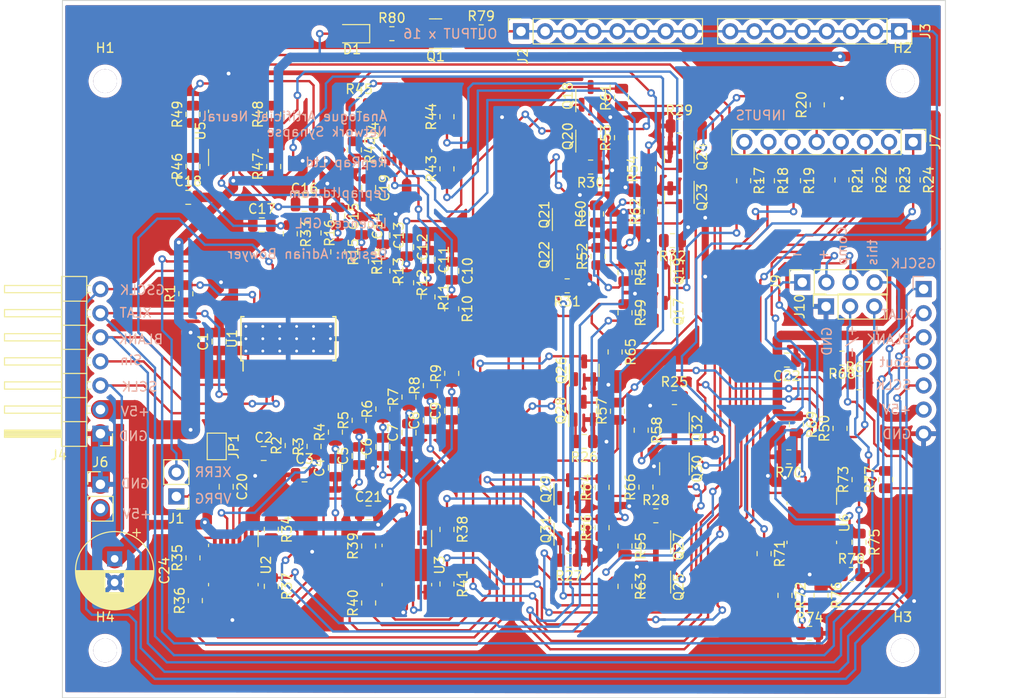
<source format=kicad_pcb>
(kicad_pcb (version 20221018) (generator pcbnew)
  (layers (0 "F.Cu" signal) (31 "B.Cu" signal) (34 "B.Paste" user) (35 "F.Paste" user) (36 "B.SilkS" user "B.Silkscreen") (37 "F.SilkS" user "F.Silkscreen") (38 "B.Mask" user) (39 "F.Mask" user) (44 "Edge.Cuts" user))
  (net 0 "")
  (net 1 "GND")
  (net 2 "Vcc")
  (net 3 "PB0")
  (net 4 "PB1")
  (net 5 "PB2")
  (net 6 "PB3")
  (net 7 "PB4")
  (net 8 "PB5")
  (net 9 "PB6")
  (net 10 "PB7")
  (net 11 "PC0")
  (net 12 "PC1")
  (net 13 "PC2")
  (net 14 "PC3")
  (net 15 "PC4")
  (net 16 "PC5")
  (net 17 "PC6")
  (net 18 "PC7")
  (net 19 "Net-(J1-Pin_1)")
  (net 20 "Net-(J1-Pin_2)")
  (net 21 "Net-(J2-Pin_1)")
  (net 22 "SCLK")
  (net 23 "Sin")
  (net 24 "BLANK")
  (net 25 "XLAT")
  (net 26 "GSCLK")
  (net 27 "Sout")
  (net 28 "Net-(J7-Pin_1)")
  (net 29 "Net-(J7-Pin_2)")
  (net 30 "Net-(J7-Pin_3)")
  (net 31 "Net-(J7-Pin_4)")
  (net 32 "Net-(J7-Pin_5)")
  (net 33 "Net-(J7-Pin_6)")
  (net 34 "Net-(J7-Pin_7)")
  (net 35 "Net-(J7-Pin_8)")
  (net 36 "S0")
  (net 37 "B0")
  (net 38 "S2")
  (net 39 "B2")
  (net 40 "C0")
  (net 41 "C2")
  (net 42 "S1")
  (net 43 "B1")
  (net 44 "C1")
  (net 45 "S3")
  (net 46 "B3")
  (net 47 "C3")
  (net 48 "S4")
  (net 49 "B4")
  (net 50 "S6")
  (net 51 "B6")
  (net 52 "C4")
  (net 53 "C6")
  (net 54 "S5")
  (net 55 "B5")
  (net 56 "S7")
  (net 57 "B7")
  (net 58 "C5")
  (net 59 "C7")
  (net 60 "Net-(U1-IREF)")
  (net 61 "Net-(U1-OUT0)")
  (net 62 "Net-(U1-OUT1)")
  (net 63 "Net-(U1-OUT2)")
  (net 64 "Net-(U1-OUT3)")
  (net 65 "Net-(U1-OUT4)")
  (net 66 "Net-(U1-OUT5)")
  (net 67 "Net-(U1-OUT6)")
  (net 68 "Net-(U1-OUT7)")
  (net 69 "Net-(U1-OUT8)")
  (net 70 "Net-(U1-OUT9)")
  (net 71 "Net-(U1-OUT10)")
  (net 72 "Net-(U1-OUT11)")
  (net 73 "Net-(U1-OUT12)")
  (net 74 "Net-(U1-OUT13)")
  (net 75 "Net-(U1-OUT14)")
  (net 76 "Net-(U1-OUT15)")
  (net 77 "Net-(U2A--)")
  (net 78 "Net-(U2B--)")
  (net 79 "Net-(U2C--)")
  (net 80 "Net-(U2D--)")
  (net 81 "Net-(U3A--)")
  (net 82 "Net-(U3B--)")
  (net 83 "Net-(U3C--)")
  (net 84 "Net-(U3D--)")
  (net 85 "Net-(U4A--)")
  (net 86 "Net-(U4B--)")
  (net 87 "Net-(U4C--)")
  (net 88 "Net-(U4D--)")
  (net 89 "Net-(U5A--)")
  (net 90 "Net-(U5B--)")
  (net 91 "Net-(U5C--)")
  (net 92 "Net-(U5D--)")
  (net 93 "Net-(J9-Pin_1)")
  (net 94 "Net-(U6A--)")
  (net 95 "Net-(U6A-+)")
  (net 96 "Net-(U6B--)")
  (net 97 "Net-(J9-Pin_2)")
  (net 98 "Net-(J9-Pin_3)")
  (net 99 "Net-(J9-Pin_4)")
  (net 100 "Net-(J10-Pin_2)")
  (net 101 "Net-(J10-Pin_3)")
  (net 102 "Net-(U6C--)")
  (net 103 "Net-(U6C-+)")
  (net 104 "Net-(U6D--)")
  (net 105 "Net-(U6D-+)")
  (net 106 "Net-(D1-K)")
  (net 107 "Net-(Q1-G)")
  (net 108 "Net-(Q1-D)")
  (footprint "Package_SO:HTSSOP-28-1EP_4.4x9.7mm_P0.65mm_EP3.4x9.5mm_Mask2.4x6.17mm_ThermalVias" (layer "F.Cu") (at 74.275 149.15 90)
    (fp_text reference "U1")
    (fp_text value "TLC5940PWP")
  )
  (footprint "Resistor_SMD:R_0805_2012Metric" (layer "F.Cu") (at 91.5 146 -90)
    (fp_text reference "R10")
    (fp_text value "47K")
  )
  (footprint "Package_TO_SOT_SMD:SOT-23" (layer "F.Cu") (at 103.6625 136.075 90)
    (fp_text reference "Q21")
    (fp_text value "BS170F")
  )
  (footprint "Resistor_SMD:R_0805_2012Metric" (layer "F.Cu") (at 137.6 132.4125 -90)
    (fp_text reference "R23")
    (fp_text value "10K")
  )
  (footprint "Capacitor_SMD:C_0805_2012Metric" (layer "F.Cu") (at 67.75 164.75 -90)
    (fp_text reference "C20")
    (fp_text value "0.1uF")
  )
  (footprint "Resistor_SMD:R_0805_2012Metric" (layer "F.Cu") (at 91 125.75 90)
    (fp_text reference "R44")
    (fp_text value "220R")
  )
  (footprint "Resistor_SMD:R_0805_2012Metric" (layer "F.Cu") (at 72.75 131 90)
    (fp_text reference "R47")
    (fp_text value "220R")
  )
  (footprint "Capacitor_SMD:C_0805_2012Metric" (layer "F.Cu") (at 84.25 138.25 -90)
    (fp_text reference "C13")
    (fp_text value "120nF")
  )
  (footprint "Package_TO_SOT_SMD:SOT-23" (layer "F.Cu") (at 113 175.3125 -90)
    (fp_text reference "Q25")
    (fp_text value "BS170F")
  )
  (footprint "Resistor_SMD:R_0805_2012Metric" (layer "F.Cu") (at 127.8 158.2 -90)
    (fp_text reference "R69")
    (fp_text value "220K")
  )
  (footprint "Connector_PinSocket_2.54mm:PinSocket_1x08_P2.54mm_Vertical" (layer "F.Cu") (at 98.8 116.75 90)
    (fp_text reference "J2")
    (fp_text value "Axon")
  )
  (footprint "Resistor_SMD:R_0805_2012Metric" (layer "F.Cu") (at 134.4 153.8)
    (fp_text reference "R67")
    (fp_text value "100K")
  )
  (footprint "Capacitor_SMD:C_0805_2012Metric" (layer "F.Cu") (at 71.7 161.25)
    (fp_text reference "C2")
    (fp_text value "120nF")
  )
  (footprint "Resistor_SMD:R_0805_2012Metric" (layer "F.Cu") (at 82 141 -90)
    (fp_text reference "R14")
    (fp_text value "47K")
  )
  (footprint "Resistor_SMD:R_0805_2012Metric" (layer "F.Cu") (at 72.5 169.25 -90)
    (fp_text reference "R34")
    (fp_text value "220R")
  )
  (footprint "Capacitor_SMD:C_0805_2012Metric" (layer "F.Cu") (at 89 140.8 -90)
    (fp_text reference "C11")
    (fp_text value "120nF")
  )
  (footprint "Resistor_SMD:R_0805_2012Metric" (layer "F.Cu") (at 134.4 170.6 -90)
    (fp_text reference "R75")
    (fp_text value "22K")
  )
  (footprint "Resistor_SMD:R_0805_2012Metric" (layer "F.Cu") (at 81.25 129.25 -90)
    (fp_text reference "R42")
    (fp_text value "220R")
  )
  (footprint "Capacitor_SMD:C_0805_2012Metric" (layer "F.Cu") (at 76 163.5)
    (fp_text reference "C3")
    (fp_text value "120nF")
  )
  (footprint "Resistor_SMD:R_0805_2012Metric" (layer "F.Cu") (at 85.2 117)
    (fp_text reference "R80")
    (fp_text value "220R")
  )
  (footprint "Package_TO_SOT_SMD:SOT-23" (layer "F.Cu") (at 103.6625 140.325 90)
    (fp_text reference "Q22")
    (fp_text value "BS170F")
  )
  (footprint "Package_TO_SOT_SMD:SOT-23" (layer "F.Cu") (at 115.4675 129.9825 -90)
    (fp_text reference "Q24")
    (fp_text value "BS170F")
  )
  (footprint "Resistor_SMD:R_0805_2012Metric" (layer "F.Cu") (at 87 155.3 90)
    (fp_text reference "R7")
    (fp_text value "47K")
  )
  (footprint "MountingHole:MountingHole_2.5mm" (layer "F.Cu") (at 55 122)
    (fp_text reference "H1")
    (fp_text value "MountingHole")
  )
  (footprint "Resistor_SMD:R_0805_2012Metric" (layer "F.Cu") (at 82.75 177 90)
    (fp_text reference "R40")
    (fp_text value "220R")
  )
  (footprint "Capacitor_SMD:C_0805_2012Metric" (layer "F.Cu") (at 87 159.05 90)
    (fp_text reference "C7")
    (fp_text value "120nF")
  )
  (footprint "Resistor_SMD:R_0805_2012Metric" (layer "F.Cu") (at 72.5 175.25 -90)
    (fp_text reference "R37")
    (fp_text value "220R")
  )
  (footprint "Package_TO_SOT_SMD:SOT-23" (layer "F.Cu") (at 113 171.0625 -90)
    (fp_text reference "Q27")
    (fp_text value "BS170F")
  )
  (footprint "Resistor_SMD:R_0805_2012Metric" (layer "F.Cu") (at 134.4 164 90)
    (fp_text reference "R73")
    (fp_text value "22K")
  )
  (footprint "Package_TO_SOT_SMD:SOT-23" (layer "F.Cu") (at 103.8375 165 90)
    (fp_text reference "Q29")
    (fp_text value "BS170F")
  )
  (footprint "Capacitor_SMD:C_0805_2012Metric" (layer "F.Cu") (at 79.5 136.25 -90)
    (fp_text reference "C15")
    (fp_text value "120nF")
  )
  (footprint "Resistor_SMD:R_0805_2012Metric" (layer "F.Cu") (at 79.25 159 90)
    (fp_text reference "R4")
    (fp_text value "47K")
  )
  (footprint "Capacitor_SMD:C_0805_2012Metric" (layer "F.Cu") (at 91.5 156.75 90)
    (fp_text reference "C9")
    (fp_text value "120nF")
  )
  (footprint "Capacitor_SMD:C_0805_2012Metric" (layer "F.Cu") (at 79.25 162.75 90)
    (fp_text reference "C4")
    (fp_text value "120nF")
  )
  (footprint "Package_TO_SOT_SMD:SOT-23" (layer "F.Cu") (at 105.45625 152.48125 90)
    (fp_text reference "Q26")
    (fp_text value "BS170F")
  )
  (footprint "Capacitor_SMD:C_0805_2012Metric" (layer "F.Cu") (at 76 135)
    (fp_text reference "C16")
    (fp_text value "120nF")
  )
  (footprint "Connector_PinSocket_2.54mm:PinSocket_1x08_P2.54mm_Vertical" (layer "F.Cu") (at 138.62 116.75 -90)
    (fp_text reference "J3")
    (fp_text value "Axon")
  )
  (footprint "Resistor_SMD:R_0805_2012Metric" (layer "F.Cu") (at 107.3375 164.8125 90)
    (fp_text reference "R64")
    (fp_text value "220K")
  )
  (footprint "Resistor_SMD:R_0805_2012Metric" (layer "F.Cu") (at 94.6 116.8)
    (fp_text reference "R79")
    (fp_text value "10K")
  )
  (footprint "Resistor_SMD:R_0805_2012Metric" (layer "F.Cu") (at 132.6 132.4125 -90)
    (fp_text reference "R21")
    (fp_text value "10K")
  )
  (footprint "Resistor_SMD:R_0805_2012Metric" (layer "F.Cu") (at 64.25 125.5 90)
    (fp_text reference "R49")
    (fp_text value "220R")
  )
  (footprint "Capacitor_SMD:C_0805_2012Metric" (layer "F.Cu") (at 84.25 160.55 90)
    (fp_text reference "C6")
    (fp_text value "120nF")
  )
  (footprint "Resistor_SMD:R_0805_2012Metric" (layer "F.Cu") (at 124.75 132.5 -90)
    (fp_text reference "R18")
    (fp_text value "10K")
  )
  (footprint "Resistor_SMD:R_0805_2012Metric" (layer "F.Cu") (at 130 124.5 90)
    (fp_text reference "R20")
    (fp_text value "10K")
  )
  (footprint "Resistor_SMD:R_0805_2012Metric" (layer "F.Cu") (at 109.38 127.9575 90)
    (fp_text reference "R53")
    (fp_text value "470K")
  )
  (footprint "Resistor_SMD:R_0805_2012Metric" (layer "F.Cu") (at 105.45625 159.98125 180)
    (fp_text reference "R26")
    (fp_text value "1M")
  )
  (footprint "Resistor_SMD:R_0805_2012Metric" (layer "F.Cu") (at 108.95625 156.79375 90)
    (fp_text reference "R57")
    (fp_text value "470K")
  )
  (footprint "Resistor_SMD:R_0805_2012Metric" (layer "F.Cu") (at 72.75 125.5 90)
    (fp_text reference "R48")
    (fp_text value "220R")
  )
  (footprint "Package_TO_SOT_SMD:SOT-23" (layer "F.Cu") (at 105.40625 156.73125 90)
    (fp_text reference "Q28")
    (fp_text value "BS170F")
  )
  (footprint "Resistor_SMD:R_0805_2012Metric" (layer "F.Cu") (at 109.75 171 -90)
    (fp_text reference "R55")
    (fp_text value "470K")
  )
  (footprint "Package_TO_SOT_SMD:SOT-23" (layer "F.Cu") (at 113 146.3125 -90)
    (fp_text reference "Q17")
    (fp_text value "BS170F")
  )
  (footprint "Resistor_SMD:R_0805_2012Metric" (layer "F.Cu") (at 137.2 164 90)
    (fp_text reference "R77")
    (fp_text value "22K")
  )
  (footprint "Capacitor_SMD:C_0805_2012Metric" (layer "F.Cu") (at 91.5 142 -90)
    (fp_text reference "C10")
    (fp_text value "120nF")
  )
  (footprint "Package_TO_SOT_SMD:SOT-23" (layer "F.Cu") (at 114.95625 158.60625 -90)
    (fp_text reference "Q32")
    (fp_text value "BS170F")
  )
  (footprint "Capacitor_SMD:C_0805_2012Metric" (layer "F.Cu") (at 63.75 134.25)
    (fp_text reference "C18")
    (fp_text value "0.1uF")
  )
  (footprint "Resistor_SMD:R_0805_2012Metric" (layer "F.Cu") (at 126.6 176.2 -90)
    (fp_text reference "R72")
    (fp_text value "22K")
  )
  (footprint "Resistor_SMD:R_0805_2012Metric" (layer "F.Cu") (at 106.9125 140.475 90)
    (fp_text reference "R52")
    (fp_text value "470K")
  )
  (footprint "Resistor_SMD:R_0805_2012Metric" (layer "F.Cu") (at 114.95625 155.35625)
    (fp_text reference "R25")
    (fp_text value "1M")
  )
  (footprint "Resistor_SMD:R_0805_2012Metric" (layer "F.Cu") (at 91.5 152.8 90)
    (fp_text reference "R9")
    (fp_text value "47K")
  )
  (footprint "Package_TO_SOT_SMD:SOT-23" (layer "F.Cu") (at 103.8375 169.25 90)
    (fp_text reference "Q31")
    (fp_text value "BS170F")
  )
  (footprint "Package_TO_SOT_SMD:SOT-23" (layer "F.Cu") (at 114.95625 162.85625 -90)
    (fp_text reference "Q30")
    (fp_text value "BS170F")
  )
  (footprint "Resistor_SMD:R_0805_2012Metric" (layer "F.Cu") (at 79.5 140 -90)
    (fp_text reference "R15")
    (fp_text value "47K")
  )
  (footprint "Resistor_SMD:R_0805_2012Metric" (layer "F.Cu") (at 89.25 154.0875 90)
    (fp_text reference "R8")
    (fp_text value "47K")
  )
  (footprint "Resistor_SMD:R_0805_2012Metric" (layer "F.Cu") (at 109.38 123.7075 90)
    (fp_text reference "R61")
    (fp_text value "220K")
  )
  (footprint "Resistor_SMD:R_0805_2012Metric" (layer "F.Cu") (at 115.4675 126.7325)
    (fp_text reference "R29")
    (fp_text value "1M")
  )
  (footprint "Package_TO_SOT_SMD:SOT-23" (layer "F.Cu") (at 89.8 117 180)
    (fp_text reference "Q1")
    (fp_text value "BS170F")
  )
  (footprint "Resistor_SMD:R_0805_2012Metric" (layer "F.Cu") (at 82.75 171 90)
    (fp_text reference "R39")
    (fp_text value "220R")
  )
  (footprint "Resistor_SMD:R_0805_2012Metric" (layer "F.Cu") (at 64.25 172.25 90)
    (fp_text reference "R35")
    (fp_text value "220R")
  )
  (footprint "Resistor_SMD:R_0805_2012Metric" (layer "F.Cu") (at 91 169.25 -90)
    (fp_text reference "R38")
    (fp_text value "220R")
  )
  (footprint "Resistor_SMD:R_0805_2012Metric" (layer "F.Cu") (at 109.75 146.4125 -90)
    (fp_text reference "R59")
    (fp_text value "220K")
  )
  (footprint "MountingHole:MountingHole_2.5mm" (layer "F.Cu") (at 139 122)
    (fp_text reference "H2")
    (fp_text value "MountingHole")
  )
  (footprint "Capacitor_THT:CP_Radial_D8.0mm_P2.50mm" (layer "F.Cu") (at 56 172.347349 -90)
    (fp_text reference "C24")
    (fp_text value "10uF")
  )
  (footprint "Resistor_SMD:R_0805_2012Metric" (layer "F.Cu") (at 127.5 132.5 -90)
    (fp_text reference "R19")
    (fp_text value "10K")
  )
  (footprint "Connector_PinHeader_2.54mm:PinHeader_1x07_P2.54mm_Horizontal" (layer "F.Cu") (at 54.5 159.16 180)
    (fp_text reference "J4")
    (fp_text value "PWM-in")
  )
  (footprint "Resistor_SMD:R_0805_2012Metric" (layer "F.Cu") (at 129.2 180.2)
    (fp_text reference "R74")
    (fp_text value "22K")
  )
  (footprint "Resistor_SMD:R_0805_2012Metric" (layer "F.Cu") (at 77 138 -90)
    (fp_text reference "R16")
    (fp_text value "47K")
  )
  (footprint "Resistor_SMD:R_0805_2012Metric" (layer "F.Cu") (at 103.8375 172.5 180)
    (fp_text reference "R27")
    (fp_text value "1M")
  )
  (footprint "Resistor_SMD:R_0805_2012Metric" (layer "F.Cu") (at 103.6625 143.575 180)
    (fp_text reference "R31")
    (fp_text value "1M")
  )
  (footprint "Capacitor_SMD:C_0805_2012Metric" (layer "F.Cu") (at 71.5 137.15)
    (fp_text reference "C17")
    (fp_text value "120nF")
  )
  (footprint "Resistor_SMD:R_0805_2012Metric" (layer "F.Cu") (at 113 167.8125)
    (fp_text reference "R28")
    (fp_text value "1M")
  )
  (footprint "Resistor_SMD:R_0805_2012Metric" (layer "F.Cu") (at 109.75 175.25 -90)
    (fp_text reference "R63")
    (fp_text value "220K")
  )
  (footprint "MountingHole:MountingHole_2.5mm" (layer "F.Cu") (at 55 182)
    (fp_text reference "H4")
    (fp_text value "MountingHole")
  )
  (footprint "Resistor_SMD:R_0805_2012Metric" (layer "F.Cu") (at 64.5 176.75 90)
    (fp_text reference "R36")
    (fp_text value "220R")
  )
  (footprint "Resistor_SMD:R_0805_2012Metric" (layer "F.Cu") (at 106.75 136 90)
    (fp_text reference "R60")
    (fp_text value "220K")
  )
  (footprint "Capacitor_SMD:C_0805_2012Metric" (layer "F.Cu") (at 86.75 139.5 -90)
    (fp_text reference "C12")
    (fp_text value "120nF")
  )
  (footprint "Resistor_SMD:R_0805_2012Metric" (layer "F.Cu") (at 133.6 174)
    (fp_text reference "R78")
    (fp_text value "22K")
  )
  (footprint "Jumper:SolderJumper-2_P1.3mm_Bridged2Bar_Pad1.0x1.5mm" (layer "F.Cu") (at 66.75 160.5 -90)
    (fp_text reference "JP1")
    (fp_text value "sj")
  )
  (footprint "LED_SMD:LED_0805_2012Metric_Pad1.15x1.40mm_HandSolder" (layer "F.Cu") (at 81 117 180)
    (fp_text reference "D1")
    (fp_text value "LED")
  )
  (footprint "Resistor_SMD:R_0805_2012Metric" (layer "F.Cu") (at 74.5 138.0875 -90)
    (fp_text reference "R33")
    (fp_text value "47K")
  )
  (footprint "Resistor_SMD:R_0805_2012Metric" (layer "F.Cu") (at 86.75 143.25 -90)
    (fp_text reference "R12")
    (fp_text value "47K")
  )
  (footprint "Resistor_SMD:R_0805_2012Metric" (layer "F.Cu") (at 107.3375 169.0625 90)
    (fp_text reference "R56")
    (fp_text value "470K")
  )
  (footprint "Resistor_SMD:R_0805_2012Metric" (layer "F.Cu") (at 77 160.5 90)
    (fp_text reference "R3")
    (fp_text value "47K")
  )
  (footprint "Resistor_SMD:R_0805_2012Metric" (layer "F.Cu") (at 106.13 131.0575 180)
    (fp_text reference "R30")
    (fp_text value "1M")
  )
  (footprint "Package_SO:HTSSOP-14-1EP_4.4x5mm_P0.65mm_EP3.4x5mm_Mask3x3.1mm" (layer "F.Cu") (at 68.5 173 -90)
    (fp_text reference "U2")
    (fp_text value "MCP6004")
  )
  (footprint "Resistor_SMD:R_0805_2012Metric" (layer "F.Cu") (at 135.1 132.4125 -90)
    (fp_text reference "R22")
    (fp_text value "10K")
  )
  (footprint "Package_SO:HTSSOP-14-1EP_4.4x5mm_P0.65mm_EP3.4x5mm_Mask3x3.1mm" (layer "F.Cu") (at 129.425 168.55 -90)
    (fp_text reference "U6")
    (fp_text value "MCP6004")
  )
  (footprint "Capacitor_SMD:C_0805_2012Metric" (layer "F.Cu") (at 82.75 167.5)
    (fp_text reference "C21")
    (fp_text value "0.1uF")
  )
  (footprint "Package_TO_SOT_SMD:SOT-23" (layer "F.Cu") (at 106.13 123.5575 90)
    (fp_text reference "Q18")
    (fp_text value "BS170F")
  )
  (footprint "Connector_PinSocket_2.54mm:PinSocket_1x03_P2.54mm_Vertical" (layer "F.Cu") (at 130.92 145.75 90)
    (fp_text reference "J10")
    (fp_text value "comb")
  )
  (footprint "Resistor_SMD:R_0805_2012Metric" (layer "F.Cu") (at 81.75 124.5)
    (fp_text reference "R45")
    (fp_text value "220R")
  )
  (footprint "Capacitor_SMD:C_0805_2012Metric" (layer "F.Cu") (at 126.8 151.4 180)
    (fp_text reference "C22")
    (fp_text value "0.1uF")
  )
  (footprint "Resistor_SMD:R_0805_2012Metric" (layer "F.Cu") (at 63.5 144.4125 90)
    (fp_text reference "R1")
    (fp_text value "2K2")
  )
  (footprint "Resistor_SMD:R_0805_2012Metric" (layer "F.Cu") (at 91 175 -90)
    (fp_text reference "R41")
    (fp_text value "220R")
  )
  (footprint "Resistor_SMD:R_0805_2012Metric" (layer "F.Cu") (at 124.4 171.8 -90)
    (fp_text reference "R71")
    (fp_text value "22K")
  )
  (footprint "MountingHole:MountingHole_2.5mm" (layer "F.Cu") (at 139 182)
    (fp_text reference "H3")
    (fp_text value "MountingHole")
  )
  (footprint "Resistor_SMD:R_0805_2012Metric" (layer "F.Cu") (at 111.45625 158.79375 -90)
    (fp_text reference "R58")
    (fp_text value "470K")
  )
  (footprint "Resistor_SMD:R_0805_2012Metric" (layer "F.Cu") (at 112.5 135.75 90)
    (fp_text reference "R62")
    (fp_text value "220K")
  )
  (footprint "Resistor_SMD:R_0805_2012Metric" (layer "F.Cu") (at 64.25 131 90)
    (fp_text reference "R46")
    (fp_text value "220R")
  )
  (footprint "Resistor_SMD:R_0805_2012Metric" (layer "F.Cu") (at 112.2175 131.25 90)
    (fp_text reference "R54")
    (fp_text value "470K")
  )
  (footprint "Connector_PinHeader_2.54mm:PinHeader_1x02_P2.54mm_Vertical" (layer "F.Cu") (at 54.5 164.5)
    (fp_text reference "J6")
    (fp_text value "pwr")
  )
  (footprint "Resistor_SMD:R_0805_2012Metric" (layer "F.Cu") (at 130.4 176.2 -90)
    (fp_text reference "R76")
    (fp_text value "22K")
  )
  (footprint "Package_TO_SOT_SMD:SOT-23" (layer "F.Cu") (at 115.4675 134.2325 -90)
    (fp_text reference "Q23")
    (fp_text value "BS170F")
  )
  (footprint "Resistor_SMD:R_0805_2012Metric" (layer "F.Cu") (at 81.75 157.75 90)
    (fp_text reference "R5")
    (fp_text value "47K")
  )
  (footprint "Capacitor_SMD:C_0805_2012Metric" (layer "F.Cu") (at 67 149.45 90)
    (fp_text reference "C1")
    (fp_text value "0.1uF")
  )
  (footprint "Capacitor_SMD:C_0805_2012Metric" (layer "F.Cu") (at 81.75 161.5 90)
    (fp_text reference "C5")
    (fp_text value "120nF")
  )
  (footprint "Resistor_SMD:R_0805_2012Metric" (layer "F.Cu") (at 91 131.25 90)
    (fp_text reference "R43")
    (fp_text value "220R")
  )
  (footprint "Resistor_SMD:R_0805_2012Metric" (layer "F.Cu") (at 132.4 158.6 90)
    (fp_text reference "R50")
    (fp_text value "22K")
  )
  (footprint "Capacitor_SMD:C_0805_2012Metric" (layer "F.Cu") (at 82 137.25 -90)
    (fp_text reference "C14")
    (fp_text value "120nF")
  )
  (footprint "Capacitor_SMD:C_0805_2012Metric" (layer "F.Cu") (at 82.75 133.25 -90)
    (fp_text reference "C19")
    (fp_text value "0.1uF")
  )
  (footprint "Package_SO:HTSSOP-14-1EP_4.4x5mm_P0.65mm_EP3.4x5mm_Mask3x3.1mm" (layer "F.Cu") (at 86.775 173 -90)
    (fp_text reference "U3")
    (fp_text value "MCP6004")
  )
  (footprint "Resistor_SMD:R_0805_2012Metric" (layer "F.Cu") (at 127 161.6 180)
    (fp_text reference "R70")
    (fp_text value "220K")
  )
  (footprint "Resistor_SMD:R_0805_2012Metric" (layer "F.Cu") (at 132.6 151.2 180)
    (fp_text reference "R68")
    (fp_text value "100K")
  )
  (footprint "Resistor_SMD:R_0805_2012Metric" (layer "F.Cu") (at 109.75 142.1625 -90)
    (fp_text reference "R51")
    (fp_text value "470K")
  )
  (footprint "Resistor_SMD:R_0805_2012Metric" (layer "F.Cu") (at 122.25 132.5 -90)
    (fp_text reference "R17")
    (fp_text value "10K")
  )
  (footprint "Connector_PinSocket_2.54mm:PinSocket_1x04_P2.54mm_Vertical" (layer "F.Cu") (at 128.42 143.21 90)
    (fp_text reference "J9")
    (fp_text value "sel")
  )
  (footprint "Resistor_SMD:R_0805_2012Metric" (layer "F.Cu") (at 114.75 138.8125 180)
    (fp_text reference "R32")
    (fp_text value "1M")
  )
  (footprint "Capacitor_SMD:C_0805_2012Metric" (layer "F.Cu") (at 89.25 157.75 90)
    (fp_text reference "C8")
    (fp_text value "120nF")
  )
  (footprint "Resistor_SMD:R_0805_2012Metric" (layer "F.Cu") (at 140.1 132.4125 -90)
    (fp_text reference "R24")
    (fp_text value "10K")
  )
  (footprint "Resistor_SMD:R_0805_2012Metric" (layer "F.Cu") (at 74.7 160.4125 90)
    (fp_text reference "R2")
    (fp_text value "47K")
  )
  (footprint "Resistor_SMD:R_0805_2012Metric" (layer "F.Cu") (at 111.95625 164.79375 90)
    (fp_text reference "R66")
    (fp_text value "220K")
  )
  (footprint "Package_TO_SOT_SMD:SOT-23" (layer "F.Cu") (at 113 142.0625 -90)
    (fp_text reference "Q19")
    (fp_text value "BS170F")
  )
  (footprint "Package_TO_SOT_SMD:SOT-23" (layer "F.Cu") (at 106.13 127.8075 90)
    (fp_text reference "Q20")
    (fp_text value "BS170F")
  )
  (footprint "Resistor_SMD:R_0805_2012Metric" (layer "F.Cu") (at 108.70625 150.54375 -90)
    (fp_text reference "R65")
    (fp_text value "220K")
  )
  (footprint "Connector_PinHeader_2.54mm:PinHeader_1x02_P2.54mm_Vertical" (layer "F.Cu") (at 62.5 165.775 180)
    (fp_text reference "J1")
    (fp_text value "prg-err")
  )
  (footprint "Resistor_SMD:R_0805_2012Metric" (layer "F.Cu") (at 89 144.75 -90)
    (fp_text reference "R11")
    (fp_text value "47K")
  )
  (footprint "Connector_PinHeader_2.54mm:PinHeader_1x08_P2.54mm_Vertical" (layer "F.Cu") (at 140.1 128.4125 -90)
    (fp_text reference "J7")
    (fp_text value "synapses")
  )
  (footprint "Package_SO:HTSSOP-14-1EP_4.4x5mm_P0.65mm_EP3.4x5mm_Mask3x3.1mm" (layer "F.Cu") (at 68.5 127.25 90)
    (fp_text reference "U5")
    (fp_text value "MCP6004")
  )
  (footprint "Package_SO:HTSSOP-14-1EP_4.4x5mm_P0.65mm_EP3.4x5mm_Mask3x3.1mm" (layer "F.Cu") (at 86.775 127.25 90)
    (fp_text reference "U4")
    (fp_text value "MCP6004")
  )
  (footprint "Resistor_SMD:R_0805_2012Metric" (layer "F.Cu") (at 84.25 156.55 90)
    (fp_text reference "R6")
    (fp_text value "47K")
  )
  (footprint "Resistor_SMD:R_0805_2012Metric" (layer "F.Cu") (at 84.25 142 -90)
    (fp_text reference "R13")
    (fp_text value "47K")
  )
  (footprint "Connector_PinSocket_2.54mm:PinSocket_1x07_P2.54mm_Horizontal" (layer "B.Cu") (at 141.2 143.92 180)
    (fp_text reference "J5" hide)
    (fp_text value "PWM-out")
  )
  (gr_rect (start 50.5 113.5) (end 143.5 187) (stroke (width 0.1)) (fill none) (layer "Edge.Cuts"))
  (gr_text "BLANK" (at 140 149.8) (layer "B.SilkS") (effects (font (size 1 1)) (justify left bottom mirror)))
  (gr_text "Sin" (at 59 152) (layer "B.SilkS") (effects (font (size 1 1)) (justify left bottom mirror)))
  (gr_text "GSCLK" (at 61.4 144.6) (layer "B.SilkS") (effects (font (size 1 1)) (justify left bottom mirror)))
  (gr_text "GSCLK" (at 142.6 141.8) (layer "B.SilkS") (effects (font (size 1 1)) (justify left bottom mirror)))
  (gr_text "GND" (at 140 159.8) (layer "B.SilkS") (effects (font (size 1 1)) (justify left bottom mirror)))
  (gr_text "this" (at 136.4 138.6 90) (layer "B.SilkS") (effects (font (size 1 1)) (justify left bottom mirror)))
  (gr_text "VPRG" (at 68.4 166.6) (layer "B.SilkS") (effects (font (size 1 1)) (justify left bottom mirror)))
  (gr_text "Sout" (at 140 152.2) (layer "B.SilkS") (effects (font (size 1 1)) (justify left bottom mirror)))
  (gr_text "SCLK" (at 60.6 154.8) (layer "B.SilkS") (effects (font (size 1 1)) (justify left bottom mirror)))
  (gr_text "SCLK" (at 140 154.6) (layer "B.SilkS") (effects (font (size 1 1)) (justify left bottom mirror)))
  (gr_text "GND" (at 59.8 165) (layer "B.SilkS") (effects (font (size 1 1)) (justify left bottom mirror)))
  (gr_text "+5V" (at 59.8 157.4) (layer "B.SilkS") (effects (font (size 1 1)) (justify left bottom mirror)))
  (gr_text "GND" (at 59.6 160) (layer "B.SilkS") (effects (font (size 1 1)) (justify left bottom mirror)))
  (gr_text "XLAT" (at 140.2 147.2) (layer "B.SilkS") (effects (font (size 1 1)) (justify left bottom mirror)))
  (gr_text "+/-" (at 134.2 147.6 90) (layer "B.SilkS") (effects (font (size 1 1)) (justify left bottom mirror)))
  (gr_text "INPUTS" (at 126.8 126.2) (layer "B.SilkS") (effects (font (size 1 1)) (justify left bottom mirror)))
  (gr_text "BLANK" (at 61.2 149.8) (layer "B.SilkS") (effects (font (size 1 1)) (justify left bottom mirror)))
  (gr_text "-" (at 128.6 140.8) (layer "B.SilkS") (effects (font (size 1 1)) (justify left bottom mirror)))
  (gr_text "XERR" (at 68.4 163.8) (layer "B.SilkS") (effects (font (size 1 1)) (justify left bottom mirror)))
  (gr_text "+" (at 137 148.8) (layer "B.SilkS") (effects (font (size 1 1)) (justify left bottom mirror)))
  (gr_text "XLAT" (at 60 147) (layer "B.SilkS") (effects (font (size 1 1)) (justify left bottom mirror)))
  (gr_text "+5V" (at 60 168.2) (layer "B.SilkS") (effects (font (size 1 1)) (justify left bottom mirror)))
  (gr_text "+5V" (at 140 157.2) (layer "B.SilkS") (effects (font (size 1 1)) (justify left bottom mirror)))
  (gr_text "OUTPUT x 16" (at 96.4 117.6) (layer "B.SilkS") (effects (font (size 1 1)) (justify left bottom mirror)))
  (gr_text "Analogue Artificial Neural\nNetwork Synapse\n\nRepRap Ltd\n\nreprapltd.com\n\nLicence: GPL\n\nDesign: Adrian Bowyer" (at 84.8 140.8) (layer "B.SilkS") (effects (font (size 1 1)) (justify left bottom mirror)))
  (gr_text "Comp" (at 133.2 137.2 90) (layer "B.SilkS") (effects (font (size 1 1)) (justify left bottom mirror)))
  (gr_text "GND" (at 131.6 147.8 90) (layer "B.SilkS") (effects (font (size 1 1)) (justify left bottom mirror)))
  (gr_text "+" (at 131.4 140.8) (layer "B.SilkS") (effects (font (size 1 1)) (justify left bottom mirror)))
  (segment (start 68.5 178.7) (end 68.4 178.8) (width 0.25) (layer "F.Cu") (net 1))
  (segment (start 79.5 135.3) (end 81 135.3) (width 0.25) (layer "F.Cu") (net 1))
  (segment (start 86.775 177.625) (end 86.4 178) (width 0.25) (layer "F.Cu") (net 1))
  (segment (start 86.775 122.425) (end 87 122.2) (width 0.25) (layer "F.Cu") (net 1))
  (segment (start 129.425 173.775) (end 129.2 174) (width 0.25) (layer "F.Cu") (net 1))
  (segment (start 81 135.3) (end 82 136.3) (width 0.25) (layer "F.Cu") (net 1))
  (segment (start 115.6625 138.8125) (end 115.6625 138.1375) (width 0.25) (layer "F.Cu") (net 1))
  (segment (start 70.05 152) (end 70.05 150.675) (width 0.25) (layer "F.Cu") (net 1))
  (segment (start 86.775 124.3875) (end 86.775 122.425) (width 0.25) (layer "F.Cu") (net 1))
  (segment (start 68.5 175.8625) (end 68.5 178.7) (width 0.25) (layer "F.Cu") (net 1))
  (segment (start 115.6625 138.1375) (end 116.4 137.4) (width 0.25) (layer "F.Cu") (net 1))
  (segment (start 68.5 121.7) (end 68 121.2) (width 0.25) (layer "F.Cu") (net 1))
  (segment (start 114.5175 133.295) (end 109.895 133.295) (width 0.25) (layer "F.Cu") (net 1))
  (segment (start 69.775 150.4) (end 69.825 150.45) (width 1) (layer "F.Cu") (net 1))
  (segment (start 54.5 162) (end 54.5 164.5) (width 2) (layer "F.Cu") (net 1))
  (segment (start 67 150.4) (end 69.775 150.4) (width 1) (layer "F.Cu") (net 1))
  (segment (start 129.425 171.4125) (end 129.425 173.775) (width 0.25) (layer "F.Cu") (net 1))
  (segment (start 68.5 124.3875) (end 68.5 121.7) (width 0.25) (layer "F.Cu") (net 1))
  (segment (start 87 122.2) (end 93.2 122.2) (width 0.25) (layer "F.Cu") (net 1))
  (segment (start 70.05 150.675) (end 69.825 150.45) (width 0.25) (layer "F.Cu") (net 1))
  (segment (start 109.895 133.295) (end 109.8 133.2) (width 0.25) (layer "F.Cu") (net 1))
  (segment (start 54.5 159.16) (end 54.5 162) (width 2) (layer "F.Cu") (net 1))
  (segment (start 86.775 175.8625) (end 86.775 177.625) (width 0.25) (layer "F.Cu") (net 1))
  (segment (start 93.2 122.2) (end 96.8 125.8) (width 0.25) (layer "F.Cu") (net 1))
  (via (at 85.6 136) (size 0.8) (drill 0.4) (layers "F.Cu" "B.Cu") (net 1))
  (via (at 109.8 133.2) (size 0.8) (drill 0.4) (layers "F.Cu" "B.Cu") (net 1))
  (via (at 87.8 162) (size 0.8) (drill 0.4) (layers "F.Cu" "B.Cu") (net 1))
  (via (at 86.4 178) (size 0.8) (drill 0.4) (layers "F.Cu" "B.Cu") (net 1))
  (via (at 108.4 131.4) (size 0.8) (drill 0.4) (layers "F.Cu" "B.Cu") (net 1))
  (via (at 111 173.2) (size 0.8) (drill 0.4) (layers "F.Cu" "B.Cu") (net 1))
  (via (at 110.8 144.4) (size 0.8) (drill 0.4) (layers "F.Cu" "B.Cu") (net 1))
  (via (at 68 121.2) (size 0.8) (drill 0.4) (layers "F.Cu" "B.Cu") (net 1))
  (via (at 131.8 153) (size 0.8) (drill 0.4) (layers "F.Cu" "B.Cu") (net 1))
  (via (at 107.8 160) (size 0.8) (drill 0.4) (layers "F.Cu" "B.Cu") (net 1))
  (via (at 70.8 163.6) (size 0.8) (drill 0.4) (layers "F.Cu" "B.Cu") (net 1))
  (via (at 129.2 174) (size 0.8) (drill 0.4) (layers "F.Cu" "B.Cu") (net 1))
  (via (at 76.8 171.6) (size 0.8) (drill 0.4) (layers "F.Cu" "B.Cu") (net 1))
  (via (at 108 154) (size 0.8) (drill 0.4) (layers "F.Cu" "B.Cu") (net 1))
  (via (at 118.2 136.4) (size 0.8) (drill 0.4) (layers "F.Cu" "B.Cu") (net 1))
  (via (at 84.2 132.2) (size 0.8) (drill 0.4) (layers "F.Cu" "B.Cu") (net 1))
  (via (at 108.2 125.8) (size 0.8) (drill 0.4) (layers "F.Cu" "B.Cu") (net 1))
  (via (at 126.6 163.8) (size 0.8) (drill 0.4) (layers "F.Cu" "B.Cu") (net 1))
  (via (at 124.8 163.6) (size 0.8) (drill 0.4) (layers "F.Cu" "B.Cu") (net 1))
  (via (at 112.2 138.8) (size 0.8) (drill 0.4) (layers "F.Cu" "B.Cu") (net 1))
  (via (at 116.4 137.4) (size 0.8) (drill 0.4) (layers "F.Cu" "B.Cu") (net 1))
  (via (at 105 134) (size 0.8) (drill 0.4) (layers "F.Cu" "B.Cu") (net 1))
  (via (at 140.2 176.8) (size 0.8) (drill 0.4) (layers "F.Cu" "B.Cu") (net 1))
  (via (at 96.8 125.8) (size 0.8) (drill 0.4) (layers "F.Cu" "B.Cu") (net 1))
  (via (at 109.6 135.8) (size 0.8) (drill 0.4) (layers "F.Cu" "B.Cu") (net 1))
  (via (at 75.8 130.4) (size 0.8) (drill 0.4) (layers "F.Cu" "B.Cu") (net 1))
  (via (at 106 143.4) (size 0.8) (drill 0.4) (layers "F.Cu" "B.Cu") (net 1))
  (via (at 112.4 156.2) (size 0.8) (drill 0.4) (layers "F.Cu" "B.Cu") (net 1))
  (via (at 68.4 178.8) (size 0.8) (drill 0.4) (layers "F.Cu" "B.Cu") (net 1))
  (via (at 67.2 143.2) (size 0.8) (drill 0.4) (layers "F.Cu" "B.Cu") (net 1))
  (via (at 107.2 171.4) (size 0.8) (drill 0.4) (layers "F.Cu" "B.Cu") (net 1))
  (via (at 83.2 162.8) (size 0.8) (drill 0.4) (layers "F.Cu" "B.Cu") (net 1))
  (via (at 78.4 132.8) (size 0.8) (drill 0.4) (layers "F.Cu" "B.Cu") (net 1))
  (via (at 132.6 123.8) (size 0.8) (drill 0.4) (layers "F.Cu" "B.Cu") (net 1))
  (via (at 110.2 166.8) (size 0.8) (drill 0.4) (layers "F.Cu" "B.Cu") (net 1))
  (via (at 112.8 162.6) (size 0.8) (drill 0.4) (layers "F.Cu" "B.Cu") (net 1))
  (via (at 118.2 142.6) (size 0.8) (drill 0.4) (layers "F.Cu" "B.Cu") (net 1))
  (segment (start 108.4 131.8) (end 109.8 133.2) (width 0.25) (layer "B.Cu") (net 1))
  (segment (start 108.4 131.4) (end 108.4 131.8) (width 0.25) (layer "B.Cu") (net 1))
  (segment (start 66.5 165.75) (end 68.25 165.75) (width 1) (layer "F.Cu") (net 2))
  (segment (start 54.5 156.62) (end 58.12 156.62) (width 2) (layer "F.Cu") (net 2))
  (segment (start 68.5 130.1125) (end 68.5 132.5) (width 0.25) (layer "F.Cu") (net 2))
  (segment (start 66.75 134.25) (end 64.7 134.25) (width 1) (layer "F.Cu") (net 2))
  (segment (start 80 132.15) (end 80 132.5) (width 1) (layer "F.Cu") (net 2))
  (segment (start 59.597349 168.75) (end 58.5 169.847349) (width 1) (layer "F.Cu") (net 2))
  (segment (start 132.4 119.4) (end 134 119.4) (width 1) (layer "F.Cu") (net 2))
  (segment (start 137 148.8) (end 135.2 148.8) (width 1) (layer "F.Cu") (net 2))
  (segment (start 58.5 163.25) (end 58.5 169.847349) (width 2) (layer "F.Cu") (net 2))
  (segment (start 67 146) (end 68.5 144.5) (width 1) (layer "F.Cu") (net 2))
  (segment (start 65.5 168.5) (end 65.75 168.5) (width 1) (layer "F.Cu") (net 2))
  (segment (start 68.5 166) (end 68.5 165.5) (width 0.25) (layer "F.Cu") (net 2))
  (segment (start 65.75 166.5) (end 66.5 165.75) (width 1) (layer "F.Cu") (net 2))
  (segment (start 126.2875 157.2875) (end 127.8 157.2875) (width 1) (layer "F.Cu") (net 2))
  (segment (start 142.5 125.6) (end 142.5 139.7) (width 1) (layer "F.Cu") (net 2))
  (segment (start 54.5 170.847349) (end 56 172.347349) (width 2) (layer "F.Cu") (net 2))
  (segment (start 136.8 149) (end 137 148.8) (width 0.25) (layer "F.Cu") (net 2))
  (segment (start 86.775 132.725) (end 86.75 132.75) (width 0.25) (layer "F.Cu") (net 2))
  (segment (start 58.12 156.62) (end 60.25 158.75) (width 2) (layer "F.Cu") (net 2))
  (segment (start 80 132.5) (end 81.7 134.2) (width 1) (layer "F.Cu") (net 2))
  (segment (start 129.425 157.8) (end 128.9125 157.2875) (width 0.25) (layer "F.Cu") (net 2))
  (segment (start 126.2 148.8) (end 125.8 149.2) (width 1) (layer "F.Cu") (net 2))
  (segment (start 65.5 168.75) (end 65.5 168.75) (width 1) (layer "F.Cu") (net 2))
  (segment (start 135.3125 153.8) (end 135.8 153.8) (width 0.25) (layer "F.Cu") (net 2))
  (segment (start 64 158.75) (end 60.25 158.75) (width 2) (layer "F.Cu") (net 2))
  (segment (start 58.5 163.25) (end 58.5 157) (width 2) (layer "F.Cu") (net 2))
  (segment (start 137.4 157.4) (end 137.1 157.1) (width 1) (layer "F.Cu") (net 2))
  (segment (start 58.5 157) (end 58.12 156.62) (width 2) (layer "F.Cu") (net 2))
  (segment (start 83.75 168.75) (end 83.75 167.55) (width 1) (layer "F.Cu") (net 2))
  (segment (start 128.9125 157.2875) (end 127.8 157.2875) (width 0.25) (layer "F.Cu") (net 2))
  (segment (start 86.775 170.1375) (end 86.775 167.525) (width 0.25) (layer "F.Cu") (net 2))
  (segment (start 134 119.4) (end 134 122) (width 1) (layer "F.Cu") (net 2))
  (segment (start 68.5 144.5) (end 68.5 146) (width 1) (layer "F.Cu") (net 2))
  (segment (start 135.3125 148.9125) (end 135.2 148.8) (width 0.25) (layer "F.Cu") (net 2))
  (segment (start 138.8 144.8) (end 138.8 147.4) (width 1) (layer "F.Cu") (net 2))
  (segment (start 142.5 139.7) (end 142 140.2) (width 1) (layer "F.Cu") (net 2))
  (segment (start 64.25 168.75) (end 65.5 168.75) (width 1) (layer "F.Cu") (net 2))
  (segment (start 78.25 130.4) (end 80 132.15) (width 1) (layer "F.Cu") (net 2))
  (segment (start 84 134.2) (end 84.55 134.75) (width 1) (layer "F.Cu") (net 2))
  (segment (start 129.425 165.6875) (end 129.425 157.8) (width 0.25) (layer "F.Cu") (net 2))
  (segment (start 140.18 156.62) (end 139.4 157.4) (width 1) (layer "F.Cu") (net 2))
  (segment (start 68.5 143.5) (end 69 143) (width 1) (layer "F.Cu") (net 2))
  (segment (start 62.75 139) (end 67.125 134.625) (width 1) (layer "F.Cu") (net 2))
  (segment (start 65.5 168.75) (end 65.5 168.5) (width 1) (layer "F.Cu") (net 2))
  (segment (start 79.975 117) (end 77.6 117) (width 0.25) (layer "F.Cu") (net 2))
  (segment (start 138.8 147.4) (end 138.3 147.9) (width 1) (layer "F.Cu") (net 2))
  (segment (start 135.2 148.8) (end 126.2 148.8) (width 1) (layer "F.Cu") (net 2))
  (segment (start 68.8 146.3) (end 70.05 146.3) (width 0.25) (layer "F.Cu") (net 2))
  (segment (start 69 143) (end 70.8 143) (width 1) (layer "F.Cu") (net 2))
  (segment (start 81.7 134.2) (end 84 134.2) (width 1) (layer "F.Cu") (net 2))
  (segment (start 142 140.2) (end 141.2 140.2) (width 1) (layer "F.Cu") (net 2))
  (segment (start 68.5 146) (end 68.8 146.3) (width 1) (layer "F.Cu") (net 2))
  (segment (start 67 148.5) (end 67 146) (width 1) (layer "F.Cu") (net 2))
  (segment (start 141.2 140.2) (end 138.8 142.6) (width 1) (layer "F.Cu") (net 2))
  (segment (start 138.8 144.8) (end 138.8 145.4) (width 1) (layer "F.Cu") (net 2))
  (segment (start 137.6 125.6) (end 142.5 125.6) (width 1) (layer "F.Cu") (net 2))
  (segment (start 58.5 169.847349) (end 56 172.347349) (width 2) (layer "F.Cu") (net 2))
  (segment (start 67.125 134.625) (end 68.5 133.25) (width 1) (layer "F.Cu") (net 2))
  (segment (start 86.75 134.75) (end 86.75 132.75) (width 1) (layer "F.Cu") (net 2))
  (segment (start 141.2 156.62) (end 140.18 156.62) (width 1) (layer "F.Cu") (net 2))
  (segment (start 67.125 134.625) (end 66.75 134.25) (width 1) (layer "F.Cu") (net 2))
  (segment (start 65.75 168.5) (end 65.75 166.5) (width 1) (layer "F.Cu") (net 2))
  (segment (start 68.5 170.1375) (end 68.5 166) (width 0.25) (layer "F.Cu") (net 2))
  (segment (start 84.55 134.75) (end 86.75 134.75) (width 1) (layer "F.Cu") (net 2))
  (segment (start 54.5 167.04) (end 54.5 170.847349) (width 2) (layer "F.Cu") (net 2))
  (segment (start 86.775 167.525) (end 86.25 167) (width 0.25) (layer "F.Cu") (net 2))
  (segment (start 125.8 149.2) (end 125.8 156.8) (width 1) (layer "F.Cu") (net 2))
  (segment (start 68.5 144.5) (end 68.5 143.5) (width 1) (layer "F.Cu") (net 2))
  (segment (start 125.8 156.8) (end 126.2875 157.2875) (width 1) (layer "F.Cu") (net 2))
  (segment (start 135.3125 153.8) (end 135.3125 155.3125) (width 1) (layer "F.Cu") (net 2))
  (segment (start 65.75 168.5) (end 65.75 168.5) (width 1) (layer "F.Cu") (net 2))
  (segment (start 71.35 146.3) (end 71.35 143.55) (width 0.25) (layer "F.Cu") (net 2))
  (segment (start 64.25 168.75) (end 59.597349 168.75) (width 1) (layer "F.Cu") (net 2))
  (segment (start 137.4 148.8) (end 137 148.8) (width 1) (layer "F.Cu") (net 2))
  (segment (start 71.35 143.55) (end 70.8 143) (width 0.25) (layer "F.Cu") (net 2))
  (segment (start 67 148.5) (end 64 148.5) (width 1) (layer "F.Cu") (net 2))
  (segment (start 139.4 157.4) (end 137.4 157.4) (width 1) (layer "F.Cu") (net 2))
  (segment (start 138.3 147.9) (end 137.4 148.8) (width 1) (layer "F.Cu") (net 2))
  (segment (start 83.75 167.55) (end 83.7 167.5) (width 1) (layer "F.Cu") (net 2))
  (segment (start 135.3125 155.3125) (end 137.1 157.1) (width 1) (layer "F.Cu") (net 2))
  (segment (start 134 122) (end 137.6 125.6) (width 1) (layer "F.Cu") (net 2))
  (segment (start 68.5 133.25) (end 68.5 132.5) (width 1) (layer "F.Cu") (net 2))
  (segment (start 58.5 160.5) (end 58.5 163.25) (width 2) (layer "F.Cu") (net 2))
  (segment (start 68.25 165.75) (end 68.5 166) (width 1) (layer "F.Cu") (net 2))
  (segment (start 135.3125 153.8) (end 135.3125 148.9125) (width 1) (layer "F.Cu") (net 2))
  (segment (start 138.8 142.6) (end 138.8 144.8) (width 1) (layer "F.Cu") (net 2))
  (segment (start 86.775 130.1125) (end 86.775 132.725) (width 0.25) (layer "F.Cu") (net 2))
  (via (at 132.4 119.4) (size 0.8) (drill 0.4) (layers "F.Cu" "B.Cu") (net 2))
  (via (at 68.5 132.5) (size 0.8) (drill 0.4) (layers "F.Cu" "B.Cu") (net 2))
  (via (at 78.25 130.4) (size 0.8) (drill 0.4) (layers "F.Cu" "B.Cu") (net 2))
  (via (at 77.6 117) (size 0.8) (drill 0.4) (layers "F.Cu" "B.Cu") (net 2))
  (via (at 62.75 139) (size 0.8) (drill 0.4) (layers "F.Cu" "B.Cu") (net 2))
  (via (at 83.75 168.75) (size 0.8) (drill 0.4) (layers "F.Cu" "B.Cu") (net 2))
  (via (at 86.25 167) (size 0.8) (drill 0.4) (layers "F.Cu" "B.Cu") (net 2))
  (via (at 64 158.75) (size 0.8) (drill 0.4) (layers "F.Cu" "B.Cu") (net 2))
  (via (at 64 148.5) (size 0.8) (drill 0.4) (layers "F.Cu" "B.Cu") (net 2))
  (via (at 65.5 168.5) (size 0.8) (drill 0.4) (layers "F.Cu" "B.Cu") (net 2))
  (segment (start 64 148.5) (end 62.75 147.25) (width 1) (layer "B.Cu") (net 2))
  (segment (start 69.625 168.875) (end 83.875 168.875) (width 1) (layer "B.Cu") (net 2))
  (segment (start 73.25 120.75) (end 74.5 119.5) (width 1) (layer "B.Cu") (net 2))
  (segment (start 65.5 168.75) (end 65.5 168.5) (width 1) (layer "B.Cu") (net 2))
  (segment (start 68.75 169.75) (end 69.625 168.875) (width 1) (layer "B.Cu") (net 2))
  (segment (start 66.5 169.75) (end 68.75 169.75) (width 1) (layer "B.Cu") (net 2))
  (segment (start 85.75 167) (end 86.25 167) (width 1) (layer "B.Cu") (net 2))
  (segment (start 62.75 147.25) (end 62.75 139) (width 1) (layer "B.Cu") (net 2))
  (segment (start 76.15 132.5) (end 78.25 130.4) (width 1) (layer "B.Cu") (net 2))
  (segment (start 76 132.5) (end 76.15 132.5) (width 1) (layer "B.Cu") (net 2))
  (segment (start 83.875 168.875) (end 85.75 167) (width 1) (layer "B.Cu") (net 2))
  (segment (start 68.5 132.5) (end 73.25 132.5) (width 1) (layer "B.Cu") (net 2))
  (segment (start 66.5 169.75) (end 65.5 168.75) (width 1) (layer "B.Cu") (net 2))
  (segment (start 77.6 117) (end 77.6 119.494646) (width 0.25) (layer "B.Cu") (net 2))
  (segment (start 73.25 132.5) (end 73.25 120.75) (width 1) (layer "B.Cu") (net 2))
  (segment (start 74.5 119.5) (end 77.6 119.494646) (width 1) (layer "B.Cu") (net 2))
  (segment (start 73.25 132.5) (end 76 132.5) (width 1) (layer "B.Cu") (net 2))
  (segment (start 64 148.5) (end 64 158.75) (width 2) (layer "B.Cu") (net 2))
  (segment (start 77.6 119.494646) (end 132.4 119.4) (width 1) (layer "B.Cu") (net 2))
  (segment (start 132.4 119.4) (end 132.5 119.5) (width 1) (layer "B.Cu") (net 2))
  (segment (start 72.65 163.6) (end 72.65 161.25) (width 0.25) (layer "F.Cu") (net 3))
  (segment (start 72.725 161.325) (end 72.65 161.25) (width 0.25) (layer "F.Cu") (net 3))
  (segment (start 73.575 161.325) (end 73.5 161.25) (width 0.25) (layer "F.Cu") (net 3))
  (segment (start 73.5 161.25) (end 73.425 161.325) (width 0.25) (layer "F.Cu") (net 3))
  (segment (start 73.425 161.325) (end 72.725 161.325) (width 0.25) (layer "F.Cu") (net 3))
  (segment (start 74.7 161.075) (end 74.875 161.25) (width 0.25) (layer "F.Cu") (net 3))
  (segment (start 74.7 161.325) (end 73.575 161.325) (width 0.25) (layer "F.Cu") (net 3))
  (segment (start 72.825 161.075) (end 72.65 161.25) (width 0.25) (layer "F.Cu") (net 3))
  (segment (start 69.15 170.1375) (end 69.15 167.1) (width 0.25) (layer "F.Cu") (net 3))
  (segment (start 69.15 167.1) (end 72.65 163.6) (width 0.25) (layer "F.Cu") (net 3))
  (segment (start 76.95 162.2) (end 76.95 161.4625) (width 0.25) (layer "F.Cu") (net 4))
  (segment (start 76.95 163.5) (end 76.95 162.3) (width 0.25) (layer "F.Cu") (net 4))
  (segment (start 67.85 170.1375) (end 67.85 168.1) (width 0.25) (layer "F.Cu") (net 4))
  (segment (start 76.95 162.3) (end 77 162.25) (width 0.25) (layer "F.Cu") (net 4))
  (segment (start 76.95 161.4625) (end 77 161.4125) (width 0.25) (layer "F.Cu") (net 4))
  (segment (start 77 162.25) (end 76.95 162.2) (width 0.25) (layer "F.Cu") (net 4))
  (segment (start 67.625 167.875) (end 67.25 167.5) (width 0.25) (layer "F.Cu") (net 4))
  (segment (start 67.85 168.1) (end 67.625 167.875) (width 0.25) (layer "F.Cu") (net 4))
  (via (at 67.25 167.5) (size 0.8) (drill 0.4) (layers "F.Cu" "B.Cu") (net 4))
  (via (at 77 162.25) (size 0.8) (drill 0.4) (layers "F.Cu" "B.Cu") (net 4))
  (segment (start 77 162.25) (end 76 163.25) (width 0.25) (layer "B.Cu") (net 4))
  (segment (start 70.75 167.5) (end 67.25 167.5) (width 0.25) (layer "B.Cu") (net 4))
  (segment (start 75 163.25) (end 70.75 167.5) (width 0.25) (layer "B.Cu") (net 4))
  (segment (start 76 163.25) (end 75 163.25) (width 0.25) (layer "B.Cu") (net 4))
  (segment (start 67.2 179.8) (end 67.2 178.05) (width 0.25) (layer "F.Cu") (net 5))
  (segment (start 73.25 179) (end 70.4 179) (width 0.25) (layer "F.Cu") (net 5))
  (segment (start 67.85 175.8625) (end 67.85 177.4) (width 0.25) (layer "F.Cu") (net 5))
  (segment (start 79.25 160.75) (end 79.25 161.8) (width 0.25) (layer "F.Cu") (net 5))
  (segment (start 69.6 179.8) (end 67.2 179.8) (width 0.25) (layer "F.Cu") (net 5))
  (segment (start 79.25 159.9125) (end 79.25 160.75) (width 0.25) (layer "F.Cu") (net 5))
  (segment (start 70.4 179) (end 69.6 179.8) (width 0.25) (layer "F.Cu") (net 5))
  (segment (start 67.2 178.05) (end 67.85 177.4) (width 0.25) (layer "F.Cu") (net 5))
  (segment (start 79.25 167.5) (end 79.25 173) (width 0.25) (layer "F.Cu") (net 5))
  (segment (start 79.25 173) (end 73.25 179) (width 0.25) (layer "F.Cu") (net 5))
  (via (at 79.25 160.75) (size 0.8) (drill 0.4) (layers "F.Cu" "B.Cu") (net 5))
  (via (at 79.25 167.5) (size 0.8) (drill 0.4) (layers "F.Cu" "B.Cu") (net 5))
  (segment (start 79.25 160.75) (end 79.25 167.5) (width 0.25) (layer "B.Cu") (net 5))
  (segment (start 72.75 178.25) (end 78 173) (width 0.25) (layer "F.Cu") (net 6))
  (segment (start 81.75 159.5) (end 81.75 158.6625) (width 0.25) (layer "F.Cu") (net 6))
  (segment (start 80 166) (end 81.75 164.25) (width 0.25) (layer "F.Cu") (net 6))
  (segment (start 78 173) (end 78 166) (width 0.25) (layer "F.Cu") (net 6))
  (segment (start 69.15 177.9) (end 69.5 178.25) (width 0.25) (layer "F.Cu") (net 6))
  (segment (start 69.5 178.25) (end 72.75 178.25) (width 0.25) (layer "F.Cu") (net 6))
  (segment (start 69.15 175.8625) (end 69.15 177.9) (width 0.25) (layer "F.Cu") (net 6))
  (segment (start 81.75 160.55) (end 81.75 159.5) (width 0.25) (layer "F.Cu") (net 6))
  (segment (start 78 166) (end 80 166) (width 0.25) (layer "F.Cu") (net 6))
  (via (at 81.75 159.5) (size 0.8) (drill 0.4) (layers "F.Cu" "B.Cu") (net 6))
  (via (at 81.75 164.25) (size 0.8) (drill 0.4) (layers "F.Cu" "B.Cu") (net 6))
  (segment (start 81.75 159.5) (end 81.75 164.25) (width 0.25) (layer "B.Cu") (net 6))
  (segment (start 84.25 157.4625) (end 84.25 158.5) (width 0.25) (layer "F.Cu") (net 7))
  (segment (start 84.25 158.5) (end 84.25 159.6) (width 0.25) (layer "F.Cu") (net 7))
  (segment (start 86 163.5) (end 84.25 163.5) (width 0.25) (layer "F.Cu") (net 7))
  (segment (start 87.425 164.925) (end 86 163.5) (width 0.25) (layer "F.Cu") (net 7))
  (segment (start 87.425 170.1375) (end 87.425 164.925) (width 0.25) (layer "F.Cu") (net 7))
  (via (at 84.25 158.5) (size 0.8) (drill 0.4) (layers "F.Cu" "B.Cu") (net 7))
  (via (at 84.25 163.5) (size 0.8) (drill 0.4) (layers "F.Cu" "B.Cu") (net 7))
  (segment (start 84.25 158.5) (end 84.25 163.5) (width 0.25) (layer "B.Cu") (net 7))
  (segment (start 87 156.2125) (end 87 157) (width 0.25) (layer "F.Cu") (net 8))
  (segment (start 85 167.75) (end 85 165.25) (width 0.25) (layer "F.Cu") (net 8))
  (segment (start 86.125 170.1375) (end 86.125 168.875) (width 0.25) (layer "F.Cu") (net 8))
  (segment (start 87 157) (end 87 158.1) (width 0.25) (layer "F.Cu") (net 8))
  (segment (start 86.125 168.875) (end 85 167.75) (width 0.25) (layer "F.Cu") (net 8))
  (via (at 85 165.25) (size 0.8) (drill 0.4) (layers "F.Cu" "B.Cu") (net 8))
  (via (at 87 157) (size 0.8) (drill 0.4) (layers "F.Cu" "B.Cu") (net 8))
  (segment (start 86.75 157.25) (end 86.75 163.5) (width 0.25) (layer "B.Cu") (net 8))
  (segment (start 87 157) (end 86.75 157.25) (width 0.25) (layer "B.Cu") (net 8))
  (segment (start 85 165.25) (end 85.125 165.125) (width 0.25) (layer "B.Cu") (net 8))
  (segment (start 86.75 163.5) (end 85 165.25) (width 0.25) (layer "B.Cu") (net 8))
  (segment (start 86.125 175.8625) (end 86.125 177.075) (width 0.25) (layer "F.Cu") (net 9))
  (segment (start 85 178.2) (end 85.55 178.75) (width 0.25) (layer "F.Cu") (net 9))
  (segment (start 91.25 178.75) (end 92.75 177.25) (width 0.25) (layer "F.Cu") (net 9))
  (segment (start 85.8 177.4) (end 85 177.4) (width 0.25) (layer "F.Cu") (net 9))
  (segment (start 85 177.4) (end 85 178.2) (width 0.25) (layer "F.Cu") (net 9))
  (segment (start 89.25 155) (end 89.25 155.75) (width 0.25) (layer "F.Cu") (net 9))
  (segment (start 85.55 178.75) (end 91.25 178.75) (width 0.25) (layer "F.Cu") (net 9))
  (segment (start 86.125 177.075) (end 85.8 177.4) (width 0.25) (layer "F.Cu") (net 9))
  (segment (start 89.25 155.75) (end 89.25 156.8) (width 0.25) (layer "F.Cu") (net 9))
  (segment (start 92.75 177.25) (end 92.75 164.25) (width 0.25) (layer "F.Cu") (net 9))
  (segment (start 92.75 164.25) (end 89.25 160.75) (width 0.25) (layer "F.Cu") (net 9))
  (via (at 89.25 155.75) (size 0.8) (drill 0.4) (layers "F.Cu" "B.Cu") (net 9))
  (via (at 89.25 160.75) (size 0.8) (drill 0.4) (layers "F.Cu" "B.Cu") (net 9))
  (segment (start 89.25 155.75) (end 89.25 160.75) (width 0.25) (layer "B.Cu") (net 9))
  (segment (start 87.425 177.675) (end 87.5 177.75) (width 0.25) (layer "F.Cu") (net 10))
  (segment (start 91.5 153.7125) (end 91.5 154.75) (width 0.25) (layer "F.Cu") (net 10))
  (segment (start 87.425 175.8625) (end 87.425 177.675) (width 0.25) (layer "F.Cu") (net 10))
  (segment (start 91.5 154.75) (end 91.5 155.8) (width 0.25) (layer "F.Cu") (net 10))
  (via (at 91.5 154.75) (size 0.8) (drill 0.4) (layers "F.Cu" "B.Cu") (net 10))
  (via (at 87.5 177.75) (size 0.8) (drill 0.4) (layers "F.Cu" "B.Cu") (net 10))
  (segment (start 87.5 177.75) (end 88.25 177.75) (width 0.25) (layer "B.Cu") (net 10))
  (segment (start 88.25 164) (end 91.5 160.75) (width 0.25) (layer "B.Cu") (net 10))
  (segment (start 91.5 160.75) (end 91.5 154.75) (width 0.25) (layer "B.Cu") (net 10))
  (segment (start 88.25 177.75) (end 88.25 164) (width 0.25) (layer "B.Cu") (net 10))
  (segment (start 91.5 142.95) (end 91.5 144) (width 0.25) (layer "F.Cu") (net 11))
  (segment (start 86.125 130.1125) (end 86.125 131.375) (width 0.25) (layer "F.Cu") (net 11))
  (segment (start 86.125 131.375) (end 85.5 132) (width 0.25) (layer "F.Cu") (net 11))
  (segment (start 91.5 144) (end 91.5 145.0875) (width 0.25) (layer "F.Cu") (net 11))
  (segment (start 85.5 132) (end 85.5 133) (width 0.25) (layer "F.Cu") (net 11))
  (via (at 85.5 133) (size 0.8) (drill 0.4) (layers "F.Cu" "B.Cu") (net 11))
  (via (at 91.5 144) (size 0.8) (drill 0.4) (layers "F.Cu" "B.Cu") (net 11))
  (segment (start 89 134) (end 88 133) (width 0.25) (layer "B.Cu") (net 11))
  (segment (start 89 134) (end 89 136.25) (width 0.25) (layer "B.Cu") (net 11))
  (segment (start 88 133) (end 85.5 133) (width 0.25) (layer "B.Cu") (net 11))
  (segment (start 91.5 144) (end 91.5 138.75) (width 0.25) (layer "B.Cu") (net 11))
  (segment (start 89 136.25) (end 91.5 138.75) (width 0.25) (layer "B.Cu") (net 11))
  (segment (start 89 142.75) (end 89 143.8375) (width 0.25) (layer "F.Cu") (net 12))
  (segment (start 88 132.25) (end 87.425 131.675) (width 0.25) (layer "F.Cu") (net 12))
  (segment (start 89 141.75) (end 89 142.75) (width 0.25) (layer "F.Cu") (net 12))
  (segment (start 88 135.5) (end 88 132.25) (width 0.25) (layer "F.Cu") (net 12))
  (segment (start 87.425 131.675) (end 87.425 130.1125) (width 0.25) (layer "F.Cu") (net 12))
  (via (at 88 135.5) (size 0.8) (drill 0.4) (layers "F.Cu" "B.Cu") (net 12))
  (via (at 89 142.75) (size 0.8) (drill 0.4) (layers "F.Cu" "B.Cu") (net 12))
  (segment (start 88 136.5) (end 88 135.5) (width 0.25) (layer "B.Cu") (net 12))
  (segment (start 89 137.5) (end 88 136.5) (width 0.25) (layer "B.Cu") (net 12))
  (segment (start 89 142.75) (end 89 137.75) (width 0.25) (layer "B.Cu") (net 12))
  (segment (start 89 137.75) (end 89 137.5) (width 0.25) (layer "B.Cu") (net 12))
  (segment (start 91.25 123) (end 92.5 124.25) (width 0.25) (layer "F.Cu") (net 13))
  (segment (start 92.5 124.25) (end 92.5 135) (width 0.25) (layer "F.Cu") (net 13))
  (segment (start 87.425 123) (end 91.25 123) (width 0.25) (layer "F.Cu") (net 13))
  (segment (start 86.75 141.25) (end 86.75 142.3375) (width 0.25) (layer "F.Cu") (net 13))
  (segment (start 86.75 140.45) (end 86.75 141.25) (width 0.25) (layer "F.Cu") (net 13))
  (segment (start 92.5 135) (end 90.75 136.75) (width 0.25) (layer "F.Cu") (net 13))
  (segment (start 90.75 136.75) (end 86.75 136.75) (width 0.25) (layer "F.Cu") (net 13))
  (segment (start 87.425 124.3875) (end 87.425 123) (width 0.25) (layer "F.Cu") (net 13))
  (via (at 86.75 136.75) (size 0.8) (drill 0.4) (layers "F.Cu" "B.Cu") (net 13))
  (via (at 86.75 141.25) (size 0.8) (drill 0.4) (layers "F.Cu" "B.Cu") (net 13))
  (segment (start 86.75 141.25) (end 86.75 136.75) (width 0.25) (layer "B.Cu") (net 13))
  (segment (start 85.75 122.25) (end 86.125 122.625) (width 0.25) (layer "F.Cu") (net 14))
  (segment (start 84.25 140) (end 84.25 141.0875) (width 0.25) (layer "F.Cu") (net 14))
  (segment (start 84.25 139.2) (end 84.25 140) (width 0.25) (layer "F.Cu") (net 14))
  (segment (start 83.25 122.25) (end 85.75 122.25) (width 0.25) (layer "F.Cu") (net 14))
  (segment (start 86.125 122.625) (end 86.125 124.3875) (width 0.25) (layer "F.Cu") (net 14))
  (via (at 83.25 122.25) (size 0.8) (drill 0.4) (layers "F.Cu" "B.Cu") (net 14))
  (via (at 84.25 140) (size 0.8) (drill 0.4) (layers "F.Cu" "B.Cu") (net 14))
  (segment (start 83.25 122.25) (end 80.75 124.75) (width 0.25) (layer "B.Cu") (net 14))
  (segment (start 81.8 130.55) (end 81.8 135.4) (width 0.25) (layer "B.Cu") (net 14))
  (segment (start 80.75 124.75) (end 80.75 129.5) (width 0.25) (layer "B.Cu") (net 14))
  (segment (start 80.75 129.5) (end 81.8 130.55) (width 0.25) (layer "B.Cu") (net 14))
  (segment (start 81.8 135.4) (end 84.25 137.85) (width 0.25) (layer "B.Cu") (net 14))
  (segment (start 84.25 137.85) (end 84.25 140) (width 0.25) (layer "B.Cu") (net 14))
  (segment (start 82 139) (end 82 140.0875) (width 0.25) (layer "F.Cu") (net 15))
  (segment (start 67.25 132.75) (end 67.25 132.25) (width 0.25) (layer "F.Cu") (net 15))
  (segment (start 67.85 131.65) (end 67.85 130.1125) (width 0.25) (layer "F.Cu") (net 15))
  (segment (start 82 138.2) (end 82 139) (width 0.25) (layer "F.Cu") (net 15))
  (segment (start 67.25 132.25) (end 67.85 131.65) (width 0.25) (layer "F.Cu") (net 15))
  (via (at 82 139) (size 0.8) (drill 0.4) (layers "F.Cu" "B.Cu") (net 15))
  (via (at 67.25 132.75) (size 0.8) (drill 0.4) (layers "F.Cu" "B.Cu") (net 15))
  (segment (start 82 137.25) (end 82 139) (width 0.25) (layer "B.Cu") (net 15))
  (segment (start 67.25 132.75) (end 68.5 134) (width 0.25) (layer "B.Cu") (net 15))
  (segment (start 78.75 134) (end 82 137.25) (width 0.25) (layer "B.Cu") (net 15))
  (segment (start 68.5 134) (end 78.75 134) (width 0.25) (layer "B.Cu") (net 15))
  (segment (start 69.15 131.65) (end 72.75 135.25) (width 0.25) (layer "F.Cu") (net 16))
  (segment (start 69.15 130.1125) (end 69.15 131.65) (width 0.25) (layer "F.Cu") (net 16))
  (segment (start 79.5 138) (end 79.5 137.2) (width 0.25) (layer "F.Cu") (net 16))
  (segment (start 72.75 135.25) (end 73.25 135.25) (width 0.25) (layer "F.Cu") (net 16))
  (segment (start 79.5 139.0875) (end 79.5 138) (width 0.25) (layer "F.Cu") (net 16))
  (via (at 73.25 135.25) (size 0.8) (drill 0.4) (layers "F.Cu" "B.Cu") (net 16))
  (via (at 79.5 138) (size 0.8) (drill 0.4) (layers "F.Cu" "B.Cu") (net 16))
  (segment (start 79.5 136) (end 78.75 135.25) (width 0.25) (layer "B.Cu") (net 16))
  (segment (start 78.75 135.25) (end 73.25 135.25) (width 0.25) (layer "B.Cu") (net 16))
  (segment (start 79.5 138) (end 79.5 136) (width 0.25) (layer "B.Cu") (net 16))
  (segment (start 69.25 122) (end 69.15 122.1) (width 0.25) (layer "F.Cu") (net 17))
  (segment (start 76.95 122.45) (end 76.5 122) (width 0.25) (layer "F.Cu") (net 17))
  (segment (start 76.5 122) (end 69.25 122) (width 0.25) (layer "F.Cu") (net 17))
  (segment (start 77 137.0875) (end 77 136.25) (width 0.25) (layer "F.Cu") (net 17))
  (segment (start 77 135.05) (end 76.95 135) (width 0.25) (layer "F.Cu") (net 17))
  (segment (start 77 136.25) (end 77 135.05) (width 0.25) (layer "F.Cu") (net 17))
  (segment (start 69.15 122.1) (end 69.15 124.3875) (width 0.25) (layer "F.Cu") (net 17))
  (segment (start 76.95 135) (end 76.95 122.45) (width 0.25) (layer "F.Cu") (net 17))
  (segment (start 74.5 137.175) (end 74.675 137) (width 0.25) (layer "F.Cu") (net 18))
  (segment (start 65 122.25) (end 67.5 122.25) (width 0.25) (layer "F.Cu") (net 18))
  (segment (start 73.5 137.25) (end 73.425 137.175) (width 0.25) (layer "F.Cu") (net 18))
  (segment (start 74.5 137.175) (end 73.575 137.175) (width 0.25) (layer "F.Cu") (net 18))
  (segment (start 72.475 137.175) (end 72.45 137.15) (width 0.25) (layer "F.Cu") (net 18))
  (segment (start 67.5 122.25) (end 67.85 122.6) (width 0.25) (layer "F.Cu") (net 18))
  (segment (start 67.85 122.6) (end 67.85 124.3875) (width 0.25) (layer "F.Cu") (net 18))
  (segment (start 73.575 137.175) (end 73.5 137.25) (width 0.25) (layer "F.Cu") (net 18))
  (segment (start 73.425 137.175) (end 72.475 137.175) (width 0.25) (layer "F.Cu") (net 18))
  (via (at 73.5 137.25) (size 0.8) (drill 0.4) (layers "F.Cu" "B.Cu") (net 18))
  (via (at 65 122.25) (size 0.8) (drill 0.4) (layers "F.Cu" "B.Cu") (net 18))
  (segment (start 68.5 137.25) (end 64.25 133) (width 0.25) (layer "B.Cu") (net 18))
  (segment (start 73.5 137.25) (end 68.5 137.25) (width 0.25) (layer "B.Cu") (net 18))
  (segment (start 64.25 133) (end 64.25 123) (width 0.25) (layer "B.Cu") (net 18))
  (segment (start 64.25 123) (end 65 122.25) (width 0.25) (layer "B.Cu") (net 18))
  (segment (start 68.4 161.15) (end 68.4 160.6) (width 0.25) (layer "F.Cu") (net 19))
  (segment (start 74 155.5) (end 73.3 154.8) (width 0.25) (layer "F.Cu") (net 19))
  (segment (start 72 159.5) (end 74 157.5) (width 0.25) (layer "F.Cu") (net 19))
  (segment (start 74 157.5) (end 74 155.5) (width 0.25) (layer "F.Cu") (net 19))
  (segment (start 68.4 160.6) (end 69.5 159.5) (width 0.25) (layer "F.Cu") (net 19))
  (segment (start 73.3 154.8) (end 73.3 152) (width 0.25) (layer "F.Cu") (net 19))
  (segment (start 63.725 165.775) (end 65.25 164.25) (width 0.25) (layer "F.Cu") (net 19))
  (segment (start 65.25 162.65) (end 66.75 161.15) (width 0.25) (layer "F.Cu") (net 19))
  (segment (start 65.25 164.25) (end 65.25 162.65) (width 0.25) (layer "F.Cu") (net 19))
  (segment (start 62.5 165.775) (end 63.725 165.775) (width 0.25) (layer "F.Cu") (net 19))
  (segment (start 66.75 161.15) (end 68.4 161.15) (width 0.25) (layer "F.Cu") (net 19))
  (segment (start 69.5 159.5) (end 72 159.5) (width 0.25) (layer "F.Cu") (net 19))
  (segment (start 73 139.75) (end 71.75 139.75) (width 0.25) (layer "F.Cu") (net 20))
  (segment (start 61 140.75) (end 61 140.5) (width 0.25) (layer "F.Cu") (net 20))
  (segment (start 61.5 141) (end 61.25 140.75) (width 0.25) (layer "F.Cu") (net 20))
  (segment (start 71.75 139.75) (end 70.5 141) (width 0.25) (layer "F.Cu") (net 20))
  (segment (start 61.25 140.75) (end 61 140.75) (width 0.25) (layer "F.Cu") (net 20))
  (segment (start 73.3 146.3) (end 73.3 140.05) (width 0.25) (layer "F.Cu") (net 20))
  (segment (start 70.5 141) (end 61.5 141) (width 0.25) (layer "F.Cu") (net 20))
  (segment (start 61 140.5) (end 61 140.5) (width 0.25) (layer "F.Cu") (net 20))
  (segment (start 73.3 140.05) (end 73 139.75) (width 0.25) (layer "F.Cu") (net 20))
  (via (at 61 140.75) (size 0.8) (drill 0.4) (layers "F.Cu" "B.Cu") (net 20))
  (segment (start 61 148.25) (end 62 149.25) (width 0.25) (layer "B.Cu") (net 20))
  (segment (start 62 149.25) (end 62 160.75) (width 0.25) (layer "B.Cu") (net 20))
  (segment (start 62 160.75) (end 62.5 161.25) (width 0.25) (layer "B.Cu") (net 20))
  (segment (start 61 140.75) (end 61 148.25) (width 0.25) (layer "B.Cu") (net 20))
  (segment (start 62.5 161.25) (end 62.5 163.235) (width 0.25) (layer "B.Cu") (net 20))
  (segment (start 95.5625 116.75) (end 95.5125 116.8) (width 0.25) (layer "F.Cu") (net 21))
  (segment (start 125 165.4) (end 124 164.4) (width 0.25) (layer "F.Cu") (net 21))
  (segment (start 124 164.4) (end 124 143) (width 0.25) (layer "F.Cu") (net 21))
  (segment (start 124 143) (end 124.4 142.6) (width 0.25) (layer "F.Cu") (net 21))
  (segment (start 127.1875 165.4) (end 125 165.4) (width 0.25) (layer "F.Cu") (net 21))
  (segment (start 98.8 116.75) (end 95.5625 116.75) (width 0.25) (layer "F.Cu") (net 21))
  (segment (start 127.475 165.6875) (end 127.1875 165.4) (width 0.25) (layer "F.Cu") (net 21))
  (via (at 124.4 142.6) (size 0.8) (drill 0.4) (layers "F.Cu" "B.Cu") (net 21))
  (segment (start 101.34 116.75) (end 98.8 116.75) (width 0.25) (layer "B.Cu") (net 21))
  (segment (start 141.4 138.2) (end 142.6 137) (width 0.25) (layer "B.Cu") (net 21))
  (segment (start 133.54 116.75) (end 131 116.75) (width 0.25) (layer "B.Cu") (net 21))
  (segment (start 136.08 116.75) (end 133.54 116.75) (width 0.25) (layer "B.Cu") (net 21))
  (segment (start 124.4 142.6) (end 128.8 138.2) (width 0.25) (layer "B.Cu") (net 21))
  (segment (start 103.88 116.75) (end 101.34 116.75) (width 0.25) (layer "B.Cu") (net 21))
  (segment (start 120.84 116.75) (end 116.58 116.75) (width 0.25) (layer "B.Cu") (net 21))
  (segment (start 142.6 117.2) (end 142.15 116.75) (width 0.25) (layer "B.Cu") (net 21))
  (segment (start 116.58 116.75) (end 114.04 116.75) (width 0.25) (layer "B.Cu") (net 21))
  (segment (start 142.6 137) (end 142.6 117.2) (width 0.25) (layer "B.Cu") (net 21))
  (segment (start 106.42 116.75) (end 103.88 116.75) (width 0.25) (layer "B.Cu") (net 21))
  (segment (start 131 116.75) (end 128.46 116.75) (width 0.25) (layer "B.Cu") (net 21))
  (segment (start 108.96 116.75) (end 106.42 116.75) (width 0.25) (layer "B.Cu") (net 21))
  (segment (start 111.5 116.75) (end 108.96 116.75) (width 0.25) (layer "B.Cu") (net 21))
  (segment (start 114.04 116.75) (end 111.5 116.75) (width 0.25) (layer "B.Cu") (net 21))
  (segment (start 123.38 116.75) (end 120.84 116.75) (width 0.25) (layer "B.Cu") (net 21))
  (segment (start 125.92 116.75) (end 123.38 116.75) (width 0.25) (layer "B.Cu") (net 21))
  (segment (start 128.46 116.75) (end 125.92 116.75) (width 0.25) (layer "B.Cu") (net 21))
  (segment (start 138.62 116.75) (end 136.08 116.75) (width 0.25) (layer "B.Cu") (net 21))
  (segment (start 128.8 138.2) (end 141.4 138.2) (width 0.25) (layer "B.Cu") (net 21))
  (segment (start 142.15 116.75) (end 138.62 116.75) (width 0.25) (layer "B.Cu") (net 21))
  (segment (start 59.08 154.08) (end 54.5 154.08) (width 0.25) (layer "F.Cu") (net 22))
  (segment (start 139.72 154.08) (end 141.2 154.08) (width 0.25) (layer "F.Cu") (net 22))
  (segment (start 62 157) (end 59.08 154.08) (width 0.25) (layer "F.Cu") (net 22))
  (segment (start 72 156) (end 71 157) (width 0.25) (layer "F.Cu") (net 22))
  (segment (start 72 152) (end 72 156) (width 0.25) (layer "F.Cu") (net 22))
  (segment (start 138.4 155.4) (end 139.72 154.08) (width 0.25) (layer "F.Cu") (net 22))
  (segment (start 71 157) (end 62 157) (width 0.25) (layer "F.Cu") (net 22))
  (via (at 138.4 155.4) (size 0.8) (drill 0.4) (layers "F.Cu" "B.Cu") (net 22))
  (segment (start 138.4 155.4) (end 138.75 155.75) (width 0.25) (layer "B.Cu") (net 22))
  (segment (start 138.75 155.75) (end 138.75 175) (width 0.25) (layer "B.Cu") (net 22))
  (segment (start 133.25 180.5) (end 138.75 175) (width 0.25) (layer "B.Cu") (net 22))
  (segment (start 61.25 184.25) (end 132.25 184.25) (width 0.25) (layer "B.Cu") (net 22))
  (segment (start 55.58 154.08) (end 56.75 155.25) (width 0.25) (layer "B.Cu") (net 22))
  (segment (start 54.5 154.08) (end 55.58 154.08) (width 0.25) (layer "B.Cu") (net 22))
  (segment (start 58.75 181.75) (end 61.25 184.25) (width 0.25) (layer "B.Cu") (net 22))
  (segment (start 132.25 184.25) (end 133.25 183.25) (width 0.25) (layer "B.Cu") (net 22))
  (segment (start 58.75 171.75) (end 58.75 181.75) (width 0.25) (layer "B.Cu") (net 22))
  (segment (start 133.25 183.25) (end 133.25 180.5) (width 0.25) (layer "B.Cu") (net 22))
  (segment (start 56.75 169.75) (end 58.75 171.75) (width 0.25) (layer "B.Cu") (net 22))
  (segment (start 56.75 155.25) (end 56.75 169.75) (width 0.25) (layer "B.Cu") (net 22))
  (segment (start 59.04 151.54) (end 63.5 156) (width 0.25) (layer "F.Cu") (net 23))
  (segment (start 54.5 151.54) (end 59.04 151.54) (width 0.25) (layer "F.Cu") (net 23))
  (segment (start 72.65 155.65) (end 73 156) (width 0.25) (layer "F.Cu") (net 23))
  (segment (start 72.65 152) (end 72.65 155.65) (width 0.25) (layer "F.Cu") (net 23))
  (segment (start 63.5 156) (end 70.5 156) (width 0.25) (layer "F.Cu") (net 23))
  (via (at 70.5 156) (size 0.8) (drill 0.4) (layers "F.Cu" "B.Cu") (net 23))
  (via (at 73 156) (size 0.8) (drill 0.4) (layers "F.Cu" "B.Cu") (net 23))
  (segment (start 73 156) (end 70.5 156) (width 0.25) (layer "B.Cu") (net 23))
  (segment (start 70.7 152) (end 70.7 153.8) (width 0.25) (layer "F.Cu") (net 24))
  (segment (start 138.6 151) (end 139.6 150) (width 0.25) (layer "F.Cu") (net 24))
  (segment (start 139.6 149.6) (end 140.2 149) (width 0.25) (layer "F.Cu") (net 24))
  (segment (start 64 154) (end 59 149) (width 0.25) (layer "F.Cu") (net 24))
  (segment (start 139.6 150) (end 139.6 149.6) (width 0.25) (layer "F.Cu") (net 24))
  (segment (start 59 149) (end 54.5 149) (width 0.25) (layer "F.Cu") (net 24))
  (segment (start 70.5 154) (end 64 154) (width 0.25) (layer "F.Cu") (net 24))
  (segment (start 140.2 149) (end 141.2 149) (width 0.25) (layer "F.Cu") (net 24))
  (segment (start 70.7 153.8) (end 70.5 154) (width 0.25) (layer "F.Cu") (net 24))
  (via (at 138.6 151) (size 0.8) (drill 0.4) (layers "F.Cu" "B.Cu") (net 24))
  (segment (start 55.75 149) (end 59.5 152.75) (width 0.25) (layer "B.Cu") (net 24))
  (segment (start 137.4 155) (end 137.4 156.4) (width 0.25) (layer "B.Cu") (net 24))
  (segment (start 132.5 182.5) (end 132.5 179.75) (width 0.25) (layer "B.Cu") (net 24))
  (segment (start 137.8 174.45) (end 137.125 175.125) (width 0.25) (layer "B.Cu") (net 24))
  (segment (start 59.5 152.75) (end 59.5 181.25) (width 0.25) (layer "B.Cu") (net 24))
  (segment (start 132.5 179.75) (end 137.125 175.125) (width 0.25) (layer "B.Cu") (net 24))
  (segment (start 54.5 149) (end 55.75 149) (width 0.25) (layer "B.Cu") (net 24))
  (segment (start 137.4 156.4) (end 137.8 156.8) (width 0.25) (layer "B.Cu") (net 24))
  (segment (start 131.75 183.25) (end 132.5 182.5) (width 0.25) (layer "B.Cu") (net 24))
  (segment (start 59.5 181.25) (end 61.5 183.25) (width 0.25) (layer "B.Cu") (net 24))
  (segment (start 138.6 153.8) (end 137.4 155) (width 0.25) (layer "B.Cu") (net 24))
  (segment (start 61.5 183.25) (end 131.75 183.25) (width 0.25) (layer "B.Cu") (net 24))
  (segment (start 137.8 156.8) (end 137.8 174.45) (width 0.25) (layer "B.Cu") (net 24))
  (segment (start 138.6 151) (end 138.6 153.8) (width 0.25) (layer "B.Cu") (net 24))
  (segment (start 54.5 146.46) (end 58.96 146.46) (width 0.25) (layer "F.Cu") (net 25))
  (segment (start 137.8 150.2) (end 137.6 150.2) (width 0.25) (layer "F.Cu") (net 25))
  (segment (start 70.5 155) (end 67 155) (width 0.25) (layer "F.Cu") (net 25))
  (segment (start 137.6 150.2) (end 140 147.8) (width 0.25) (layer "F.Cu") (net 25))
  (segment (start 140.54 146.46) (end 141.2 146.46) (width 0.25) (layer "F.Cu") (net 25))
  (segment (start 59 146.5) (end 65.5 146.5) (width 0.25) (layer "F.Cu") (net 25))
  (segment (start 140 147) (end 140.54 146.46) (width 0.25) (layer "F.Cu") (net 25))
  (segment (start 58.96 146.46) (end 59 146.5) (width 0.25) (layer "F.Cu") (net 25))
  (segment (start 71.35 154.15) (end 70.5 155) (width 0.25) (layer "F.Cu") (net 25))
  (segment (start 71.35 152) (end 71.35 154.15) (width 0.25) (layer "F.Cu") (net 25))
  (segment (start 140 147.8) (end 140 147) (width 0.25) (layer "F.Cu") (net 25))
  (via (at 137.6 150.2) (size 0.8) (drill 0.4) (layers "F.Cu" "B.Cu") (net 25))
  (via (at 65.5 146.5) (size 0.8) (drill 0.4) (layers "F.Cu" "B.Cu") (net 25))
  (via (at 67 155) (size 0.8) (drill 0.4) (layers "F.Cu" "B.Cu") (net 25))
  (segment (start 136.95 154.45) (end 136.95 173.8) (width 0.25) (layer "B.Cu") (net 25))
  (segment (start 136.95 173.8) (end 136.275 174.475) (width 0.25) (layer "B.Cu") (net 25))
  (segment (start 131.75 179) (end 136.275 174.475) (width 0.25) (layer "B.Cu") (net 25))
  (segment (start 130.75 182.5) (end 131.75 181.5) (width 0.25) (layer "B.Cu") (net 25))
  (segment (start 67 148) (end 65.5 146.5) (width 0.25) (layer "B.Cu") (net 25))
  (segment (start 137.6 152.8) (end 137.8 153) (width 0.25) (layer "B.Cu") (net 25))
  (segment (start 62.25 182.5) (end 130.75 182.5) (width 0.25) (layer "B.Cu") (net 25))
  (segment (start 131.75 181.5) (end 131.75 179) (width 0.25) (layer "B.Cu") (net 25))
  (segment (start 137.6 150.2) (end 137.6 152.8) (width 0.25) (layer "B.Cu") (net 25))
  (segment (start 136.275 174.475) (end 137 173.75) (width 0.25) (layer "B.Cu") (net 25))
  (segment (start 60.25 152.21) (end 60.25 180.5) (width 0.25) (layer "B.Cu") (net 25))
  (segment (start 137.8 153) (end 137.8 153.6) (width 0.25) (layer "B.Cu") (net 25))
  (segment (start 54.5 146.46) (end 60.25 152.21) (width 0.25) (layer "B.Cu") (net 25))
  (segment (start 67 155) (end 67 148) (width 0.25) (layer "B.Cu") (net 25))
  (segment (start 137.8 153.6) (end 136.95 154.45) (width 0.25) (layer "B.Cu") (net 25))
  (segment (start 60.25 180.5) (end 62.25 182.5) (width 0.25) (layer "B.Cu") (net 25))
  (segment (start 72 146.3) (end 72 142) (width 0.25) (layer "F.Cu") (net 26))
  (segment (start 54.5 143.92) (end 58.42 143.92) (width 0.25) (layer "F.Cu") (net 26))
  (segment (start 72 142) (end 60.34 142) (width 0.25) (layer "F.Cu") (net 26))
  (segment (start 60.34 142) (end 58.42 143.92) (width 0.25) (layer "F.Cu") (net 26))
  (segment (start 58.25 179) (end 58.25 183) (width 0.25) (layer "B.Cu") (net 26))
  (segment (start 139.4 144.6) (end 140.08 143.92) (width 0.25) (layer "B.Cu") (net 26))
  (segment (start 141.2 144.46) (end 140.94 144.46) (width 0.25) (layer "B.Cu") (net 26))
  (segment (start 53.613604 178.25) (end 57.5 178.25) (width 0.25) (layer "B.Cu") (net 26))
  (segment (start 54.5 143.92) (end 53 145.42) (width 0.25) (layer "B.Cu") (net 26))
  (segment (start 57.5 178.25) (end 58.25 179) (width 0.25) (layer "B.Cu") (net 26))
  (segment (start 134 184) (end 134 181.25) (width 0.25) (layer "B.Cu") (net 26))
  (segment (start 134 181.25) (end 139.4 175.85) (width 0.25) (layer "B.Cu") (net 26))
  (segment (start 53 177.636396) (end 53.613604 178.25) (width 0.25) (layer "B.Cu") (net 26))
  (segment (start 140.08 143.92) (end 141.2 143.92) (width 0.25) (layer "B.Cu") (net 26))
  (segment (start 139.4 175.85) (end 139.4 144.6) (width 0.25) (layer "B.Cu") (net 26))
  (segment (start 60.25 185) (end 133 185) (width 0.25) (layer "B.Cu") (net 26))
  (segment (start 133 185) (end 134 184) (width 0.25) (layer "B.Cu") (net 26))
  (segment (start 53 145.42) (end 53 177.636396) (width 0.25) (layer "B.Cu") (net 26))
  (segment (start 58.25 183) (end 60.25 185) (width 0.25) (layer "B.Cu") (net 26))
  (segment (start 140.54 152.2) (end 141.2 151.54) (width 0.25) (layer "F.Cu") (net 27))
  (segment (start 137.7 152.5) (end 138 152.2) (width 0.25) (layer "F.Cu") (net 27))
  (segment (start 72.65 146.3) (end 72.65 141.4) (width 0.25) (layer "F.Cu") (net 27))
  (segment (start 138 152.2) (end 140.54 152.2) (width 0.25) (layer "F.Cu") (net 27))
  (segment (start 72.65 141.4) (end 72.25 141) (width 0.25) (layer "F.Cu") (net 27))
  (segment (start 137.7 152.5) (end 136.8 153.4) (width 0.25) (layer "F.Cu") (net 27))
  (via (at 72.25 141) (size 0.8) (drill 0.4) (layers "F.Cu" "B.Cu") (net 27))
  (via (at 136.8 153.4) (size 0.8) (drill 0.4) (layers "F.Cu" "B.Cu") (net 27))
  (segment (start 70.5 139.25) (end 65.5 139.25) (width 0.25) (layer "B.Cu") (net 27))
  (segment (start 130.5 181.25) (end 131 180.75) (width 0.25) (layer "B.Cu") (net 27))
  (segment (start 62.75 136.5) (end 60.5 136.5) (width 0.25) (layer "B.Cu") (net 27))
  (segment (start 60.5 136.5) (end 58.5 138.5) (width 0.25) (layer "B.Cu") (net 27))
  (segment (start 65.5 139.25) (end 62.75 136.5) (width 0.25) (layer "B.Cu") (net 27))
  (segment (start 136.4 162.4) (end 136.4 153.8) (width 0.25) (layer "B.Cu") (net 27))
  (segment (start 72.25 141) (end 70.5 139.25) (width 0.25) (layer "B.Cu") (net 27))
  (segment (start 131 180.75) (end 131 178.5) (width 0.25) (layer "B.Cu") (net 27))
  (segment (start 58.5 148.5) (end 61 151) (width 0.25) (layer "B.Cu") (net 27))
  (segment (start 61 180) (end 62.25 181.25) (width 0.25) (layer "B.Cu") (net 27))
  (segment (start 62.25 181.25) (end 130.5 181.25) (width 0.25) (layer "B.Cu") (net 27))
  (segment (start 136.4 153.8) (end 136.8 153.4) (width 0.25) (layer "B.Cu") (net 27))
  (segment (start 135.8 163) (end 136.4 162.4) (width 0.25) (layer "B.Cu") (net 27))
  (segment (start 135.8 173.7) (end 135.8 163) (width 0.25) (layer "B.Cu") (net 27))
  (segment (start 131 178.5) (end 135.8 173.7) (width 0.25) (layer "B.Cu") (net 27))
  (segment (start 61 151) (end 61 180) (width 0.25) (layer "B.Cu") (net 27))
  (segment (start 58.5 138.5) (end 58.5 148.5) (width 0.25) (layer "B.Cu") (net 27))
  (segment (start 140 128.3125) (end 140.1 128.4125) (width 0.25) (layer "F.Cu") (net 28))
  (segment (start 140.1 131.5) (end 140.1 128.4125) (width 0.25) (layer "F.Cu") (net 28))
  (segment (start 137.6 131.5) (end 137.6 128.4525) (width 0.25) (layer "F.Cu") (net 29))
  (segment (start 137.5 128.3525) (end 137.56 128.4125) (width 0.25) (layer "F.Cu") (net 29))
  (segment (start 137.6 128.4525) (end 137.56 128.4125) (width 0.25) (layer "F.Cu") (net 29))
  (segment (start 135 128.3925) (end 135.02 128.4125) (width 0.25) (layer "F.Cu") (net 30))
  (segment (start 135.1 131.5) (end 135.1 128.4925) (width 0.25) (layer "F.Cu") (net 30))
  (segment (start 135.1 128.4925) (end 135.02 128.4125) (width 0.25) (layer "F.Cu") (net 30))
  (segment (start 132.6 131.5) (end 132.6 128.5325) (width 0.25) (layer "F.Cu") (net 31))
  (segment (start 132.25 128.1825) (end 132.48 128.4125) (width 0.25) (layer "F.Cu") (net 31))
  (segment (start 132.6 128.5325) (end 132.48 128.4125) (width 0.25) (layer "F.Cu") (net 31))
  (segment (start 129.94 128.4125) (end 129.94 125.4725) (width 0.25) (layer "F.Cu") (net 32))
  (segment (start 130 128.4725) (end 129.94 128.4125) (width 0.25) (layer "F.Cu") (net 32))
  (segment (start 129.75 128.2225) (end 129.94 128.4125) (width 0.25) (layer "F.Cu") (net 32))
  (segment (start 129.94 125.4725) (end 130 125.4125) (width 0.25) (layer "F.Cu") (net 32))
  (segment (start 127.4 131.4875) (end 127.5 131.5875) (width 0.25) (layer "F.Cu") (net 33))
  (segment (start 127.25 128.2625) (end 127.4 128.4125) (width 0.25) (layer "F.Cu") (net 33))
  (segment (start 127.4 128.4125) (end 127.4 131.4875) (width 0.25) (layer "F.Cu") (net 33))
  (segment (start 124.86 131.4775) (end 124.75 131.5875) (width 0.25) (layer "F.Cu") (net 34))
  (segment (start 124.75 128.3025) (end 124.86 128.4125) (width 0.25) (layer "F.Cu") (net 34))
  (segment (start 124.86 128.4125) (end 124.86 131.4775) (width 0.25) (layer "F.Cu") (net 34))
  (segment (start 122.32 131.5175) (end 122.25 131.5875) (width 0.25) (layer "F.Cu") (net 35))
  (segment (start 122.25 128.3425) (end 122.32 128.4125) (width 0.25) (layer "F.Cu") (net 35))
  (segment (start 122.32 128.4125) (end 122.32 131.5175) (width 0.25) (layer "F.Cu") (net 35))
  (segment (start 121.5 136.25) (end 121.5 138) (width 0.25) (layer "F.Cu") (net 36))
  (segment (start 116.2 143.8) (end 114.4 143.8) (width 0.25) (layer "F.Cu") (net 36))
  (segment (start 113.95 141.125) (end 113.95 138.925) (width 0.25) (layer "F.Cu") (net 36))
  (segment (start 122.25 135.5) (end 122.25 133.4125) (width 0.25) (layer "F.Cu") (net 36))
  (segment (start 114.4 141.575) (end 114.4 143.8) (width 0.25) (layer "F.Cu") (net 36))
  (segment (start 114.4 143.8) (end 114.4 144.925) (width 0.25) (layer "F.Cu") (net 36))
  (segment (start 113.95 138.925) (end 113.8375 138.8125) (width 0.25) (layer "F.Cu") (net 36))
  (segment (start 122.25 135.5) (end 121.5 136.25) (width 0.25) (layer "F.Cu") (net 36))
  (segment (start 113.9125 141.0875) (end 113.95 141.125) (width 0.25) (layer "F.Cu") (net 36))
  (segment (start 116.25 143.75) (end 116.2 143.8) (width 0.25) (layer "F.Cu") (net 36))
  (segment (start 114.4 144.925) (end 113.95 145.375) (width 0.25) (layer "F.Cu") (net 36))
  (segment (start 113.95 141.125) (end 114.4 141.575) (width 0.25) (layer "F.Cu") (net 36))
  (via (at 121.5 138) (size 0.8) (drill 0.4) (layers "F.Cu" "B.Cu") (net 36))
  (via (at 116.25 143.75) (size 0.8) (drill 0.4) (layers "F.Cu" "B.Cu") (net 36))
  (segment (start 117.75 138) (end 121.5 138) (width 0.25) (layer "B.Cu") (net 36))
  (segment (start 116.25 143.75) (end 116.25 139.5) (width 0.25) (layer "B.Cu") (net 36))
  (segment (start 116.25 139.5) (end 117.75 138) (width 0.25) (layer "B.Cu") (net 36))
  (segment (start 75.25 169.5) (end 75.25 171.25) (width 0.25) (layer "F.Cu") (net 37))
  (segment (start 72.5 168.3375) (end 74.0875 168.3375) (width 0.25) (layer "F.Cu") (net 37))
  (segment (start 108 147.25) (end 109.675 147.25) (width 0.25) (layer "F.Cu") (net 37))
  (segment (start 109.675 147.25) (end 109.75 147.325) (width 0.25) (layer "F.Cu") (net 37))
  (segment (start 112.925 147.325) (end 113 147.25) (width 0.25) (layer "F.Cu") (net 37))
  (segment (start 75.25 171.25) (end 74 172.5) (width 0.25) (layer "F.Cu") (net 37))
  (segment (start 109.75 147.325) (end 112.925 147.325) (width 0.25) (layer "F.Cu") (net 37))
  (segment (start 74.0875 168.3375) (end 75.25 169.5) (width 0.25) (layer "F.Cu") (net 37))
  (via (at 108 147.25) (size 0.8) (drill 0.4) (layers "F.Cu" "B.Cu") (net 37))
  (via (at 74 172.5) (size 0.8) (drill 0.4) (layers "F.Cu" "B.Cu") (net 37))
  (segment (start 106.25 149) (end 106.25 178) (width 0.25) (layer "B.Cu") (net 37))
  (segment (start 108 147.25) (end 106.25 149) (width 0.25) (layer "B.Cu") (net 37))
  (segment (start 73.625 172.875) (end 74 172.5) (width 0.25) (layer "B.Cu") (net 37))
  (segment (start 104.25 180) (end 79 180) (width 0.25) (layer "B.Cu") (net 37))
  (segment (start 73.625 174.625) (end 73.625 172.875) (width 0.25) (layer "B.Cu") (net 37))
  (segment (start 106.25 178) (end 104.25 180) (width 0.25) (layer "B.Cu") (net 37))
  (segment (start 79 180) (end 73.625 174.625) (width 0.25) (layer "B.Cu") (net 37))
  (segment (start 93.75 131) (end 99.25 125.5) (width 0.25) (layer "F.Cu") (net 38))
  (segment (start 123.5 135.75) (end 123.75 136) (width 0.25) (layer "F.Cu") (net 38))
  (segment (start 100 176.25) (end 100.5 176.75) (width 0.25) (layer "F.Cu") (net 38))
  (segment (start 110.5 180.375) (end 115.625 180.375) (width 0.25) (layer "F.Cu") (net 38))
  (segment (start 104.13 127.695) (end 104.13 124.87) (width 0.25) (layer "F.Cu") (net 38))
  (segment (start 127.5 133.4125) (end 127.5 135.75) (width 0.25) (layer "F.Cu") (net 38))
  (segment (start 121.4 139.4) (end 120.8 140) (width 0.25) (layer "F.Cu") (net 38))
  (segment (start 104.505 124.495) (end 105.18 124.495) (width 0.25) (layer "F.Cu") (net 38))
  (segment (start 103.685 127.25) (end 104.3425 127.9075) (width 0.25) (layer "F.Cu") (net 38))
  (segment (start 101.613604 180) (end 110.125 180) (width 0.25) (layer "F.Cu") (net 38))
  (segment (start 100.5 178.886396) (end 101.613604 180) (width 0.25) (layer "F.Cu") (net 38))
  (segment (start 117.75 178.25) (end 117.75 168.5) (width 0.25) (layer "F.Cu") (net 38))
  (segment (start 115.625 180.375) (end 117.75 178.25) (width 0.25) (layer "F.Cu") (net 38))
  (segment (start 105.2175 131.0575) (end 105.2175 128.7825) (width 0.25) (layer "F.Cu") (net 38))
  (segment (start 120.425 165.825) (end 120.825 165.425) (width 0.25) (layer "F.Cu") (net 38))
  (segment (start 104.13 124.87) (end 104.505 124.495) (width 0.25) (layer "F.Cu") (net 38))
  (segment (start 93.75 175.25) (end 93.75 131) (width 0.25) (layer "F.Cu") (net 38))
  (segment (start 101 127.25) (end 103.685 127.25) (width 0.25) (layer "F.Cu") (net 38))
  (segment (start 117.75 168.5) (end 120.425 165.825) (width 0.25) (layer "F.Cu") (net 38))
  (segment (start 105.2175 128.7825) (end 105.18 128.745) (width 0.25) (layer "F.Cu") (net 38))
  (segment (start 104.3425 127.9075) (end 104.13 127.695) (width 0.25) (layer "F.Cu") (net 38))
  (segment (start 100.5 176.75) (end 100.5 178.886396) (width 0.25) (layer "F.Cu") (net 38))
  (segment (start 105.18 128.745) (end 104.3425 127.9075) (width 0.25) (layer "F.Cu") (net 38))
  (segment (start 110.125 180) (end 110.5 180.375) (width 0.25) (layer "F.Cu") (net 38))
  (segment (start 120.8 165.45) (end 120.425 165.825) (width 0.25) (layer "F.Cu") (net 38))
  (segment (start 123.75 136) (end 123.75 137.5) (width 0.25) (layer "F.Cu") (net 38))
  (segment (start 121.85 139.4) (end 121.4 139.4) (width 0.25) (layer "F.Cu") (net 38))
  (segment (start 120.8 140) (end 120.8 165.45) (width 0.25) (layer "F.Cu") (net 38))
  (segment (start 123.75 137.5) (end 121.85 139.4) (width 0.25) (layer "F.Cu") (net 38))
  (via (at 93.75 175.25) (size 0.8) (drill 0.4) (layers "F.Cu" "B.Cu") (net 38))
  (via (at 99.25 125.5) (size 0.8) (drill 0.4) (layers "F.Cu" "B.Cu") (net 38))
  (via (at 123.5 135.75) (size 0.8) (drill 0.4) (layers "F.Cu" "B.Cu") (net 38))
  (via (at 100 176.25) (size 0.8) (drill 0.4) (layers "F.Cu" "B.Cu") (net 38))
  (via (at 101 127.25) (size 0.8) (drill 0.4) (layers "F.Cu" "B.Cu") (net 38))
  (via (at 127.5 135.75) (size 0.8) (drill 0.4) (layers "F.Cu" "B.Cu") (net 38))
  (segment (start 94 175.5) (end 93.75 175.25) (width 0.25) (layer "B.Cu") (net 38))
  (segment (start 123.5 135.75) (end 127.5 135.75) (width 0.25) (layer "B.Cu") (net 38))
  (segment (start 99.25 125.5) (end 101 127.25) (width 0.25) (layer "B.Cu") (net 38))
  (segment (start 94.75 176.25) (end 94 175.5) (width 0.25) (layer "B.Cu") (net 38))
  (segment (start 100 176.25) (end 94.75 176.25) (width 0.25) (layer "B.Cu") (net 38))
  (segment (start 103.88 122.62) (end 97.5 129) (width 0.25) (layer "F.Cu") (net 39))
  (segment (start 66.875 180.625) (end 64.5 178.25) (width 0.25) (layer "F.Cu") (net 39))
  (segment (start 97 177.5) (end 93.875 180.625) (width 0.25) (layer "F.Cu") (net 39))
  (segment (start 106.13 122.62) (end 103.88 122.62) (width 0.25) (layer "F.Cu") (net 39))
  (segment (start 106.305 122.795) (end 106.13 122.62) (width 0.25) (layer "F.Cu") (net 39))
  (segment (start 97.5 129) (end 97.5 152.5) (width 0.25) (layer "F.Cu") (net 39))
  (segment (start 93.875 180.625) (end 66.875 180.625) (width 0.25) (layer "F.Cu") (net 39))
  (segment (start 109.38 122.795) (end 106.305 122.795) (width 0.25) (layer "F.Cu") (net 39))
  (segment (start 97.5 152.5) (end 97 153) (width 0.25) (layer "F.Cu") (net 39))
  (segment (start 97 153) (end 97 177.5) (width 0.25) (layer "F.Cu") (net 39))
  (segment (start 64.5 178.25) (end 64.5 177.6625) (width 0.25) (layer "F.Cu") (net 39))
  (segment (start 109.075 143.75) (end 109.75 143.075) (width 0.25) (layer "F.Cu") (net 40))
  (segment (start 81.25 128.3375) (end 82.9125 128.3375) (width 0.25) (layer "F.Cu") (net 40))
  (segment (start 83 128.25) (end 82.9125 128.3375) (width 0.25) (layer "F.Cu") (net 40))
  (segment (start 112.925 143.075) (end 113 143) (width 0.25) (layer "F.Cu") (net 40))
  (segment (start 109.75 143.075) (end 112.925 143.075) (width 0.25) (layer "F.Cu") (net 40))
  (segment (start 108 143.75) (end 109.075 143.75) (width 0.25) (layer "F.Cu") (net 40))
  (via (at 108 143.75) (size 0.8) (drill 0.4) (layers "F.Cu" "B.Cu") (net 40))
  (via (at 83 128.25) (size 0.8) (drill 0.4) (layers "F.Cu" "B.Cu") (net 40))
  (segment (start 104.75 124) (end 107.5 126.75) (width 0.25) (layer "B.Cu") (net 40))
  (segment (start 93.25 135.75) (end 95.25 133.75) (width 0.25) (layer "B.Cu") (net 40))
  (segment (start 106.5 142.5) (end 106.5 135) (width 0.25) (layer "B.Cu") (net 40))
  (segment (start 106.75 142.5) (end 106.5 142.5) (width 0.25) (layer "B.Cu") (net 40))
  (segment (start 88.5 132) (end 89.75 133.25) (width 0.25) (layer "B.Cu") (net 40))
  (segment (start 89.75 133.25) (end 89.75 134.5) (width 0.25) (layer "B.Cu") (net 40))
  (segment (start 91 135.75) (end 93.25 135.75) (width 0.25) (layer "B.Cu") (net 40))
  (segment (start 89.75 134.5) (end 91 135.75) (width 0.25) (layer "B.Cu") (net 40))
  (segment (start 108 143.75) (end 106.75 142.5) (width 0.25) (layer "B.Cu") (net 40))
  (segment (start 83 128.25) (end 86.75 132) (width 0.25) (layer "B.Cu") (net 40))
  (segment (start 107.5 126.75) (end 107.5 134) (width 0.25) (layer "B.Cu") (net 40))
  (segment (start 95.25 133.75) (end 95.25 124) (width 0.25) (layer "B.Cu") (net 40))
  (segment (start 106.5 135) (end 107.5 134) (width 0.25) (layer "B.Cu") (net 40))
  (segment (start 95.25 124) (end 104.75 124) (width 0.25) (layer "B.Cu") (net 40))
  (segment (start 86.75 132) (end 88.5 132) (width 0.25) (layer "B.Cu") (net 40))
  (segment (start 111.705 127.045) (end 112 126.75) (width 0.25) (layer "F.Cu") (net 41))
  (segment (start 109.38 127.045) (end 111.705 127.045) (width 0.25) (layer "F.Cu") (net 41))
  (segment (start 91 126.6625) (end 91 128.5) (width 0.25) (layer "F.Cu") (net 41))
  (segment (start 106.305 127.045) (end 106.13 126.87) (width 0.25) (layer "F.Cu") (net 41))
  (segment (start 109.38 127.045) (end 106.305 127.045) (width 0.25) (layer "F.Cu") (net 41))
  (via (at 112 126.75) (size 0.8) (drill 0.4) (layers "F.Cu" "B.Cu") (net 41))
  (via (at 91 128.5) (size 0.8) (drill 0.4) (layers "F.Cu" "B.Cu") (net 41))
  (segment (start 93.25 128.25) (end 93.25 122.75) (width 0.25) (layer "B.Cu") (net 41))
  (segment (start 91 128.5) (end 93 128.5) (width 0.25) (layer "B.Cu") (net 41))
  (segment (start 93 128.5) (end 93.25 128.25) (width 0.25) (layer "B.Cu") (net 41))
  (segment (start 93.75 122.25) (end 108.75 122.25) (width 0.25) (layer "B.Cu") (net 41))
  (segment (start 93.25 122.75) (end 93.75 122.25) (width 0.25) (layer "B.Cu") (net 41))
  (segment (start 112.25 126.5) (end 112 126.75) (width 0.25) (layer "B.Cu") (net 41))
  (segment (start 108.75 122.25) (end 112.25 125.75) (width 0.25) (layer "B.Cu") (net 41))
  (segment (start 112.25 125.75) (end 112.25 126.5) (width 0.25) (layer "B.Cu") (net 41))
  (segment (start 101.7625 141.2625) (end 101.4125 140.9125) (width 0.25) (layer "F.Cu") (net 42))
  (segment (start 102.7125 141.2625) (end 101.7625 141.2625) (width 0.25) (layer "F.Cu") (net 42))
  (segment (start 124.75 137.5) (end 124.75 133.4125) (width 0.25) (layer "F.Cu") (net 42))
  (segment (start 116 181) (end 118.5 178.5) (width 0.25) (layer "F.Cu") (net 42))
  (segment (start 102.75 141.3) (end 102.7125 141.2625) (width 0.25) (layer "F.Cu") (net 42))
  (segment (start 99.75 178.772792) (end 101.977208 181) (width 0.25) (layer "F.Cu") (net 42))
  (segment (start 102.75 145) (end 103.25 145.5) (width 0.25) (layer "F.Cu") (net 42))
  (segment (start 102.75 143.575) (end 102.75 141.3) (width 0.25) (layer "F.Cu") (net 42))
  (segment (start 118.5 168.75) (end 121.425 165.825) (width 0.25) (layer "F.Cu") (net 42))
  (segment (start 121.425 165.825) (end 121.425 140.825) (width 0.25) (layer "F.Cu") (net 42))
  (segment (start 121.425 140.825) (end 124.75 137.5) (width 0.25) (layer "F.Cu") (net 42))
  (segment (start 101.977208 181) (end 116 181) (width 0.25) (layer "F.Cu") (net 42))
  (segment (start 102.3375 137.3875) (end 102.7125 137.0125) (width 0.25) (layer "F.Cu") (net 42))
  (segment (start 102.75 143.575) (end 102.75 145) (width 0.25) (layer "F.Cu") (net 42))
  (segment (start 101.4125 140.9125) (end 101.4125 137.6375) (width 0.25) (layer "F.Cu") (net 42))
  (segment (start 99.75 177.75) (end 99.75 178.772792) (width 0.25) (layer "F.Cu") (net 42))
  (segment (start 101.6625 137.3875) (end 102.3375 137.3875) (width 0.25) (layer "F.Cu") (net 42))
  (segment (start 101.4125 137.6375) (end 101.6625 137.3875) (width 0.25) (layer "F.Cu") (net 42))
  (segment (start 118.5 178.5) (end 118.5 168.75) (width 0.25) (layer "F.Cu") (net 42))
  (via (at 99.75 177.75) (size 0.8) (drill 0.4) (layers "F.Cu" "B.Cu") (net 42))
  (via (at 103.25 145.5) (size 0.8) (drill 0.4) (layers "F.Cu" "B.Cu") (net 42))
  (segment (start 104 169.25) (end 104 175.25) (width 0.25) (layer "B.Cu") (net 42))
  (segment (start 102.375 178.875) (end 100.875 178.875) (width 0.25) (layer "B.Cu") (net 42))
  (segment (start 104.25 175.5) (end 104.25 177) (width 0.25) (layer "B.Cu") (net 42))
  (segment (start 103.25 145.5) (end 103.25 168.5) (width 0.25) (layer "B.Cu") (net 42))
  (segment (start 104.25 177) (end 102.375 178.875) (width 0.25) (layer "B.Cu") (net 42))
  (segment (start 103.25 168.5) (end 104 169.25) (width 0.25) (layer "B.Cu") (net 42))
  (segment (start 100.875 178.875) (end 99.75 177.75) (width 0.25) (layer "B.Cu") (net 42))
  (segment (start 104 175.25) (end 104.25 175.5) (width 0.25) (layer "B.Cu") (net 42))
  (segment (start 106.7 135.1375) (end 106.75 135.0875) (width 0.25) (layer "F.Cu") (net 43))
  (segment (start 99 153.25) (end 98 154.25) (width 0.25) (layer "F.Cu") (net 43))
  (segment (start 102.5 130) (end 99 133.5) (width 0.25) (layer "F.Cu") (net 43))
  (segment (start 102.75 133) (end 103.6625 133.9125) (width 0.25) (layer "F.Cu") (net 43))
  (segment (start 99 133.5) (end 99 153.25) (width 0.25) (layer "F.Cu") (net 43))
  (segment (start 62.25 178) (end 62.25 174.5) (width 0.25) (layer "F.Cu") (net 43))
  (segment (start 103.6625 133.9125) (end 103.6625 135.1375) (width 0.25) (layer "F.Cu") (net 43))
  (segment (start 98 177.5) (end 94.125 181.375) (width 0.25) (layer "F.Cu") (net 43))
  (segment (start 98 154.25) (end 98 177.5) (width 0.25) (layer "F.Cu") (net 43))
  (segment (start 65.625 181.375) (end 62.25 178) (width 0.25) (layer "F.Cu") (net 43))
  (segment (start 103.6875 135.1625) (end 103.6625 135.1375) (width 0.25) (layer "F.Cu") (net 43))
  (segment (start 103.7375 135.0625) (end 103.6625 135.1375) (width 0.25) (layer "F.Cu") (net 43))
  (segment (start 103.6625 135.1375) (end 106.7 135.1375) (width 0.25) (layer "F.Cu") (net 43))
  (segment (start 63.5875 173.1625) (end 64.25 173.1625) (width 0.25) (layer "F.Cu") (net 43))
  (segment (start 62.25 174.5) (end 63.5875 173.1625) (width 0.25) (layer "F.Cu") (net 43))
  (segment (start 94.125 181.375) (end 65.625 181.375) (width 0.25) (layer "F.Cu") (net 43))
  (via (at 102.5 130) (size 0.8) (drill 0.4) (layers "F.Cu" "B.Cu") (net 43))
  (via (at 102.75 133) (size 0.8) (drill 0.4) (layers "F.Cu" "B.Cu") (net 43))
  (segment (start 102.5 132.75) (end 102.75 133) (width 0.25) (layer "B.Cu") (net 43))
  (segment (start 102.5 130) (end 102.5 132.75) (width 0.25) (layer "B.Cu") (net 43))
  (segment (start 91 132.1625) (end 91 134.25) (width 0.25) (layer "F.Cu") (net 44))
  (segment (start 109.6875 139.5625) (end 110.25 139) (width 0.25) (layer "F.Cu") (net 44))
  (segment (start 106.9125 139.5625) (end 108.4375 139.5625) (width 0.25) (layer "F.Cu") (net 44))
  (segment (start 103.8375 139.5625) (end 103.6625 139.3875) (width 0.25) (layer "F.Cu") (net 44))
  (segment (start 108.4375 139.5625) (end 109.6875 139.5625) (width 0.25) (layer "F.Cu") (net 44))
  (segment (start 106.9125 139.5625) (end 103.8375 139.5625) (width 0.25) (layer "F.Cu") (net 44))
  (via (at 91 134.25) (size 0.8) (drill 0.4) (layers "F.Cu" "B.Cu") (net 44))
  (via (at 110.25 139) (size 0.8) (drill 0.4) (layers "F.Cu" "B.Cu") (net 44))
  (segment (start 94.25 123) (end 107.75 123) (width 0.25) (layer "B.Cu") (net 44))
  (segment (start 107.75 123) (end 110.75 126) (width 0.25) (layer "B.Cu") (net 44))
  (segment (start 110.75 126) (end 110.75 137.25) (width 0.25) (layer "B.Cu") (net 44))
  (segment (start 110.75 137.25) (end 110.75 138.5) (width 0.25) (layer "B.Cu") (net 44))
  (segment (start 91.5 134.25) (end 94.25 131.5) (width 0.25) (layer "B.Cu") (net 44))
  (segment (start 94.25 131.5) (end 94.25 123) (width 0.25) (layer "B.Cu") (net 44))
  (segment (start 110.75 138.5) (end 110.25 139) (width 0.25) (layer "B.Cu") (net 44))
  (segment (start 91 134.25) (end 91.5 134.25) (width 0.25) (layer "B.Cu") (net 44))
  (segment (start 121.6625 123.5875) (end 121.5 123.75) (width 0.25) (layer "F.Cu") (net 45))
  (segment (start 116.38 126.7325) (end 116.38 129.0075) (width 0.25) (layer "F.Cu") (net 45))
  (segment (start 116.38 129.0075) (end 116.4175 129.045) (width 0.25) (layer "F.Cu") (net 45))
  (segment (start 117.2175 133.0325) (end 117.2175 130) (width 0.25) (layer "F.Cu") (net 45))
  (segment (start 130 123.5875) (end 121.6625 123.5875) (width 0.25) (layer "F.Cu") (net 45))
  (segment (start 117.2175 129.7825) (end 117.2175 130) (width 0.25) (layer "F.Cu") (net 45))
  (segment (start 116.955 133.295) (end 117.2175 133.0325) (width 0.25) (layer "F.Cu") (net 45))
  (segment (start 117.2175 129.845) (end 116.4175 129.045) (width 0.25) (layer "F.Cu") (net 45))
  (segment (start 117.2175 130) (end 117.2175 129.845) (width 0.25) (layer "F.Cu") (net 45))
  (segment (start 118 129) (end 117.2175 129.7825) (width 0.25) (layer "F.Cu") (net 45))
  (segment (start 116.4175 133.295) (end 116.955 133.295) (width 0.25) (layer "F.Cu") (net 45))
  (via (at 118 129) (size 0.8) (drill 0.4) (layers "F.Cu" "B.Cu") (net 45))
  (via (at 121.5 123.75) (size 0.8) (drill 0.4) (layers "F.Cu" "B.Cu") (net 45))
  (segment (start 118 127.25) (end 118 129) (width 0.25) (layer "B.Cu") (net 45))
  (segment (start 121.5 123.75) (end 118 127.25) (width 0.25) (layer "B.Cu") (net 45))
  (segment (start 115.135 134.8375) (end 115.4675 135.17) (width 0.25) (layer "F.Cu") (net 46))
  (segment (start 109.5 134.75) (end 109.5875 134.8375) (width 0.25) (layer "F.Cu") (net 46))
  (segment (start 72.5 174.3375) (end 74.4125 174.3375) (width 0.25) (layer "F.Cu") (net 46))
  (segment (start 109.5875 134.8375) (end 112.5 134.8375) (width 0.25) (layer "F.Cu") (net 46))
  (segment (start 74.4125 174.3375) (end 75 173.75) (width 0.25) (layer "F.Cu") (net 46))
  (segment (start 112.5 134.8375) (end 115.135 134.8375) (width 0.25) (layer "F.Cu") (net 46))
  (via (at 75 173.75) (size 0.8) (drill 0.4) (layers "F.Cu" "B.Cu") (net 46))
  (via (at 109.5 134.75) (size 0.8) (drill 0.4) (layers "F.Cu" "B.Cu") (net 46))
  (segment (start 96.125 179.125) (end 79.625 179.125) (width 0.25) (layer "B.Cu") (net 46))
  (segment (start 109.5 134.75) (end 108.25 136) (width 0.25) (layer "B.Cu") (net 46))
  (segment (start 79.625 179.125) (end 75 174.5) (width 0.25) (layer "B.Cu") (net 46))
  (segment (start 108.25 136) (end 108.25 141) (width 0.25) (layer "B.Cu") (net 46))
  (segment (start 75 174.5) (end 75 173.75) (width 0.25) (layer "B.Cu") (net 46))
  (segment (start 107.25 145.5) (end 105 147.75) (width 0.25) (layer "B.Cu") (net 46))
  (segment (start 108.25 141) (end 109.5 142.25) (width 0.25) (layer "B.Cu") (net 46))
  (segment (start 109.5 145.5) (end 107.25 145.5) (width 0.25) (layer "B.Cu") (net 46))
  (segment (start 109.5 142.25) (end 109.5 145.5) (width 0.25) (layer "B.Cu") (net 46))
  (segment (start 96.5 179.5) (end 96.125 179.125) (width 0.25) (layer "B.Cu") (net 46))
  (segment (start 105 147.75) (end 105 177.25) (width 0.25) (layer "B.Cu") (net 46))
  (segment (start 105 177.25) (end 102.75 179.5) (width 0.25) (layer "B.Cu") (net 46))
  (segment (start 102.75 179.5) (end 96.5 179.5) (width 0.25) (layer "B.Cu") (net 46))
  (segment (start 80.8375 124.5) (end 80.8375 123.1625) (width 0.25) (layer "F.Cu") (net 47))
  (segment (start 112.25 128.75) (end 112.25 130.305) (width 0.25) (layer "F.Cu") (net 47))
  (segment (start 80.8375 123.1625) (end 83 121) (width 0.25) (layer "F.Cu") (net 47))
  (segment (start 110.25 121) (end 112.5 123.25) (width 0.25) (layer "F.Cu") (net 47))
  (segment (start 112.25 130.305) (end 112.2175 130.3375) (width 0.25) (layer "F.Cu") (net 47))
  (segment (start 115.4675 130.92) (end 115.1375 131.25) (width 0.25) (layer "F.Cu") (net 47))
  (segment (start 115.1375 131.25) (end 113.75 131.25) (width 0.25) (layer "F.Cu") (net 47))
  (segment (start 83 121) (end 110.25 121) (width 0.25) (layer "F.Cu") (net 47))
  (segment (start 113.75 131.25) (end 112.8375 130.3375) (width 0.25) (layer "F.Cu") (net 47))
  (segment (start 112.8375 130.3375) (end 112.2175 130.3375) (width 0.25) (layer "F.Cu") (net 47))
  (segment (start 115.355 130.8075) (end 115.4675 130.92) (width 0.25) (layer "F.Cu") (net 47))
  (via (at 112.25 128.75) (size 0.8) (drill 0.4) (layers "F.Cu" "B.Cu") (net 47))
  (via (at 112.5 123.25) (size 0.8) (drill 0.4) (layers "F.Cu" "B.Cu") (net 47))
  (segment (start 112.5 128.75) (end 112.25 128.75) (width 0.25) (layer "B.Cu") (net 47))
  (segment (start 113 123.75) (end 113 128.25) (width 0.25) (layer "B.Cu") (net 47))
  (segment (start 113 128.25) (end 112.5 128.75) (width 0.25) (layer "B.Cu") (net 47))
  (segment (start 112.5 123.25) (end 113 123.75) (width 0.25) (layer "B.Cu") (net 47))
  (segment (start 129.5 138.25) (end 132.6 135.15) (width 0.25) (layer "F.Cu") (net 48))
  (segment (start 132.6 135.15) (end 132.6 133.325) (width 0.25) (layer "F.Cu") (net 48))
  (segment (start 114.625 170.125) (end 115 170.5) (width 0.25) (layer "F.Cu") (net 48))
  (segment (start 122 141.6) (end 123.55 140.05) (width 0.25) (layer "F.Cu") (net 48))
  (segment (start 119.75 169.75) (end 119.75 169) (width 0.25) (layer "F.Cu") (net 48))
  (segment (start 123.55 139.95) (end 125.25 138.25) (width 0.25) (layer "F.Cu") (net 48))
  (segment (start 114.625 173.625) (end 114.5 173.75) (width 0.25) (layer "F.Cu") (net 48))
  (segment (start 119.75 169) (end 122 166.75) (width 0.25) (layer "F.Cu") (net 48))
  (segment (start 125.25 138.25) (end 129.5 138.25) (width 0.25) (layer "F.Cu") (net 48))
  (segment (start 114.875 173.625) (end 114.625 173.625) (width 0.25) (layer "F.Cu") (net 48))
  (segment (start 113.9125 167.8125) (end 113.9125 170.0875) (width 0.25) (layer "F.Cu") (net 48))
  (segment (start 115.75 174.5) (end 114.875 173.625) (width 0.25) (layer "F.Cu") (net 48))
  (segment (start 115 173.25) (end 114.625 173.625) (width 0.25) (layer "F.Cu") (net 48))
  (segment (start 114.5 173.75) (end 114.5 173.825) (width 0.25) (layer "F.Cu") (net 48))
  (segment (start 123.55 140.05) (end 123.55 139.95) (width 0.25) (layer "F.Cu") (net 48))
  (segment (start 122 166.75) (end 122 141.6) (width 0.25) (layer "F.Cu") (net 48))
  (segment (start 113.95 170.125) (end 114.625 170.125) (width 0.25) (layer "F.Cu") (net 48))
  (segment (start 113.9125 170.0875) (end 113.95 170.125) (width 0.25) (layer "F.Cu") (net 48))
  (segment (start 115 170.5) (end 115 173.25) (width 0.25) (layer "F.Cu") (net 48))
  (segment (start 114.5 173.825) (end 113.95 174.375) (width 0.25) (layer "F.Cu") (net 48))
  (via (at 119.75 169.75) (size 0.8) (drill 0.4) (layers "F.Cu" "B.Cu") (net 48))
  (via (at 115.75 174.5) (size 0.8) (drill 0.4) (layers "F.Cu" "B.Cu") (net 48))
  (segment (start 119.75 169.75) (end 115.75 173.75) (width 0.25) (layer "B.Cu") (net 48))
  (segment (start 115.75 173.75) (end 115.75 174.5) (width 0.25) (layer "B.Cu") (net 48))
  (segment (start 103.3375 176.1625) (end 109.75 176.1625) (width 0.25) (layer "F.Cu") (net 49))
  (segment (start 103.25 176.25) (end 103.3375 176.1625) (width 0.25) (layer "F.Cu") (net 49))
  (segment (start 109.75 176.1625) (end 112.9125 176.1625) (width 0.25) (layer "F.Cu") (net 49))
  (segment (start 91 168.3375) (end 91 166) (width 0.25) (layer "F.Cu") (net 49))
  (segment (start 112.9125 176.1625) (end 113 176.25) (width 0.25) (layer "F.Cu") (net 49))
  (segment (start 91 166) (end 91 166.25) (width 0.25) (layer "F.Cu") (net 49))
  (via (at 91 166) (size 0.8) (drill 0.4) (layers "F.Cu" "B.Cu") (net 49))
  (via (at 103.25 176.25) (size 0.8) (drill 0.4) (layers "F.Cu" "B.Cu") (net 49))
  (segment (start 103.25 170.25) (end 103.25 176.25) (width 0.25) (layer "B.Cu") (net 49))
  (segment (start 91 166) (end 99 166) (width 0.25) (layer "B.Cu") (net 49))
  (segment (start 99 166) (end 103.25 170.25) (width 0.25) (layer "B.Cu") (net 49))
  (segment (start 101.875 181.875) (end 116 181.875) (width 0.25) (layer "F.Cu") (net 50))
  (segment (start 121.25 177.25) (end 120.25 176.25) (width 0.25) (layer "F.Cu") (net 50))
  (segment (start 130.25 140) (end 135 135.25) (width 0.25) (layer "F.Cu") (net 50))
  (segment (start 120.25 176.25) (end 120.25 172.75) (width 0.25) (layer "F.Cu") (net 50))
  (segment (start 104.50625 153.41875) (end 104.08125 153.41875) (width 0.25) (layer "F.Cu") (net 50))
  (segment (start 125.5 140) (end 130.25 140) (width 0.25) (layer "F.Cu") (net 50))
  (segment (start 121.25 178.25) (end 121.25 177.25) (width 0.25) (layer "F.Cu") (net 50))
  (segment (start 123.25 168.25) (end 123.25 142.25) (width 0.25) (layer "F.Cu") (net 50))
  (segment (start 137.6 134.4) (end 137.6 133.325) (width 0.25) (layer "F.Cu") (net 50))
  (segment (start 119.5 180) (end 121.25 178.25) (width 0.25) (layer "F.Cu") (net 50))
  (segment (start 136.75 135.25) (end 137.6 134.4) (width 0.25) (layer "F.Cu") (net 50))
  (segment (start 103.45625 155.5) (end 103.45625 156.66875) (width 0.25) (layer "F.Cu") (net 50))
  (segment (start 104.08125 153.41875) (end 103.45625 154.04375) (width 0.25) (layer "F.Cu") (net 50))
  (segment (start 98.75 178.75) (end 101.875 181.875) (width 0.25) (layer "F.Cu") (net 50))
  (segment (start 103.45625 155.5) (end 102.5 155.5) (width 0.25) (layer "F.Cu") (net 50))
  (segment (start 103.45625 154.04375) (end 103.45625 155.5) (width 0.25) (layer "F.Cu") (net 50))
  (segment (start 100 156.25) (end 98.75 157.5) (width 0.25) (layer "F.Cu") (net 50))
  (segment (start 135 135.25) (end 136.75 135.25) (width 0.25) (layer "F.Cu") (net 50))
  (segment (start 116 181.875) (end 117.875 180) (width 0.25) (layer "F.Cu") (net 50))
  (segment (start 121.75 171.25) (end 121.75 169.75) (width 0.25) (layer "F.Cu") (net 50))
  (segment (start 117.875 180) (end 119.5 180) (width 0.25) (layer "F.Cu") (net 50))
  (segment (start 121.75 169.75) (end 123.25 168.25) (width 0.25) (layer "F.Cu") (net 50))
  (segment (start 104.54375 159.98125) (end 104.54375 157.75625) (width 0.25) (layer "F.Cu") (net 50))
  (segment (start 103.45625 156.66875) (end 104.45625 157.66875) (width 0.25) (layer "F.Cu") (net 50))
  (segment (start 123.25 142.25) (end 125.5 140) (width 0.25) (layer "F.Cu") (net 50))
  (segment (start 102.5 155.5) (end 102 156.25) (width 0.25) (layer "F.Cu") (net 50))
  (segment (start 98.75 157.5) (end 98.75 178.75) (width 0.25) (layer "F.Cu") (net 50))
  (segment (start 120.25 172.75) (end 121.75 171.25) (width 0.25) (layer "F.Cu") (net 50))
  (segment (start 102 156.25) (end 102 156) (width 0.25) (layer "F.Cu") (net 50))
  (segment (start 104.54375 157.75625) (end 104.45625 157.66875) (width 0.25) (layer "F.Cu") (net 50))
  (via (at 100 156.25) (size 0.8) (drill 0.4) (layers "F.Cu" "B.Cu") (net 50))
  (via (at 102 156.25) (size 0.8) (drill 0.4) (layers "F.Cu" "B.Cu") (net 50))
  (segment (start 102 156.25) (end 100 156.25) (width 0.25) (layer "B.Cu") (net 50))
  (segment (start 95.5 176) (end 95.5 166) (width 0.25) (layer "F.Cu") (net 51))
  (segment (start 92.16875 179.33125) (end 95.5 176) (width 0.25) (layer "F.Cu") (net 51))
  (segment (start 84.16875 179.33125) (end 92.16875 179.33125) (width 0.25) (layer "F.Cu") (net 51))
  (segment (start 82.75 177.9125) (end 84.16875 179.33125) (width 0.25) (layer "F.Cu") (net 51))
  (segment (start 94.5 165) (end 94.5 151.75) (width 0.25) (layer "F.Cu") (net 51))
  (segment (start 105.54375 151.45625) (end 105.45625 151.54375) (width 0.25) (layer "F.Cu") (net 51))
  (segment (start 104.9125 151) (end 105.45625 151.54375) (width 0.25) (layer "F.Cu") (net 51))
  (segment (start 108.70625 151.45625) (end 105.54375 151.45625) (width 0.25) (layer "F.Cu") (net 51))
  (segment (start 95.5 166) (end 94.5 165) (width 0.25) (layer "F.Cu") (net 51))
  (segment (start 101.75 151) (end 104.9125 151) (width 0.25) (layer "F.Cu") (net 51))
  (via (at 101.75 151) (size 0.8) (drill 0.4) (layers "F.Cu" "B.Cu") (net 51))
  (via (at 94.5 151.75) (size 0.8) (drill 0.4) (layers "F.Cu" "B.Cu") (net 51))
  (segment (start 94.5 151.75) (end 100.5 151.75) (width 0.25) (layer "B.Cu") (net 51))
  (segment (start 101 151.75) (end 100.5 151.75) (width 0.25) (layer "B.Cu") (net 51))
  (segment (start 101.75 151) (end 101 151.75) (width 0.25) (layer "B.Cu") (net 51))
  (segment (start 63.75 119.25) (end 115.25 119.25) (width 0.25) (layer "F.Cu") (net 52))
  (segment (start 119.8 135.6) (end 119.8 159) (width 0.25) (layer "F.Cu") (net 52))
  (segment (start 120.75 124.75) (end 120.75 134.65) (width 0.25) (layer "F.Cu") (net 52))
  (segment (start 119.8 159) (end 120.2 159.4) (width 0.25) (layer "F.Cu") (net 52))
  (segment (start 120.2 164.05) (end 119 165.25) (width 0.25) (layer "F.Cu") (net 52))
  (segment (start 115.25 119.25) (end 120.75 124.75) (width 0.25) (layer "F.Cu") (net 52))
  (segment (start 64.25 131.9125) (end 61 128.6625) (width 0.25) (layer "F.Cu") (net 52))
  (segment (start 120.2 159.4) (end 120.2 164.05) (width 0.25) (layer "F.Cu") (net 52))
  (segment (start 61 122) (end 63.75 119.25) (width 0.25) (layer "F.Cu") (net 52))
  (segment (start 107.75 173.75) (end 109.5875 171.9125) (width 0.25) (layer "F.Cu") (net 52))
  (segment (start 61 128.6625) (end 61 122) (width 0.25) (layer "F.Cu") (net 52))
  (segment (start 109.75 171.9125) (end 112.9125 171.9125) (width 0.25) (layer "F.Cu") (net 52))
  (segment (start 112.9125 171.9125) (end 113 172) (width 0.25) (layer "F.Cu") (net 52))
  (segment (start 109.5875 171.9125) (end 109.75 171.9125) (width 0.25) (layer "F.Cu") (net 52))
  (segment (start 120.75 134.65) (end 119.8 135.6) (width 0.25) (layer "F.Cu") (net 52))
  (via (at 119 165.25) (size 0.8) (drill 0.4) (layers "F.Cu" "B.Cu") (net 52))
  (via (at 107.75 173.75) (size 0.8) (drill 0.4) (layers "F.Cu" "B.Cu") (net 52))
  (segment (start 114.75 172) (end 109.5 172) (width 0.25) (layer "B.Cu") (net 52))
  (segment (start 119 167.75) (end 114.75 172) (width 0.25) (layer "B.Cu") (net 52))
  (segment (start 109.5 172) (end 107.75 173.75) (width 0.25) (layer "B.Cu") (net 52))
  (segment (start 119 165.25) (end 119 167.75) (width 0.25) (layer "B.Cu") (net 52))
  (segment (start 108.95625 155.88125) (end 105.49375 155.88125) (width 0.25) (layer "F.Cu") (net 53))
  (segment (start 108.95625 155.88125) (end 109.11875 155.88125) (width 0.25) (layer "F.Cu") (net 53))
  (segment (start 73.8375 126.4125) (end 75.25 125) (width 0.25) (layer "F.Cu") (net 53))
  (segment (start 75.25 125) (end 75.25 123.5) (width 0.25) (layer "F.Cu") (net 53))
  (segment (start 105.49375 155.88125) (end 105.40625 155.79375) (width 0.25) (layer "F.Cu") (net 53))
  (segment (start 72.75 126.4125) (end 73.8375 126.4125) (width 0.25) (layer "F.Cu") (net 53))
  (segment (start 109.11875 155.88125) (end 110.75 154.25) (width 0.25) (layer "F.Cu") (net 53))
  (via (at 110.75 154.25) (size 0.8) (drill 0.4) (layers "F.Cu" "B.Cu") (net 53))
  (via (at 75.25 123.5) (size 0.8) (drill 0.4) (layers "F.Cu" "B.Cu") (net 53))
  (segment (start 110.75 154.25) (end 115.25 149.75) (width 0.25) (layer "B.Cu") (net 53))
  (segment (start 115.25 121.75) (end 114.5 121) (width 0.25) (layer "B.Cu") (net 53))
  (segment (start 75.25 121.75) (end 75.25 123.5) (width 0.25) (layer "B.Cu") (net 53))
  (segment (start 114.5 121) (end 76 121) (width 0.25) (layer "B.Cu") (net 53))
  (segment (start 76 121) (end 75.25 121.75) (width 0.25) (layer "B.Cu") (net 53))
  (segment (start 115.25 149.75) (end 115.25 121.75) (width 0.25) (layer "B.Cu") (net 53))
  (segment (start 101.75 178) (end 107 178) (width 0.25) (layer "F.Cu") (net 54))
  (segment (start 112 178.75) (end 113 178.75) (width 0.25) (layer "F.Cu") (net 54))
  (segment (start 130 139.25) (end 135.1 134.15) (width 0.25) (layer "F.Cu") (net 54))
  (segment (start 135.1 134.15) (end 135.1 133.325) (width 0.25) (layer "F.Cu") (net 54))
  (segment (start 102.925 172.5) (end 102 172.5) (width 0.25) (layer "F.Cu") (net 54))
  (segment (start 119.5 172) (end 121 170.5) (width 0.25) (layer "F.Cu") (net 54))
  (segment (start 102 172.5) (end 101.25 171.75) (width 0.25) (layer "F.Cu") (net 54))
  (segment (start 102.3375 166.3125) (end 102.5125 166.3125) (width 0.25) (layer "F.Cu") (net 54))
  (segment (start 102.925 170.225) (end 102.8875 170.1875) (width 0.25) (layer "F.Cu") (net 54))
  (segment (start 120 177.75) (end 119.5 177.25) (width 0.25) (layer "F.Cu") (net 54))
  (segment (start 102.5125 166.3125) (end 102.8875 165.9375) (width 0.25) (layer "F.Cu") (net 54))
  (segment (start 121 170.5) (end 121 169.525305) (width 0.25) (layer "F.Cu") (net 54))
  (segment (start 107 178) (end 107.75 178.75) (width 0.25) (layer "F.Cu") (net 54))
  (segment (start 102.8875 170.1875) (end 101.8375 169.1375) (width 0.25) (layer "F.Cu") (net 54))
  (segment (start 125.25 139.25) (end 130 139.25) (width 0.25) (layer "F.Cu") (net 54))
  (segment (start 122.6 141.9) (end 125.25 139.25) (width 0.25) (layer "F.Cu") (net 54))
  (segment (start 121 169.525305) (end 122.6 167.925306) (width 0.25) (layer "F.Cu") (net 54))
  (segment (start 101.8375 166.8125) (end 102.3375 166.3125) (width 0.25) (layer "F.Cu") (net 54))
  (segment (start 101.8375 169.1375) (end 101.8375 166.8125) (width 0.25) (layer "F.Cu") (net 54))
  (segment (start 102.925 172.5) (end 102.925 170.225) (width 0.25) (layer "F.Cu") (net 54))
  (segment (start 107.75 178.75) (end 112 178.75) (width 0.25) (layer "F.Cu") (net 54))
  (segment (start 119.5 177.25) (end 119.5 172) (width 0.25) (layer "F.Cu") (net 54))
  (segment (start 122.6 167.925306) (end 122.6 141.9) (width 0.25) (layer "F.Cu") (net 54))
  (via (at 113 178.75) (size 0.8) (drill 0.4) (layers "F.Cu" "B.Cu") (net 54))
  (via (at 120 177.75) (size 0.8) (drill 0.4) (layers "F.Cu" "B.Cu") (net 54))
  (via (at 101.25 171.75) (size 0.8) (drill 0.4) (layers "F.Cu" "B.Cu") (net 54))
  (via (at 101.75 178) (size 0.8) (drill 0.4) (layers "F.Cu" "B.Cu") (net 54))
  (segment (start 101.25 171.75) (end 101.25 177.5) (width 0.25) (layer "B.Cu") (net 54))
  (segment (start 113 178.75) (end 119 178.75) (width 0.25) (layer "B.Cu") (net 54))
  (segment (start 114 178.75) (end 113 178.75) (width 0.25) (layer "B.Cu") (net 54))
  (segment (start 101.25 177.5) (end 101.75 178) (width 0.25) (layer "B.Cu") (net 54))
  (segment (start 119 178.75) (end 120 177.75) (width 0.25) (layer "B.Cu") (net 54))
  (segment (start 114 178.75) (end 113.75 178.75) (width 0.25) (layer "B.Cu") (net 54))
  (segment (start 80.75 179) (end 81.625 179.875) (width 0.25) (layer "F.Cu") (net 55))
  (segment (start 96.25 165) (end 95.25 164) (width 0.25) (layer "F.Cu") (net 55))
  (segment (start 81.625 179.875) (end 93.375 179.875) (width 0.25) (layer "F.Cu") (net 55))
  (segment (start 104 163.9) (end 103.8375 164.0625) (width 0.25) (layer "F.Cu") (net 55))
  (segment (start 107.3375 163.9) (end 104 163.9) (width 0.25) (layer "F.Cu") (net 55))
  (segment (start 82.75 171.9125) (end 82.75 172.75) (width 0.25) (layer "F.Cu") (net 55))
  (segment (start 101.6875 164.0625) (end 101.5 164.25) (width 0.25) (layer "F.Cu") (net 55))
  (segment (start 93.375 179.875) (end 96.25 177) (width 0.25) (layer "F.Cu") (net 55))
  (segment (start 96.25 177) (end 96.25 165) (width 0.25) (layer "F.Cu") (net 55))
  (segment (start 103.8375 164.0625) (end 101.6875 164.0625) (width 0.25) (layer "F.Cu") (net 55))
  (segment (start 82.75 172.75) (end 80.75 174.75) (width 0.25) (layer "F.Cu") (net 55))
  (segment (start 80.75 174.75) (end 80.75 179) (width 0.25) (layer "F.Cu") (net 55))
  (via (at 95.25 164) (size 0.8) (drill 0.4) (layers "F.Cu" "B.Cu") (net 55))
  (via (at 101.5 164.25) (size 0.8) (drill 0.4) (layers "F.Cu" "B.Cu") (net 55))
  (segment (start 101.5 164.25) (end 101.25 164) (width 0.25) (layer "B.Cu") (net 55))
  (segment (start 101.25 164) (end 95.25 164) (width 0.25) (layer "B.Cu") (net 55))
  (segment (start 116.70625 161.54375) (end 117.29375 161.54375) (width 0.25) (layer "F.Cu") (net 56))
  (segment (start 117.29375 161.54375) (end 118.25 162.5) (width 0.25) (layer "F.Cu") (net 56))
  (segment (start 140.1 133.325) (end 140.1 135.65) (width 0.25) (layer "F.Cu") (net 56))
  (segment (start 115.86875 157.63125) (end 115.90625 157.66875) (width 0.25) (layer "F.Cu") (net 56))
  (segment (start 115.90625 157.66875) (end 116.70625 158.46875) (width 0.25) (layer "F.Cu") (net 56))
  (segment (start 115.86875 155.35625) (end 115.86875 157.63125) (width 0.25) (layer "F.Cu") (net 56))
  (segment (start 115.90625 161.91875) (end 116.33125 161.91875) (width 0.25) (layer "F.Cu") (net 56))
  (segment (start 140.1 135.65) (end 140 135.75) (width 0.25) (layer "F.Cu") (net 56))
  (segment (start 116.70625 161.54375) (end 116.33125 161.91875) (width 0.25) (layer "F.Cu") (net 56))
  (segment (start 118.25 162.5) (end 118.125 162.375) (width 0.25) (layer "F.Cu") (net 56))
  (segment (start 116.70625 158.46875) (end 116.70625 161.54375) (width 0.25) (layer "F.Cu") (net 56))
  (via (at 140 135.75) (size 0.8) (drill 0.4) (layers "F.Cu" "B.Cu") (net 56))
  (via (at 118.25 162.5) (size 0.8) (drill 0.4) (layers "F.Cu" "B.Cu") (net 56))
  (segment (start 115.75 151) (end 117.25 149.5) (width 0.25) (layer "B.Cu") (net 56))
  (segment (start 117.25 149.5) (end 117.25 140.75) (width 0.25) (layer "B.Cu") (net 56))
  (segment (start 125.25 137) (end 138.75 137) (width 0.25) (layer "B.Cu") (net 56))
  (segment (start 119.75 162.5) (end 120.75 161.5) (width 0.25) (layer "B.Cu") (net 56))
  (segment (start 138.75 137) (end 140 135.75) (width 0.25) (layer "B.Cu") (net 56))
  (segment (start 120.75 161.5) (end 120.75 158.5) (width 0.25) (layer "B.Cu") (net 56))
  (segment (start 123.125 139.125) (end 125.25 137) (width 0.25) (layer "B.Cu") (net 56))
  (segment (start 117.25 140.75) (end 118.875 139.125) (width 0.25) (layer "B.Cu") (net 56))
  (segment (start 120.75 158.5) (end 115.75 153.5) (width 0.25) (layer "B.Cu") (net 56))
  (segment (start 115.75 153.5) (end 115.75 151) (width 0.25) (layer "B.Cu") (net 56))
  (segment (start 118.875 139.125) (end 123.125 139.125) (width 0.25) (layer "B.Cu") (net 56))
  (segment (start 118.25 162.5) (end 119.75 162.5) (width 0.25) (layer "B.Cu") (net 56))
  (segment (start 100.5 175) (end 101 175.5) (width 0.25) (layer "F.Cu") (net 57))
  (segment (start 112.04375 163.79375) (end 111.95625 163.88125) (width 0.25) (layer "F.Cu") (net 57))
  (segment (start 117.25 167.25) (end 117.75 166.75) (width 0.25) (layer "F.Cu") (net 57))
  (segment (start 115 179.75) (end 117.25 177.5) (width 0.25) (layer "F.Cu") (net 57))
  (segment (start 101.5 179.25) (end 110.25 179.25) (width 0.25) (layer "F.Cu") (net 57))
  (segment (start 117.25 177.5) (end 117.25 167.25) (width 0.25) (layer "F.Cu") (net 57))
  (segment (start 117.25 164.75) (end 115.9125 164.75) (width 0.25) (layer "F.Cu") (net 57))
  (segment (start 110.25 179.25) (end 110.75 179.75) (width 0.25) (layer "F.Cu") (net 57))
  (segment (start 115.9125 164.75) (end 114.95625 163.79375) (width 0.25) (layer "F.Cu") (net 57))
  (segment (start 114.79375 163.95625) (end 114.95625 163.79375) (width 0.25) (layer "F.Cu") (net 57))
  (segment (start 91 174.0875) (end 91 172.25) (width 0.25) (layer "F.Cu") (net 57))
  (segment (start 115 179.75) (end 110.75 179.75) (width 0.25) (layer "F.Cu") (net 57))
  (segment (start 101 178.75) (end 101.5 179.25) (width 0.25) (layer "F.Cu") (net 57))
  (segment (start 101 175.5) (end 101 178.75) (width 0.25) (layer "F.Cu") (net 57))
  (segment (start 114.95625 163.79375) (end 112.04375 163.79375) (width 0.25) (layer "F.Cu") (net 57))
  (via (at 117.75 166.75) (size 0.8) (drill 0.4) (layers "F.Cu" "B.Cu") (net 57))
  (via (at 100.5 175) (size 0.8) (drill 0.4) (layers "F.Cu" "B.Cu") (net 57))
  (via (at 117.25 164.75) (size 0.8) (drill 0.4) (layers "F.Cu" "B.Cu") (net 57))
  (via (at 91 172.25) (size 0.8) (drill 0.4) (layers "F.Cu" "B.Cu") (net 57))
  (segment (start 96.875 174.875) (end 94.25 172.25) (width 0.25) (layer "B.Cu") (net 57))
  (segment (start 91 172.25) (end 94.25 172.25) (width 0.25) (layer "B.Cu") (net 57))
  (segment (start 117.75 165.25) (end 117.25 164.75) (width 0.25) (layer "B.Cu") (net 57))
  (segment (start 100.5 175) (end 97 175) (width 0.25) (layer "B.Cu") (net 57))
  (segment (start 97 175) (end 96.875 174.875) (width 0.25) (layer "B.Cu") (net 57))
  (segment (start 117.75 166.75) (end 117.75 165.25) (width 0.25) (layer "B.Cu") (net 57))
  (segment (start 74.8 129) (end 74.8 131.2) (width 0.25) (layer "F.Cu") (net 58))
  (segment (start 74.0875 131.9125) (end 74.5 131.5) (width 0.25) (layer "F.Cu") (net 58))
  (segment (start 109.6 168.15) (end 109.75 168) (width 0.25) (layer "F.Cu") (net 58))
  (segment (start 74.8 131.2) (end 74.5 131.5) (width 0.25) (layer "F.Cu") (net 58))
  (segment (start 72.75 131.9125) (end 74.0875 131.9125) (width 0.25) (layer "F.Cu") (net 58))
  (segment (start 104 168.15) (end 103.8375 168.3125) (width 0.25) (layer "F.Cu") (net 58))
  (segment (start 107.3375 168.15) (end 109.6 168.15) (width 0.25) (layer "F.Cu") (net 58))
  (segment (start 107.3375 168.15) (end 104 168.15) (width 0.25) (layer "F.Cu") (net 58))
  (via (at 74.8 129) (size 0.8) (drill 0.4) (layers "F.Cu" "B.Cu") (net 58))
  (via (at 109.75 168) (size 0.8) (drill 0.4) (layers "F.Cu" "B.Cu") (net 58))
  (segment (start 113.525 121.525) (end 113.75 121.75) (width 0.25) (layer "B.Cu") (net 58))
  (segment (start 109.25 167.5) (end 109.75 168) (width 0.25) (layer "B.Cu") (net 58))
  (segment (start 113.75 148.25) (end 109.25 152.75) (width 0.25) (layer "B.Cu") (net 58))
  (segment (start 109.25 152.75) (end 109.25 167.5) (width 0.25) (layer "B.Cu") (net 58))
  (segment (start 78.25 122.25) (end 78.975 121.525) (width 0.25) (layer "B.Cu") (net 58))
  (segment (start 74.8 129) (end 74.8 128.25) (width 0.25) (layer "B.Cu") (net 58))
  (segment (start 74.8 128.25) (end 78.25 124.8) (width 0.25) (layer "B.Cu") (net 58))
  (segment (start 78.25 124.8) (end 78.25 122.25) (width 0.25) (layer "B.Cu") (net 58))
  (segment (start 113.75 121.75) (end 113.75 148.25) (width 0.25) (layer "B.Cu") (net 58))
  (segment (start 78.975 121.525) (end 113.525 121.525) (width 0.25) (layer "B.Cu") (net 58))
  (segment (start 119.2 133.2) (end 120 132.4) (width 0.25) (layer "F.Cu") (net 59))
  (segment (start 62 122.5) (end 63.875 120.625) (width 0.25) (layer "F.Cu") (net 59))
  (segment (start 120 125.75) (end 114.5 120.25) (width 0.25) (layer "F.Cu") (net 59))
  (segment (start 64.25 120.25) (end 63.875 120.625) (width 0.25) (layer "F.Cu") (net 59))
  (segment (start 64.25 126.4125) (end 62.9125 126.4125) (width 0.25) (layer "F.Cu") (net 59))
  (segment (start 119.25 159.75) (end 119.2 159.7) (width 0.25) (layer "F.Cu") (net 59))
  (segment (start 111.45625 159.70625) (end 114.79375 159.70625) (width 0.25) (layer "F.Cu") (net 59))
  (segment (start 114.79375 159.70625) (end 114.95625 159.54375) (width 0.25) (layer "F.Cu") (net 59))
  (segment (start 114.5 120.25) (end 64.25 120.25) (width 0.25) (layer "F.Cu") (net 59))
  (segment (start 62.9125 126.4125) (end 62 125.5) (width 0.25) (layer "F.Cu") (net 59))
  (segment (start 120 132.4) (end 120 125.75) (width 0.25) (layer "F.Cu") (net 59))
  (segment (start 111.5 159.75) (end 111.45625 159.70625) (width 0.25) (layer "F.Cu") (net 59))
  (segment (start 64 120.5) (end 64.25 120.25) (width 0.25) (layer "F.Cu") (net 59))
  (segment (start 111.5 162) (end 111.5 159.75) (width 0.25) (layer "F.Cu") (net 59))
  (segment (start 63.875 120.625) (end 64 120.5) (width 0.25) (layer "F.Cu") (net 59))
  (segment (start 62 125.5) (end 62 122.5) (width 0.25) (layer "F.Cu") (net 59))
  (segment (start 119.2 159.7) (end 119.2 133.2) (width 0.25) (layer "F.Cu") (net 59))
  (via (at 111.5 162) (size 0.8) (drill 0.4) (layers "F.Cu" "B.Cu") (net 59))
  (via (at 119.25 159.75) (size 0.8) (drill 0.4) (layers "F.Cu" "B.Cu") (net 59))
  (segment (start 113.75 159.75) (end 111.5 162) (width 0.25) (layer "B.Cu") (net 59))
  (segment (start 119.25 159.75) (end 113.75 159.75) (width 0.25) (layer "B.Cu") (net 59))
  (segment (start 70.7 144.7) (end 70.5 144.5) (width 0.25) (layer "F.Cu") (net 60))
  (segment (start 70.7 146.3) (end 70.7 144.7) (width 0.25) (layer "F.Cu") (net 60))
  (segment (start 65 143.5) (end 63.5 143.5) (width 0.25) (layer "F.Cu") (net 60))
  (via (at 65 143.5) (size 0.8) (drill 0.4) (layers "F.Cu" "B.Cu") (net 60))
  (via (at 70.5 144.5) (size 0.8) (drill 0.4) (layers "F.Cu" "B.Cu") (net 60))
  (segment (start 70.5 144.5) (end 67 144.5) (width 0.25) (layer "B.Cu") (net 60))
  (segment (start 67 144.5) (end 66 143.5) (width 0.25) (layer "B.Cu") (net 60))
  (segment (start 66 143.5) (end 65 143.5) (width 0.25) (layer "B.Cu") (net 60))
  (segment (start 74.5 156.75) (end 74.7 156.95) (width 0.25) (layer "F.Cu") (net 61))
  (segment (start 73.95 154.45) (end 74.5 155) (width 0.25) (layer "F.Cu") (net 61))
  (segment (start 73.95 152) (end 73.95 154.45) (width 0.25) (layer "F.Cu") (net 61))
  (segment (start 74.5 155) (end 74.5 156.75) (width 0.25) (layer "F.Cu") (net 61))
  (segment (start 74.7 156.95) (end 74.7 159.5) (width 0.25) (layer "F.Cu") (net 61))
  (segment (start 77 158.5) (end 75.5 157) (width 0.25) (layer "F.Cu") (net 62))
  (segment (start 77 159.5875) (end 77 158.5) (width 0.25) (layer "F.Cu") (net 62))
  (segment (start 75 156.5) (end 75.5 157) (width 0.25) (layer "F.Cu") (net 62))
  (segment (start 74.6 152) (end 74.6 154.1) (width 0.25) (layer "F.Cu") (net 62))
  (segment (start 75 154.5) (end 75 156.5) (width 0.25) (layer "F.Cu") (net 62))
  (segment (start 74.6 154.1) (end 75 154.5) (width 0.25) (layer "F.Cu") (net 62))
  (segment (start 75.25 154) (end 75.25 152) (width 0.25) (layer "F.Cu") (net 63))
  (segment (start 75.5 156.25) (end 75.5 154.25) (width 0.25) (layer "F.Cu") (net 63))
  (segment (start 79.25 158.0875) (end 77.3375 158.0875) (width 0.25) (layer "F.Cu") (net 63))
  (segment (start 75.5 154.25) (end 75.25 154) (width 0.25) (layer "F.Cu") (net 63))
  (segment (start 77.3375 158.0875) (end 75.5 156.25) (width 0.25) (layer "F.Cu") (net 63))
  (segment (start 81.3375 156.8375) (end 80.75 156.25) (width 0.25) (layer "F.Cu") (net 64))
  (segment (start 76 153.75) (end 75.9 153.65) (width 0.25) (layer "F.Cu") (net 64))
  (segment (start 80.75 156.25) (end 76.5 156.25) (width 0.25) (layer "F.Cu") (net 64))
  (segment (start 76.5 156.25) (end 76 155.75) (width 0.25) (layer "F.Cu") (net 64))
  (segment (start 81.75 156.8375) (end 81.3375 156.8375) (width 0.25) (layer "F.Cu") (net 64))
  (segment (start 76 155.75) (end 76 153.75) (width 0.25) (layer "F.Cu") (net 64))
  (segment (start 75.9 153.65) (end 75.9 152) (width 0.25) (layer "F.Cu") (net 64))
  (segment (start 76.55 152) (end 76.55 155.05) (width 0.25) (layer "F.Cu") (net 65))
  (segment (start 77.1375 155.6375) (end 76.55 155.05) (width 0.25) (layer "F.Cu") (net 65))
  (segment (start 84.25 155.6375) (end 77.1375 155.6375) (width 0.25) (layer "F.Cu") (net 65))
  (segment (start 83.1125 154.3875) (end 82.5 155) (width 0.25) (layer "F.Cu") (net 66))
  (segment (start 87 154.3875) (end 83.1125 154.3875) (width 0.25) (layer "F.Cu") (net 66))
  (segment (start 82.5 155) (end 77.75 155) (width 0.25) (layer "F.Cu") (net 66))
  (segment (start 77.75 155) (end 77.2 154.45) (width 0.25) (layer "F.Cu") (net 66))
  (segment (start 77.2 154.45) (end 77.2 152) (width 0.25) (layer "F.Cu") (net 66))
  (segment (start 88.9125 152.8375) (end 89.25 153.175) (width 0.25) (layer "F.Cu") (net 67))
  (segment (start 77.85 152) (end 77.85 153.85) (width 0.25) (layer "F.Cu") (net 67))
  (segment (start 78 154) (end 81.75 154) (width 0.25) (layer "F.Cu") (net 67))
  (segment (start 81.75 154) (end 82.5 153.25) (width 0.25) (layer "F.Cu") (net 67))
  (segment (start 89.25 153.175) (end 82.575 153.175) (width 0.25) (layer "F.Cu") (net 67))
  (segment (start 77.85 153.85) (end 78 154) (width 0.25) (layer "F.Cu") (net 67))
  (segment (start 82.575 153.175) (end 82.5 153.25) (width 0.25) (layer "F.Cu") (net 67))
  (segment (start 81.8625 151.8875) (end 81.625 152.125) (width 0.25) (layer "F.Cu") (net 68))
  (segment (start 91.5 151.6375) (end 91.5 151.55) (width 0.25) (layer "F.Cu") (net 68))
  (segment (start 78.5 153) (end 78.75 153.25) (width 0.25) (layer "F.Cu") (net 68))
  (segment (start 91.5 151.8875) (end 81.8625 151.8875) (width 0.25) (layer "F.Cu") (net 68))
  (segment (start 78.75 153.25) (end 80.5 153.25) (width 0.25) (layer "F.Cu") (net 68))
  (segment (start 91.1625 151.55) (end 91.5 151.8875) (width 0.25) (layer "F.Cu") (net 68))
  (segment (start 78.5 152) (end 78.5 153) (width 0.25) (layer "F.Cu") (net 68))
  (segment (start 80.5 153.25) (end 81.625 152.125) (width 0.25) (layer "F.Cu") (net 68))
  (segment (start 82.9125 146.9125) (end 81.25 145.25) (width 0.25) (layer "F.Cu") (net 69))
  (segment (start 81.25 145.25) (end 78.75 145.25) (width 0.25) (layer "F.Cu") (net 69))
  (segment (start 78.5 145.5) (end 78.5 146.3) (width 0.25) (layer "F.Cu") (net 69))
  (segment (start 78.75 145.25) (end 78.5 145.5) (width 0.25) (layer "F.Cu") (net 69))
  (segment (start 91.5 146.9125) (end 82.9125 146.9125) (width 0.25) (layer "F.Cu") (net 69))
  (segment (start 77.85 146.3) (end 77.85 144.9) (width 0.25) (layer "F.Cu") (net 70))
  (segment (start 82.5 144.5) (end 78.25 144.5) (width 0.25) (layer "F.Cu") (net 70))
  (segment (start 77.85 144.9) (end 78.25 144.5) (width 0.25) (layer "F.Cu") (net 70))
  (segment (start 89 145.6625) (end 83.6625 145.6625) (width 0.25) (layer "F.Cu") (net 70))
  (segment (start 83.6625 145.6625) (end 82.5 144.5) (width 0.25) (layer "F.Cu") (net 70))
  (segment (start 83.1625 144.1625) (end 82.75 143.75) (width 0.25) (layer "F.Cu") (net 71))
  (segment (start 86.75 144.1625) (end 83.1625 144.1625) (width 0.25) (layer "F.Cu") (net 71))
  (segment (start 77.2 146.3) (end 77.2 144.55) (width 0.25) (layer "F.Cu") (net 71))
  (segment (start 77.2 144.55) (end 78 143.75) (width 0.25) (layer "F.Cu") (net 71))
  (segment (start 82.75 143.75) (end 78 143.75) (width 0.25) (layer "F.Cu") (net 71))
  (segment (start 84.25 143) (end 84 143.25) (width 0.25) (layer "F.Cu") (net 72))
  (segment (start 84 143.25) (end 77.5 143.25) (width 0.25) (layer "F.Cu") (net 72))
  (segment (start 76.55 144.2) (end 77.375 143.375) (width 0.25) (layer "F.Cu") (net 72))
  (segment (start 76.55 146.3) (end 76.55 144.2) (width 0.25) (layer "F.Cu") (net 72))
  (segment (start 77.5 143.25) (end 77.375 143.375) (width 0.25) (layer "F.Cu") (net 72))
  (segment (start 84.25 142.9125) (end 84.25 143) (width 0.25) (layer "F.Cu") (net 72))
  (segment (start 81.75 142.25) (end 77.5 142.25) (width 0.25) (layer "F.Cu") (net 73))
  (segment (start 75.9 143.85) (end 77.25 142.5) (width 0.25) (layer "F.Cu") (net 73))
  (segment (start 75.9 146.3) (end 75.9 143.85) (width 0.25) (layer "F.Cu") (net 73))
  (segment (start 82 142) (end 81.75 142.25) (width 0.25) (layer "F.Cu") (net 73))
  (segment (start 82 141.9125) (end 82 142) (width 0.25) (layer "F.Cu") (net 73))
  (segment (start 77.5 142.25) (end 77.25 142.5) (width 0.25) (layer "F.Cu") (net 73))
  (segment (start 79.5 140.9125) (end 78.0875 140.9125) (width 0.25) (layer "F.Cu") (net 74))
  (segment (start 75.25 143.75) (end 75.25 146.3) (width 0.25) (layer "F.Cu") (net 74))
  (segment (start 78.0875 140.9125) (end 75.25 143.75) (width 0.25) (layer "F.Cu") (net 74))
  (segment (start 74.6 146.3) (end 74.6 143.4) (width 0.25) (layer "F.Cu") (net 75))
  (segment (start 77 138.9125) (end 77 141) (width 0.25) (layer "F.Cu") (net 75))
  (segment (start 77 141) (end 76.25 141.75) (width 0.25) (layer "F.Cu") (net 75))
  (segment (start 74.6 143.4) (end 76.25 141.75) (width 0.25) (layer "F.Cu") (net 75))
  (segment (start 74.5 142.5) (end 74.125 142.875) (width 0.25) (layer "F.Cu") (net 76))
  (segment (start 73.95 146.3) (end 73.95 143.05) (width 0.25) (layer "F.Cu") (net 76))
  (segment (start 74.5 139) (end 74.5 142.5) (width 0.25) (layer "F.Cu") (net 76))
  (segment (start 73.95 143.05) (end 74.125 142.875) (width 0.25) (layer "F.Cu") (net 76))
  (segment (start 72.475 170.1375) (end 72.5 170.1625) (width 0.25) (layer "F.Cu") (net 77))
  (segment (start 69.8 170.1375) (end 70.45 170.1375) (width 0.25) (layer "F.Cu") (net 77))
  (segment (start 70.45 170.1375) (end 72.475 170.1375) (width 0.25) (layer "F.Cu") (net 77))
  (segment (start 66.55 170.1375) (end 67.2 170.1375) (width 0.25) (layer "F.Cu") (net 78))
  (segment (start 66.55 170.1375) (end 64.6125 170.1375) (width 0.25) (layer "F.Cu") (net 78))
  (segment (start 64.25 170.5) (end 64.25 171.3375) (width 0.25) (layer "F.Cu") (net 78))
  (segment (start 64.6125 170.1375) (end 64.25 170.5) (width 0.25) (layer "F.Cu") (net 78))
  (segment (start 66.55 175.8625) (end 64.525 175.8625) (width 0.25) (layer "F.Cu") (net 79))
  (segment (start 64.525 175.8625) (end 64.5 175.8375) (width 0.25) (layer "F.Cu") (net 79))
  (segment (start 66.55 175.8625) (end 67.2 175.8625) (width 0.25) (layer "F.Cu") (net 79))
  (segment (start 70.45 175.8625) (end 72.2 175.8625) (width 0.25) (layer "F.Cu") (net 80))
  (segment (start 72.2 175.8625) (end 72.5 176.1625) (width 0.25) (layer "F.Cu") (net 80))
  (segment (start 69.8 175.8625) (end 70.45 175.8625) (width 0.25) (layer "F.Cu") (net 80))
  (segment (start 88.725 170.1375) (end 90.975 170.1375) (width 0.25) (layer "F.Cu") (net 81))
  (segment (start 90.975 170.1375) (end 91 170.1625) (width 0.25) (layer "F.Cu") (net 81))
  (segment (start 88.075 170.1375) (end 88.725 170.1375) (width 0.25) (layer "F.Cu") (net 81))
  (segment (start 82.8 170.1375) (end 82.75 170.0875) (width 0.25) (layer "F.Cu") (net 82))
  (segment (start 84.825 170.1375) (end 82.8 170.1375) (width 0.25) (layer "F.Cu") (net 82))
  (segment (start 84.825 170.1375) (end 85.475 170.1375) (width 0.25) (layer "F.Cu") (net 82))
  (segment (start 82.975 175.8625) (end 82.75 176.0875) (width 0.25) (layer "F.Cu") (net 83))
  (segment (start 84.825 175.8625) (end 85.475 175.8625) (width 0.25) (layer "F.Cu") (net 83))
  (segment (start 84.825 175.8625) (end 82.975 175.8625) (width 0.25) (layer "F.Cu") (net 83))
  (segment (start 88.725 175.8625) (end 90.95 175.8625) (width 0.25) (layer "F.Cu") (net 84))
  (segment (start 90.95 175.8625) (end 91 175.9125) (width 0.25) (layer "F.Cu") (net 84))
  (segment (start 88.075 175.8625) (end 88.725 175.8625) (width 0.25) (layer "F.Cu") (net 84))
  (segment (start 83 130.1125) (end 82.95 130.1625) (width 0.25) (layer "F.Cu") (net 85))
  (segment (start 83 130.1125) (end 82.8 130.1125) (width 0.25) (layer "F.Cu") (net 85))
  (segment (start 84.825 130.1125) (end 83 130.1125) (width 0.25) (layer "F.Cu") (net 85))
  (segment (start 82.8 130.1125) (end 82.75 130.1625) (width 0.25) (layer "F.Cu") (net 85))
  (segment (start 82.95 130.1625) (end 81.25 130.1625) (width 0.25) (layer "F.Cu") (net 85))
  (segment (start 84.825 130.1125) (end 85.475 130.1125) (width 0.25) (layer "F.Cu") (net 85))
  (segment (start 88.075 130.1125) (end 88.725 130.1125) (width 0.25) (layer "F.Cu") (net 86))
  (segment (start 88.725 130.1125) (end 90.775 130.1125) (width 0.25) (layer "F.Cu") (net 86))
  (segment (start 90.775 130.1125) (end 91 130.3375) (width 0.25) (layer "F.Cu") (net 86))
  (segment (start 88.075 124.3875) (end 88.725 124.3875) (width 0.25) (layer "F.Cu") (net 87))
  (segment (start 88.725 124.3875) (end 90.55 124.3875) (width 0.25) (layer "F.Cu") (net 87))
  (segment (start 90.55 124.3875) (end 91 124.8375) (width 0.25) (layer "F.Cu") (net 87))
  (segment (start 84.825 124.3875) (end 85.475 124.3875) (width 0.25) (layer "F.Cu") (net 88))
  (segment (start 82.775 124.3875) (end 82.6625 124.5) (width 0.25) (layer "F.Cu") (net 88))
  (segment (start 84.825 124.3875) (end 82.775 124.3875) (width 0.25) (layer "F.Cu") (net 88))
  (segment (start 66.55 130.1125) (end 64.275 130.1125) (width 0.25) (layer "F.Cu") (net 89))
  (segment (start 66.55 130.1125) (end 67.2 130.1125) (width 0.25) (layer "F.Cu") (net 89))
  (segment (start 64.275 130.1125) (end 64.25 130.0875) (width 0.25) (layer "F.Cu") (net 89))
  (segment (start 72.725 130.1125) (end 72.75 130.0875) (width 0.25) (layer "F.Cu") (net 90))
  (segment (start 70.45 130.1125) (end 72.725 130.1125) (width 0.25) (layer "F.Cu") (net 90))
  (segment (start 69.8 130.1125) (end 70.45 130.1125) (width 0.25) (layer "F.Cu") (net 90))
  (segment (start 72.55 124.3875) (end 72.75 124.5875) (width 0.25) (layer "F.Cu") (net 91))
  (segment (start 69.8 124.3875) (end 70.45 124.3875) (width 0.25) (layer "F.Cu") (net 91))
  (segment (start 70.45 124.3875) (end 72.55 124.3875) (width 0.25) (layer "F.Cu") (net 91))
  (segment (start 66.55 124.3875) (end 67.2 124.3875) (width 0.25) (layer "F.Cu") (net 92))
  (segment (start 66.55 124.3875) (end 64.45 124.3875) (width 0.25) (layer "F.Cu") (net 92))
  (segment (start 64.45 124.3875) (end 64.25 124.5875) (width 0.25) (layer "F.Cu") (net 92))
  (segment (start 124.4 169.2) (end 124.4 170.8875) (width 0.25) (layer "F.Cu") (net 93))
  (segment (start 126.0125 171.4125) (end 127.475 171.4125) (width 0.25) (layer "F.Cu") (net 93))
  (segment (start 124.4 170.8875) (end 125.4875 170.8875) (width 0.25) (layer "F.Cu") (net 93))
  (segment (start 125.4875 170.8875) (end 126.0125 171.4125) (width 0.25) (layer "F.Cu") (net 93))
  (via (at 124.4 169.2) (size 0.8) (drill 0.4) (layers "F.Cu" "B.Cu") (net 93))
  (segment (start 128.45 151.8) (end 126.85 150.2) (width 0.25) (layer "B.Cu") (net 93))
  (segment (start 126.41 143.21) (end 128.42 143.21) (width 0.25) (layer "B.Cu") (net 93))
  (segment (start 126.85 150.2) (end 125.6 150.2) (width 0.25) (layer "B.Cu") (net 93))
  (segment (start 124.4 169.2) (end 122.4 167.2) (width 0.25) (layer "B.Cu") (net 93))
  (segment (start 128.45 156.35) (end 128.45 151.8) (width 0.25) (layer "B.Cu") (net 93))
  (segment (start 122.4 160.4) (end 125.6 157.2) (width 0.25) (layer "B.Cu") (net 93))
  (segment (start 126.4 143.2) (end 126.41 143.21) (width 0.25) (layer "B.Cu") (net 93))
  (segment (start 125.6 150.2) (end 124.6 149.2) (width 0.25) (layer "B.Cu") (net 93))
  (segment (start 127.6 157.2) (end 128.45 156.35) (width 0.25) (layer "B.Cu") (net 93))
  (segment (start 124.6 145) (end 126.4 143.2) (width 0.25) (layer "B.Cu") (net 93))
  (segment (start 124.6 149.2) (end 124.6 145) (width 0.25) (layer "B.Cu") (net 93))
  (segment (start 122.4 167.2) (end 122.4 160.4) (width 0.25) (layer "B.Cu") (net 93))
  (segment (start 125.6 157.2) (end 127.6 157.2) (width 0.25) (layer "B.Cu") (net 93))
  (segment (start 129.4 154.4) (end 129.8 154.8) (width 0.25) (layer "F.Cu") (net 94))
  (segment (start 111.28125 157.70625) (end 111.45625 157.88125) (width 0.25) (layer "F.Cu") (net 94))
  (segment (start 102 162) (end 107.75 162) (width 0.25) (layer "F.Cu") (net 94))
  (segment (start 100.125 162.125) (end 100.75 161.5) (width 0.25) (layer "F.Cu") (net 94))
  (segment (start 104 146.75) (end 106.9125 143.8375) (width 0.25) (layer "F.Cu") (net 94))
  (segment (start 108.3625 170.0875) (end 109.75 170.0875) (width 0.25) (layer "F.Cu") (net 94))
  (segment (start 127 154.4) (end 129.4 154.4) (width 0.25) (layer "F.Cu") (net 94))
  (segment (start 100.75 144.75) (end 102.75 146.75) (width 0.25) (layer "F.Cu") (net 94))
  (segment (start 105.5 174.5) (end 102 174.5) (width 0.25) (layer "F.Cu") (net 94))
  (segment (start 130.6 155.6) (end 130.5 155.5) (width 0.25) (layer "F.Cu") (net 94))
  (segment (start 104.25 132.5) (end 103.25 131.5) (width 0.25) (layer "F.Cu") (net 94))
  (segment (start 114.25 152.5) (end 111.45625 155.29375) (width 0.25) (layer "F.Cu") (net 94))
  (segment (start 130.8375 157.6875) (end 130.725 157.8) (width 0.25) (layer "F.Cu") (net 94))
  (segment (start 102.75 146.75) (end 104 146.75) (width 0.25) (layer "F.Cu") (net 94))
  (segment (start 130.725 157.8) (end 130.725 155.725) (width 0.25) (layer "F.Cu") (net 94))
  (segment (start 130.725 160.4625) (end 130.725 165.6875) (width 0.25) (layer "F.Cu") (net 94))
  (segment (start 100.75 161.5) (end 101.25 162) (width 0.25) (layer "F.Cu") (net 94))
  (segment (start 109.38 132.12) (end 108.5 133) (width 0.25) (layer "F.Cu") (net 94))
  (segment (start 109.38 140.88) (end 109.75 141.25) (width 0.25) (layer "F.Cu") (net 94))
  (segment (start 109.38 132) (end 109.38 128.87) (width 0.25) (layer "F.Cu") (net 94))
  (segment (start 100.75 160.25) (end 100.75 161.5) (width 0.25) (layer "F.Cu") (net 94))
  (segment (start 109.38 132) (end 109.38 132.12) (width 0.25) (layer "F.Cu") (net 94))
  (segment (start 103.25 131.5) (end 102.5 131.5) (width 0.25) (layer "F.Cu") (net 94))
  (segment (start 109.6125 141.3875) (end 109.75 141.25) (width 0.25) (layer "F.Cu") (net 94))
  (segment (start 132.4 157.6875) (end 130.8375 157.6875) (width 0.25) (layer "F.Cu") (net 94))
  (segment (start 101.25 162) (end 102 162) (width 0.25) (layer "F.Cu") (net 94))
  (segment (start 112.2175 132.1625) (end 109.5425 132.1625) (width 0.25) (layer "F.Cu") (net 94))
  (segment (start 100.75 144.75) (end 100.75 160.25) (width 0.25) (layer "F.Cu") (net 94))
  (segment (start 130.725 160.4625) (end 130.725 157.8) (width 0.25) (layer "F.Cu") (net 94))
  (segment (start 109.4925 128.9825) (end 109.38 128.87) (width 0.25) (layer "F.Cu") (net 94))
  (segment (start 106.9125 143.8375) (end 106.9125 141.3875) (width 0.25) (layer "F.Cu") (net 94))
  (segment (start 108.5 133) (end 104.25 133) (width 0.25) (layer "F.Cu") (net 94))
  (segment (start 107.3375 172.6625) (end 105.5 174.5) (width 0.25) (layer "F.Cu") (net 94))
  (segment (start 104.25 133) (end 104.25 132.5) (width 0.25) (layer "F.Cu") (net 94))
  (segment (start 102 174.5) (end 100.125 172.625) (width 0.25) (layer "F.Cu") (net 94))
  (segment (start 109 160.75) (end 108.95625 160.70625) (width 0.25) (layer "F.Cu") (net 94))
  (segment (start 107.75 162) (end 109 160.75) (width 0.25) (layer "F.Cu") (net 94))
  (segment (start 129.8 154.8) (end 130.5 155.5) (width 0.25) (layer "F.Cu") (net 94))
  (segment (start 109.5425 132.1625) (end 109.38 132) (width 0.25) (layer "F.Cu") (net 94))
  (segment (start 108.25 169.975) (end 108.3625 170.0875) (width 0.25) (layer "F.Cu") (net 94))
  (segment (start 102.5 131.5) (end 100.75 133.25) (width 0.25) (layer "F.Cu") (net 94))
  (segment (start 109.75 170.25) (end 109.75 170.0875) (width 0.25) (layer "F.Cu") (net 94))
  (segment (start 100.75 133.25) (end 100.75 144.75) (width 0.25) (layer "F.Cu") (net 94))
  (segment (start 100.75 160.75) (end 100.75 160.25) (width 0.25) (layer "F.Cu") (net 94))
  (segment (start 111.45625 155.29375) (end 111.45625 157.88125) (width 0.25) (layer "F.Cu") (net 94))
  (segment (start 108.25 169.975) (end 107.3375 169.975) (width 0.25) (layer "F.Cu") (net 94))
  (segment (start 108.95625 160.70625) (end 108.95625 157.70625) (width 0.25) (layer "F.Cu") (net 94))
  (segment (start 130.725 155.725) (end 130.6 155.6) (width 0.25) (layer "F.Cu") (net 94))
  (segment (start 117.25 152.5) (end 114.25 152.5) (width 0.25) (layer "F.Cu") (net 94))
  (segment (start 108.95625 157.70625) (end 111.28125 157.70625) (width 0.25) (layer "F.Cu") (net 94))
  (segment (start 100.125 172.625) (end 100.125 162.125) (width 0.25) (layer "F.Cu") (net 94))
  (segment (start 107.3375 172.6625) (end 109.75 170.25) (width 0.25) (layer "F.Cu") (net 94))
  (segment (start 106.9125 141.3875) (end 109.6125 141.3875) (width 0.25) (layer "F.Cu") (net 94))
  (via (at 127 154.4) (size 0.8) (drill 0.4) (layers "F.Cu" "B.Cu") (net 94))
  (via (at 117.25 152.5) (size 0.8) (drill 0.4) (layers "F.Cu" "B.Cu") (net 94))
  (segment (start 121.15 154.4) (end 119.25 152.5) (width 0.25) (layer "B.Cu") (net 94))
  (segment (start 119.25 152.5) (end 117.25 152.5) (width 0.25) (layer "B.Cu") (net 94))
  (segment (start 127 154.4) (end 121.15 154.4) (width 0.25) (layer "B.Cu") (net 94))
  (segment (start 106.25 147.5) (end 108.38125 149.63125) (width 0.25) (layer "F.Cu") (net 95))
  (segment (start 117.4 153.8) (end 117.4 153.6) (width 0.25) (layer "F.Cu") (net 95))
  (segment (start 119 126.09) (end 117.53 124.62) (width 0.25) (layer "F.Cu") (net 95))
  (segment (start 130.075 160.275) (end 130.075 161) (width 0.25) (layer "F.Cu") (net 95))
  (segment (start 119 132) (end 119 126.09) (width 0.25) (layer "F.Cu") (net 95))
  (segment (start 118.20625 165) (end 118.20625 164.54375) (width 0.25) (layer "F.Cu") (net 95))
  (segment (start 118 133) (end 118 134.4) (width 0.25) (layer "F.Cu") (net 95))
  (segment (start 117.2 137) (end 117.2 146.6) (width 0.25) (layer "F.Cu") (net 95))
  (segment (start 118 134.4) (end 117.2 135.2) (width 0.25) (layer "F.Cu") (net 95))
  (segment (start 102 176.75) (end 102 175.5) (width 0.25) (layer "F.Cu") (net 95))
  (segment (start 109.75 136.6625) (end 109.5 136.9125) (width 0.25) (layer "F.Cu") (net 95))
  (segment (start 108.70625 149.63125) (end 112.75 149.63125) (width 0.25) (layer "F.Cu") (net 95))
  (segment (start 112.75 149.63125) (end 114.61875 149.63125) (width 0.25) (layer "F.Cu") (net 95))
  (segment (start 119.75 163) (end 119.75 161.75) (width 0.25) (layer "F.Cu") (net 95))
  (segment (start 119 132) (end 118 133) (width 0.25) (layer "F.Cu") (net 95))
  (segment (start 119.20625 161.25) (end 119.25 161.25) (width 0.25) (layer "F.Cu") (net 95))
  (segment (start 106.25 146.25) (end 106.25 147.5) (width 0.25) (layer "F.Cu") (net 95))
  (segment (start 127 153.2) (end 130.2 153.2) (width 0.25) (layer "F.Cu") (net 95))
  (segment (start 107.75 177.25) (end 102.5 177.25) (width 0.25) (layer "F.Cu") (net 95))
  (segment (start 111.9375 165.725) (end 111.95625 165.70625) (width 0.25) (layer "F.Cu") (net 95))
  (segment (start 118.20625 156.04375) (end 118.20625 155.40625) (width 0.25) (layer "F.Cu") (net 95))
  (segment (start 111.95625 165.70625) (end 116 165.70625) (width 0.25) (layer "F.Cu") (net 95))
  (segment (start 108.4125 174.3375) (end 109.75 174.3375) (width 0.25) (layer "F.Cu") (net 95))
  (segment (start 107.3375 165.725) (end 111.9375 165.725) (width 0.25) (layer "F.Cu") (net 95))
  (segment (start 108.38125 149.63125) (end 108.70625 149.63125) (width 0.25) (layer "F.Cu") (net 95))
  (segment (start 118.20625 155.40625) (end 117.4 154.6) (width 0.25) (layer "F.Cu") (net 95))
  (segment (start 133.4875 153.8) (end 133.2 153.8) (width 0.25) (layer "F.Cu") (net 95))
  (segment (start 112.5 136.6625) (end 109.75 136.6625) (width 0.25) (layer "F.Cu") (net 95))
  (segment (start 109.5 136.9125) (end 106.75 136.9125) (width 0.25) (layer "F.Cu") (net 95))
  (segment (start 117.6 154) (end 117.4 153.8) (width 0.25) (layer "F.Cu") (net 95))
  (segment (start 133.4875 151.225) (end 133.5125 151.2) (width 0.25) (layer "F.Cu") (net 95))
  (segment (start 117.5 165.70625) (end 118.20625 165) (width 0.25) (layer "F.Cu") (net 95))
  (segment (start 115.6 137) (end 113 137) (width 0.25) (layer "F.Cu") (net 95))
  (segment (start 130.075 161) (end 130.075 165.6875) (width 0.25) (layer "F.Cu") (net 95))
  (segment (start 129 155.5) (end 129.85 156.35) (width 0.25) (layer "F.Cu") (net 95))
  (segment (start 102 175.5) (end 102.5 175) (width 0.25) (layer "F.Cu") (net 95))
  (segment (start 107.75 175) (end 108.4125 174.3375) (width 0.25) (layer "F.Cu") (net 95))
  (segment (start 112.6625 136.6625) (end 112.5 136.6625) (width 0.25) (layer "F.Cu") (net 95))
  (segment (start 119.25 161.25) (end 119.75 161.75) (width 0.25) (layer "F.Cu") (net 95))
  (segment (start 127 155.5) (end 129 155.5) (width 0.25) (layer "F.Cu") (net 95))
  (segment (start 133.4875 153.8) (end 133.4875 151.225) (width 0.25) (layer "F.Cu") (net 95))
  (segment (start 113 137) (end 112.6625 136.6625) (width 0.25) (layer "F.Cu") (net 95))
  (segment (start 109.75 145.5) (end 108.75 145.5) (width 0.25) (layer "F.Cu") (net 95))
  (segment (start 108.5 178) (end 107.75 177.25) (width 0.25) (layer "F.Cu") (net 95))
  (segment (start 107 145.5) (end 106.25 146.25) (width 0.25) (layer "F.Cu") (net 95))
  (segment (start 114.61875 149.63125) (end 116.125 148.125) (width 0.25) (layer "F.Cu") (net 95))
  (segment (start 117.2 146.6) (end 117.425 146.825) (width 0.25) (layer "F.Cu") (net 95))
  (segment (start 116 165.70625) (end 116.75 165.70625) (width 0.25) (layer "F.Cu") (net 95))
  (segment (start 117.2 135.4) (end 117.2 135.2) (width 0.25) (layer "F.Cu") (net 95))
  (segment (start 131.8 154.8) (end 130.2 153.2) (width 0.25) (layer "F.Cu") (net 95))
  (segment (start 117.4 154.6) (end 117.4 153.8) (width 0.25) (layer "F.Cu") (net 95))
  (segment (start 118.20625 160.25) (end 118.20625 156.5) (width 0.25) (layer "F.Cu") (net 95))
  (segment (start 116.75 165.70625) (end 116.75 177) (width 0.25) (layer "F.Cu") (net 95))
  (segment (start 118.20625 156.5) (end 118.20625 156.04375) (width 0.25) (layer "F.Cu") (net 95))
  (segment (start 117.53 124.62) (end 109.38 124.62) (width 0.25) (layer "F.Cu") (net 95))
  (segment (start 102.5 177.25) (end 102 176.75) (width 0.25) (layer "F.Cu") (net 95))
  (segment (start 102.5 175) (end 107.75 175) (width 0.25) (layer "F.Cu") (net 95))
  (segment (start 130.075 156.575) (end 129.85 156.35) (width 0.25) (layer "F.Cu") (net 95))
  (segment (start 133.4875 153.6) (end 133.6875 153.8) (width 0.25) (layer "F.Cu") (net 95))
  (segment (start 119.20625 161.25) (end 118.20625 160.25) (width 0.25) (layer "F.Cu") (net 95))
  (segment (start 116.75 177) (end 115.75 178) (width 0.25) (layer "F.Cu") (net 95))
  (segment (start 118.2 147.6) (end 117.425 146.825) (width 0.25) (layer "F.Cu") (net 95))
  (segment (start 133.2 153.8) (end 132.2 154.8) (width 0.25) (layer "F.Cu") (net 95))
  (segment (start 116.75 165.70625) (end 117.5 165.70625) (width 0.25) (layer "F.Cu") (net 95))
  (segment (start 112.75 149.63125) (end 113.0875 149.63125) (width 0.25) (layer "F.Cu") (net 95))
  (segment (start 108.75 145.5) (end 108.5 145.5) (width 0.25) (layer "F.Cu") (net 95))
  (segment (start 115.6 137) (end 117.2 135.4) (width 0.25) (layer "F.Cu") (net 95))
  (segment (start 118.20625 164.54375) (end 119.75 163) (width 0.25) (layer "F.Cu") (net 95))
  (segment (start 117.425 146.825) (end 116.125 148.125) (width 0.25) (layer "F.Cu") (net 95))
  (segment (start 117.4 153.6) (end 118.2 152.8) (width 0.25) (layer "F.Cu") (net 95))
  (segment (start 108.75 145.5) (end 107 145.5) (width 0.25) (layer "F.Cu") (net 95))
  (segment (start 118.25 154) (end 117.6 154) (width 0.25) (layer "F.Cu") (net 95))
  (segment (start 115.75 178) (end 108.5 178) (width 0.25) (layer "F.Cu") (net 95))
  (segment (start 117.2 135.2) (end 117.2 137) (width 0.25) (layer "F.Cu") (net 95))
  (segment (start 132.2 154.8) (end 131.8 154.8) (width 0.25) (layer "F.Cu") (net 95))
  (segment (start 130.075 161) (end 130.075 156.575) (width 0.25) (layer "F.Cu") (net 95))
  (segment (start 118.2 152.8) (end 118.2 147.6) (width 0.25) (layer "F.Cu") (net 95))
  (via (at 118.25 154) (size 0.8) (drill 0.4) (layers "F.Cu" "B.Cu") (net 95))
  (via (at 127 153.2) (size 0.8) (drill 0.4) (layers "F.Cu" "B.Cu") (net 95))
  (via (at 127 155.5) (size 0.8) (drill 0.4) (layers "F.Cu" "B.Cu") (net 95))
  (segment (start 127.6 153.2) (end 128 153.6) (width 0.25) (layer "B.Cu") (net 95))
  (segment (start 118.25 154) (end 119.75 155.5) (width 0.25) (layer "B.Cu") (net 95))
  (segment (start 119.75 155.5) (end 127 155.5) (width 0.25) (layer "B.Cu") (net 95))
  (segment (start 128 155.1) (end 127.6 155.5) (width 0.25) (layer "B.Cu") (net 95))
  (segment (start 128 153.6) (end 128 155.1) (width 0.25) (layer "B.Cu") (net 95))
  (segment (start 127 155.5) (end 127.6 155.5) (width 0.25) (layer "B.Cu") (net 95))
  (segment (start 127 153.2) (end 127.6 153.2) (width 0.25) (layer "B.Cu") (net 95))
  (segment (start 127.5125 162.8) (end 127.9125 162.4) (width 0.25) (layer "F.Cu") (net 96))
  (segment (start 128.125 165.6875) (end 128.125 164.2) (width 0.25) (layer "F.Cu") (net 96))
  (segment (start 127.8 159.1125) (end 127.8 161.4875) (width 0.25) (layer "F.Cu") (net 96))
  (segment (start 127.4 162.8) (end 127.4 164) (width 0.25) (layer "F.Cu") (net 96))
  (segment (start 128.125 164.2) (end 127.6 164.2) (width 0.25) (layer "F.Cu") (net 96))
  (segment (start 127.8 161.4875) (end 127.9125 161.6) (width 0.25) (layer "F.Cu") (net 96))
  (segment (start 127.4 162.8) (end 127.5125 162.8) (width 0.25) (layer "F.Cu") (net 96))
  (segment (start 127.4 164) (end 127.6 164.2) (width 0.25) (layer "F.Cu") (net 96))
  (segment (start 127.9125 162.4) (end 127.9125 161.6) (width 0.25) (layer "F.Cu") (net 96))
  (segment (start 132.8 170.8) (end 132.8 170.2875) (width 0.25) (layer "F.Cu") (net 97))
  (segment (start 133.4 168.6875) (end 134.4 169.6875) (width 0.25) (layer "F.Cu") (net 97))
  (segment (start 125.2 141.2) (end 125.8 140.6) (width 0.25) (layer "F.Cu") (net 97))
  (segment (start 133.4 169.6875) (end 134.4 169.6875) (width 0.25) (layer "F.Cu") (net 97))
  (segment (start 125.2 146.6) (end 125.2 141.2) (width 0.25) (layer "F.Cu") (net 97))
  (segment (start 132.8 170.2875) (end 133.4 169.6875) (width 0.25) (layer "F.Cu") (net 97))
  (segment (start 131.375 171.4125) (end 132.1875 171.4125) (width 0.25) (layer "F.Cu") (net 97))
  (segment (start 133.4 167.8) (end 133.4 168.6875) (width 0.25) (layer "F.Cu") (net 97))
  (segment (start 125.6 147) (end 125.2 146.6) (width 0.25) (layer "F.Cu") (net 97))
  (segment (start 132.1875 171.4125) (end 132.8 170.8) (width 0.25) (layer "F.Cu") (net 97))
  (segment (start 125.8 140.6) (end 131.6 140.6) (width 0.25) (layer "F.Cu") (net 97))
  (segment (start 131.6 140.6) (end 131.8 140.4) (width 0.25) (layer "F.Cu") (net 97))
  (via (at 131.8 140.4) (size 0.8) (drill 0.4) (layers "F.Cu" "B.Cu") (net 97))
  (via (at 125.6 147) (size 0.8) (drill 0.4) (layers "F.Cu" "B.Cu") (net 97))
  (via (at 133.4 167.8) (size 0.8) (drill 0.4) (layers "F.Cu" "B.Cu") (net 97))
  (segment (start 130.96 141.84) (end 130.96 143.21) (width 0.25) (layer "B.Cu") (net 97))
  (segment (start 131 141.2) (end 131 141.8) (width 0.25) (layer "B.Cu") (net 97))
  (segment (start 125.6 166) (end 127.8 168.2) (width 0.25) (layer "B.Cu") (net 97))
  (segment (start 126.6 158.8) (end 126.6 159) (width 0.25) (layer "B.Cu") (net 97))
  (segment (start 131 141.8) (end 130.96 141.84) (width 0.25) (layer "B.Cu") (net 97))
  (segment (start 125.6 160) (end 125.6 166) (width 0.25) (layer "B.Cu") (net 97))
  (segment (start 127.8 168.2) (end 132.8 168.2) (width 0.25) (layer "B.Cu") (net 97))
  (segment (start 127.8 158.8) (end 126.6 158.8) (width 0.25) (layer "B.Cu") (net 97))
  (segment (start 131.8 140.4) (end 131 141.2) (width 0.25) (layer "B.Cu") (net 97))
  (segment (start 125.6 147) (end 125.6 149) (width 0.25) (layer "B.Cu") (net 97))
  (segment (start 126.6 159) (end 125.6 160) (width 0.25) (layer "B.Cu") (net 97))
  (segment (start 132.8 168.2) (end 133.4 167.8) (width 0.25) (layer "B.Cu") (net 97))
  (segment (start 129.2 151.4) (end 129.2 157.4) (width 0.25) (layer "B.Cu") (net 97))
  (segment (start 129.2 157.4) (end 127.8 158.8) (width 0.25) (layer "B.Cu") (net 97))
  (segment (start 125.6 149) (end 126 149.4) (width 0.25) (layer "B.Cu") (net 97))
  (segment (start 133.4 167.8) (end 133.2 167.8) (width 0.25) (layer "B.Cu") (net 97))
  (segment (start 126 149.4) (end 127.2 149.4) (width 0.25) (layer "B.Cu") (net 97))
  (segment (start 127.2 149.4) (end 129.2 151.4) (width 0.25) (layer "B.Cu") (net 97))
  (segment (start 126 145.6) (end 126 141.8) (width 0.25) (layer "F.Cu") (net 98))
  (segment (start 128.775 165.6875) (end 128.775 163.775) (width 0.25) (layer "F.Cu") (net 98))
  (segment (start 128.775 163.775) (end 128.4 163.4) (width 0.25) (layer "F.Cu") (net 98))
  (segment (start 126 141.8) (end 126.6 141.2) (width 0.25) (layer "F.Cu") (net 98))
  (segment (start 132.6 141.2) (end 133.4 140.4) (width 0.25) (layer "F.Cu") (net 98))
  (segment (start 126.6 141.2) (end 132.6 141.2) (width 0.25) (layer "F.Cu") (net 98))
  (via (at 128.4 163.4) (size 0.8) (drill 0.4) (layers "F.Cu" "B.Cu") (net 98))
  (via (at 126 145.6) (size 0.8) (drill 0.4) (layers "F.Cu" "B.Cu") (net 98))
  (via (at 133.4 140.4) (size 0.8) (drill 0.4) (layers "F.Cu" "B.Cu") (net 98))
  (segment (start 128.4 163.4) (end 128.4 159.4) (width 0.25) (layer "B.Cu") (net 98))
  (segment (start 133.4 140.4) (end 133.5 140.5) (width 0.25) (layer "B.Cu") (net 98))
  (segment (start 130 157.8) (end 130 149.6) (width 0.25) (layer "B.Cu") (net 98))
  (segment (start 128.4 159.4) (end 130 157.8) (width 0.25) (layer "B.Cu") (net 98))
  (segment (start 130 149.6) (end 126 145.6) (width 0.25) (layer "B.Cu") (net 98))
  (segment (start 133.5 140.5) (end 133.5 143.21) (width 0.25) (layer "B.Cu") (net 98))
  (segment (start 135 158.2) (end 135 158.6) (width 0.25) (layer "F.Cu") (net 99))
  (segment (start 135 158.6) (end 134.0875 159.5125) (width 0.25) (layer "F.Cu") (net 99))
  (segment (start 134.0875 159.5125) (end 132.4 159.5125) (width 0.25) (layer "F.Cu") (net 99))
  (segment (start 131.375 160.5375) (end 132.4 159.5125) (width 0.25) (layer "F.Cu") (net 99))
  (segment (start 131.375 165.6875) (end 131.375 160.5375) (width 0.25) (layer "F.Cu") (net 99))
  (segment (start 135 158.2) (end 134.9625 158.1625) (width 0.25) (layer "F.Cu") (net 99))
  (via (at 135 158.2) (size 0.8) (drill 0.4) (layers "F.Cu" "B.Cu") (net 99))
  (segment (start 137.81 143.21) (end 138.6 144) (width 0.25) (layer "B.Cu") (net 99))
  (segment (start 135 151.6) (end 135 158.2) (width 0.25) (layer "B.Cu") (net 99))
  (segment (start 136.04 143.21) (end 137.81 143.21) (width 0.25) (layer "B.Cu") (net 99))
  (segment (start 138.6 148) (end 135 151.6) (width 0.25) (layer "B.Cu") (net 99))
  (segment (start 138.6 144) (end 138.6 148) (width 0.25) (layer "B.Cu") (net 99))
  (segment (start 142 164.6) (end 138.9 161.5) (width 0.25) (layer "F.Cu") (net 100))
  (segment (start 141.8 179.2) (end 142 179) (width 0.25) (layer "F.Cu") (net 100))
  (segment (start 130.4 177.1125) (end 138.3125 177.1125) (width 0.25) (layer "F.Cu") (net 100))
  (segment (start 138.3125 177.1125) (end 140.4 179.2) (width 0.25) (layer "F.Cu") (net 100))
  (segment (start 134 155.8) (end 133.2 155.8) (width 0.25) (layer "F.Cu") (net 100))
  (segment (start 142 179) (end 142 164.6) (width 0.25) (layer "F.Cu") (net 100))
  (segment (start 138.9 161.5) (end 137.3 161.5) (width 0.25) (layer "F.Cu") (net 100))
  (segment (start 140.4 179.2) (end 141.8 179.2) (width 0.25) (layer "F.Cu") (net 100))
  (segment (start 130.4 177.1125) (end 126.6 177.1125) (width 0.25) (layer "F.Cu") (net 100))
  (segment (start 136 157.8) (end 134 155.8) (width 0.25) (layer "F.Cu") (net 100))
  (segment (start 137.3 161.5) (end 136 160.2) (width 0.25) (layer "F.Cu") (net 100))
  (segment (start 136 160.2) (end 136 157.8) (width 0.25) (layer "F.Cu") (net 100))
  (via (at 133.2 155.8) (size 0.8) (drill 0.4) (layers "F.Cu" "B.Cu") (net 100))
  (segment (start 133.46 147.74) (end 133.46 145.75) (width 0.25) (layer "B.Cu") (net 100))
  (segment (start 133.2 155.8) (end 133.2 148) (width 0.25) (layer "B.Cu") (net 100))
  (segment (start 133.2 148) (end 133.46 147.74) (width 0.25) (layer "B.Cu") (net 100))
  (segment (start 135.4 162.8875) (end 135.2 163.0875) (width 0.25) (layer "F.Cu") (net 101))
  (segment (start 135.2 163.0875) (end 137.2 163.0875) (width 0.25) (layer "F.Cu") (net 101))
  (segment (start 134.4 163.0875) (end 135.2 163.0875) (width 0.25) (layer "F.Cu") (net 101))
  (segment (start 135.4 161.4) (end 135.4 162.8875) (width 0.25) (layer "F.Cu") (net 101))
  (via (at 135.4 161.4) (size 0.8) (drill 0.4) (layers "F.Cu" "B.Cu") (net 101))
  (segment (start 136 149.2) (end 134.2 151) (width 0.25) (layer "B.Cu") (net 101))
  (segment (start 134 157.6) (end 134 159.2) (width 0.25) (layer "B.Cu") (net 101))
  (segment (start 134.2 151) (end 134.2 157.4) (width 0.25) (layer "B.Cu") (net 101))
  (segment (start 136 145.75) (end 136 149.2) (width 0.25) (layer "B.Cu") (net 101))
  (segment (start 134.2 157.4) (end 134 157.6) (width 0.25) (layer "B.Cu") (net 101))
  (segment (start 134 159.2) (end 135.4 160.6) (width 0.25) (layer "B.Cu") (net 101))
  (segment (start 135.4 160.6) (end 135.4 161.4) (width 0.25) (layer "B.Cu") (net 101))
  (segment (start 126.6 173.8) (end 126.6 175.2875) (width 0.25) (layer "F.Cu") (net 102))
  (segment (start 127.6 172.8) (end 126.6 173.8) (width 0.25) (layer "F.Cu") (net 102))
  (segment (start 124.4 172.7125) (end 124.4 174.6) (width 0.25) (layer "F.Cu") (net 102))
  (segment (start 128.125 172.8) (end 127.6 172.8) (width 0.25) (layer "F.Cu") (net 102))
  (segment (start 124.4 174.6) (end 125.0875 175.2875) (width 0.25) (layer "F.Cu") (net 102))
  (segment (start 125.0875 175.2875) (end 126.6 175.2875) (width 0.25) (layer "F.Cu") (net 102))
  (segment (start 128.125 171.4125) (end 128.125 172.8) (width 0.25) (layer "F.Cu") (net 102))
  (segment (start 134.4 164.9125) (end 134.4 167.2) (width 0.25) (layer "F.Cu") (net 103))
  (segment (start 128 175.4) (end 128.4 175.8) (width 0.25) (layer "F.Cu") (net 103))
  (segment (start 128 174) (end 128 175.4) (width 0.25) (layer "F.Cu") (net 103))
  (segment (start 128.6 173.4) (end 128 174) (width 0.25) (layer "F.Cu") (net 103))
  (segment (start 128.6 173.375) (end 128.775 173.2) (width 0.25) (layer "F.Cu") (net 103))
  (segment (start 128.4 178.8) (end 128.4 180.0875) (width 0.25) (layer "F.Cu") (net 103))
  (segment (start 128.4 180.0875) (end 128.2875 180.2) (width 0.25) (layer "F.Cu") (net 103))
  (segment (start 128.6 173.4) (end 128.6 173.375) (width 0.25) (layer "F.Cu") (net 103))
  (segment (start 128.775 173.2) (end 128.775 171.4125) (width 0.25) (layer "F.Cu") (net 103))
  (via (at 128.4 175.8) (size 0.8) (drill 0.4) (layers "F.Cu" "B.Cu") (net 103))
  (via (at 134.4 167.2) (size 0.8) (drill 0.4) (layers "F.Cu" "B.Cu") (net 103))
  (via (at 128.4 178.8) (size 0.8) (drill 0.4) (layers "F.Cu" "B.Cu") (net 103))
  (segment (start 132.4 175.8) (end 134.4 173.8) (width 0.25) (layer "B.Cu") (net 103))
  (segment (start 128.4 175.8) (end 132.4 175.8) (width 0.25) (layer "B.Cu") (net 103))
  (segment (start 128.4 175.8) (end 128.4 178.8) (width 0.25) (layer "B.Cu") (net 103))
  (segment (start 134.4 173.8) (end 134.4 167.2) (width 0.25) (layer "B.Cu") (net 103))
  (segment (start 130.725 171.4125) (end 130.725 173.325) (width 0.25) (layer "F.Cu") (net 104))
  (segment (start 132.6875 172.5125) (end 133.6875 171.5125) (width 0.25) (layer "F.Cu") (net 104))
  (segment (start 132.6875 174) (end 132.6875 172.5125) (width 0.25) (layer "F.Cu") (net 104))
  (segment (start 131.4 174) (end 132.6875 174) (width 0.25) (layer "F.Cu") (net 104))
  (segment (start 130.725 173.325) (end 131.4 174) (width 0.25) (layer "F.Cu") (net 104))
  (segment (start 133.6875 171.5125) (end 134.4 171.5125) (width 0.25) (layer "F.Cu") (net 104))
  (segment (start 141.2 178.2) (end 141.2 165.6) (width 0.25) (layer "F.Cu") (net 105))
  (segment (start 132 176) (end 138 176) (width 0.25) (layer "F.Cu") (net 105))
  (segment (start 140.2 178.2) (end 141.2 178.2) (width 0.25) (layer "F.Cu") (net 105))
  (segment (start 130.4 175.2875) (end 130.075 174.9625) (width 0.25) (layer "F.Cu") (net 105))
  (segment (start 138 176) (end 140.2 178.2) (width 0.25) (layer "F.Cu") (net 105))
  (segment (start 130.4 175.2875) (end 131.2875 175.2875) (width 0.25) (layer "F.Cu") (net 105))
  (segment (start 140.5125 164.9125) (end 137.2 164.9125) (width 0.25) (layer "F.Cu") (net 105))
  (segment (start 131.2875 175.2875) (end 132 176) (width 0.25) (layer "F.Cu") (net 105))
  (segment (start 130.075 174.9625) (end 130.075 171.4125) (width 0.25) (layer "F.Cu") (net 105))
  (segment (start 141.2 165.6) (end 140.5125 164.9125) (width 0.25) (layer "F.Cu") (net 105))
  (segment (start 84.2875 117) (end 82.025 117) (width 0.25) (layer "F.Cu") (net 106))
  (segment (start 93.6 116.8) (end 92.4 118) (width 0.25) (layer "F.Cu") (net 107))
  (segment (start 93.6875 116.8) (end 93.6 116.8) (width 0.25) (layer "F.Cu") (net 107))
  (segment (start 92.35 117.95) (end 90.7375 117.95) (width 0.25) (layer "F.Cu") (net 107))
  (segment (start 92.4 118) (end 92.35 117.95) (width 0.25) (layer "F.Cu") (net 107))
  (segment (start 88.8625 117) (end 86.1125 117) (width 0.25) (layer "F.Cu") (net 108))
  (zone (net 1) (net_name "GND") (layer "F.Cu") (connect_pads (clearance 0.5)) (min_thickness 0.25) (fill yes (thermal_gap 0.5) (thermal_bridge_width 0.5))
    (polygon (pts (xy 50.8 114) (xy 143 114) (xy 143 186.6) (xy 50.8 186.4)))
  )
  (zone (net 1) (net_name "GND") (layer "B.Cu") (priority 1) (connect_pads (clearance 0.5)) (min_thickness 0.25) (fill yes (thermal_gap 0.5) (thermal_bridge_width 0.5))
    (polygon (pts (xy 50.8 114) (xy 143 114) (xy 143 186.6) (xy 50.8 186.4)))
  )
)
</source>
